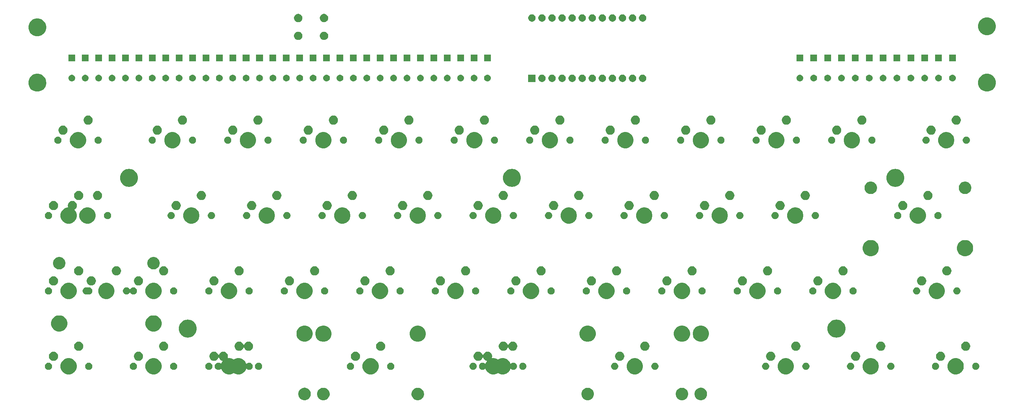
<source format=gbr>
G04 #@! TF.GenerationSoftware,KiCad,Pcbnew,(5.1.4)-1*
G04 #@! TF.CreationDate,2020-04-30T16:39:54-04:00*
G04 #@! TF.ProjectId,juliet-pcb,6a756c69-6574-42d7-9063-622e6b696361,rev?*
G04 #@! TF.SameCoordinates,Original*
G04 #@! TF.FileFunction,Soldermask,Bot*
G04 #@! TF.FilePolarity,Negative*
%FSLAX46Y46*%
G04 Gerber Fmt 4.6, Leading zero omitted, Abs format (unit mm)*
G04 Created by KiCad (PCBNEW (5.1.4)-1) date 2020-04-30 16:39:54*
%MOMM*%
%LPD*%
G04 APERTURE LIST*
%ADD10C,2.000000*%
G04 APERTURE END LIST*
D10*
G36*
X190566083Y-138312840D02*
G01*
X190794702Y-138358314D01*
X191081516Y-138477117D01*
X191339642Y-138649591D01*
X191559159Y-138869108D01*
X191731633Y-139127234D01*
X191850436Y-139414048D01*
X191895910Y-139642667D01*
X191909807Y-139712526D01*
X191911000Y-139718528D01*
X191911000Y-140028972D01*
X191850436Y-140333452D01*
X191731633Y-140620266D01*
X191559159Y-140878392D01*
X191339642Y-141097909D01*
X191081516Y-141270383D01*
X190794702Y-141389186D01*
X190566083Y-141434660D01*
X190490224Y-141449750D01*
X190179776Y-141449750D01*
X190103917Y-141434660D01*
X189875298Y-141389186D01*
X189588484Y-141270383D01*
X189330358Y-141097909D01*
X189110841Y-140878392D01*
X188938367Y-140620266D01*
X188819564Y-140333452D01*
X188759000Y-140028972D01*
X188759000Y-139718528D01*
X188760194Y-139712526D01*
X188774090Y-139642667D01*
X188819564Y-139414048D01*
X188938367Y-139127234D01*
X189110841Y-138869108D01*
X189330358Y-138649591D01*
X189588484Y-138477117D01*
X189875298Y-138358314D01*
X190103917Y-138312840D01*
X190179776Y-138297750D01*
X190490224Y-138297750D01*
X190566083Y-138312840D01*
X190566083Y-138312840D01*
G37*
G36*
X100091083Y-138312840D02*
G01*
X100319702Y-138358314D01*
X100606516Y-138477117D01*
X100864642Y-138649591D01*
X101084159Y-138869108D01*
X101256633Y-139127234D01*
X101375436Y-139414048D01*
X101420910Y-139642667D01*
X101434807Y-139712526D01*
X101436000Y-139718528D01*
X101436000Y-140028972D01*
X101375436Y-140333452D01*
X101256633Y-140620266D01*
X101084159Y-140878392D01*
X100864642Y-141097909D01*
X100606516Y-141270383D01*
X100319702Y-141389186D01*
X100091083Y-141434660D01*
X100015224Y-141449750D01*
X99704776Y-141449750D01*
X99628917Y-141434660D01*
X99400298Y-141389186D01*
X99113484Y-141270383D01*
X98855358Y-141097909D01*
X98635841Y-140878392D01*
X98463367Y-140620266D01*
X98344564Y-140333452D01*
X98284000Y-140028972D01*
X98284000Y-139718528D01*
X98285194Y-139712526D01*
X98299090Y-139642667D01*
X98344564Y-139414048D01*
X98463367Y-139127234D01*
X98635841Y-138869108D01*
X98855358Y-138649591D01*
X99113484Y-138477117D01*
X99400298Y-138358314D01*
X99628917Y-138312840D01*
X99704776Y-138297750D01*
X100015224Y-138297750D01*
X100091083Y-138312840D01*
X100091083Y-138312840D01*
G37*
G36*
X123891083Y-138312840D02*
G01*
X124119702Y-138358314D01*
X124406516Y-138477117D01*
X124664642Y-138649591D01*
X124884159Y-138869108D01*
X125056633Y-139127234D01*
X125175436Y-139414048D01*
X125220910Y-139642667D01*
X125234807Y-139712526D01*
X125236000Y-139718528D01*
X125236000Y-140028972D01*
X125175436Y-140333452D01*
X125056633Y-140620266D01*
X124884159Y-140878392D01*
X124664642Y-141097909D01*
X124406516Y-141270383D01*
X124119702Y-141389186D01*
X123891083Y-141434660D01*
X123815224Y-141449750D01*
X123504776Y-141449750D01*
X123428917Y-141434660D01*
X123200298Y-141389186D01*
X122913484Y-141270383D01*
X122655358Y-141097909D01*
X122435841Y-140878392D01*
X122263367Y-140620266D01*
X122144564Y-140333452D01*
X122084000Y-140028972D01*
X122084000Y-139718528D01*
X122085194Y-139712526D01*
X122099090Y-139642667D01*
X122144564Y-139414048D01*
X122263367Y-139127234D01*
X122435841Y-138869108D01*
X122655358Y-138649591D01*
X122913484Y-138477117D01*
X123200298Y-138358314D01*
X123428917Y-138312840D01*
X123504776Y-138297750D01*
X123815224Y-138297750D01*
X123891083Y-138312840D01*
X123891083Y-138312840D01*
G37*
G36*
X166766083Y-138312840D02*
G01*
X166994702Y-138358314D01*
X167281516Y-138477117D01*
X167539642Y-138649591D01*
X167759159Y-138869108D01*
X167931633Y-139127234D01*
X168050436Y-139414048D01*
X168095910Y-139642667D01*
X168109807Y-139712526D01*
X168111000Y-139718528D01*
X168111000Y-140028972D01*
X168050436Y-140333452D01*
X167931633Y-140620266D01*
X167759159Y-140878392D01*
X167539642Y-141097909D01*
X167281516Y-141270383D01*
X166994702Y-141389186D01*
X166766083Y-141434660D01*
X166690224Y-141449750D01*
X166379776Y-141449750D01*
X166303917Y-141434660D01*
X166075298Y-141389186D01*
X165788484Y-141270383D01*
X165530358Y-141097909D01*
X165310841Y-140878392D01*
X165138367Y-140620266D01*
X165019564Y-140333452D01*
X164959000Y-140028972D01*
X164959000Y-139718528D01*
X164960194Y-139712526D01*
X164974090Y-139642667D01*
X165019564Y-139414048D01*
X165138367Y-139127234D01*
X165310841Y-138869108D01*
X165530358Y-138649591D01*
X165788484Y-138477117D01*
X166075298Y-138358314D01*
X166303917Y-138312840D01*
X166379776Y-138297750D01*
X166690224Y-138297750D01*
X166766083Y-138312840D01*
X166766083Y-138312840D01*
G37*
G36*
X195278164Y-138297750D02*
G01*
X195556811Y-138353176D01*
X195675537Y-138402354D01*
X195843441Y-138471902D01*
X195929039Y-138529097D01*
X196101404Y-138644267D01*
X196320783Y-138863646D01*
X196435953Y-139036011D01*
X196493148Y-139121609D01*
X196562696Y-139289513D01*
X196611874Y-139408239D01*
X196672400Y-139712526D01*
X196672400Y-140022774D01*
X196611874Y-140327061D01*
X196562696Y-140445787D01*
X196493148Y-140613691D01*
X196435953Y-140699289D01*
X196320783Y-140871654D01*
X196101404Y-141091033D01*
X195929039Y-141206203D01*
X195843441Y-141263398D01*
X195675537Y-141332946D01*
X195556811Y-141382124D01*
X195252525Y-141442650D01*
X194942275Y-141442650D01*
X194637989Y-141382124D01*
X194519263Y-141332946D01*
X194351359Y-141263398D01*
X194265761Y-141206203D01*
X194093396Y-141091033D01*
X193874017Y-140871654D01*
X193758847Y-140699289D01*
X193701652Y-140613691D01*
X193632104Y-140445787D01*
X193582926Y-140327061D01*
X193522400Y-140022774D01*
X193522400Y-139712526D01*
X193582926Y-139408239D01*
X193632104Y-139289513D01*
X193701652Y-139121609D01*
X193758847Y-139036011D01*
X193874017Y-138863646D01*
X194093396Y-138644267D01*
X194265761Y-138529097D01*
X194351359Y-138471902D01*
X194519263Y-138402354D01*
X194637989Y-138353176D01*
X194916636Y-138297750D01*
X194942275Y-138292650D01*
X195252525Y-138292650D01*
X195278164Y-138297750D01*
X195278164Y-138297750D01*
G37*
G36*
X95278364Y-138297750D02*
G01*
X95557011Y-138353176D01*
X95675737Y-138402354D01*
X95843641Y-138471902D01*
X95929239Y-138529097D01*
X96101604Y-138644267D01*
X96320983Y-138863646D01*
X96436153Y-139036011D01*
X96493348Y-139121609D01*
X96562896Y-139289513D01*
X96612074Y-139408239D01*
X96672600Y-139712526D01*
X96672600Y-140022774D01*
X96612074Y-140327061D01*
X96562896Y-140445787D01*
X96493348Y-140613691D01*
X96436153Y-140699289D01*
X96320983Y-140871654D01*
X96101604Y-141091033D01*
X95929239Y-141206203D01*
X95843641Y-141263398D01*
X95675737Y-141332946D01*
X95557011Y-141382124D01*
X95252725Y-141442650D01*
X94942475Y-141442650D01*
X94638189Y-141382124D01*
X94519463Y-141332946D01*
X94351559Y-141263398D01*
X94265961Y-141206203D01*
X94093596Y-141091033D01*
X93874217Y-140871654D01*
X93759047Y-140699289D01*
X93701852Y-140613691D01*
X93632304Y-140445787D01*
X93583126Y-140327061D01*
X93522600Y-140022774D01*
X93522600Y-139712526D01*
X93583126Y-139408239D01*
X93632304Y-139289513D01*
X93701852Y-139121609D01*
X93759047Y-139036011D01*
X93874217Y-138863646D01*
X94093596Y-138644267D01*
X94265961Y-138529097D01*
X94351559Y-138471902D01*
X94519463Y-138402354D01*
X94638189Y-138353176D01*
X94916836Y-138297750D01*
X94942475Y-138292650D01*
X95252725Y-138292650D01*
X95278364Y-138297750D01*
X95278364Y-138297750D01*
G37*
G36*
X36158254Y-130903628D02*
G01*
X36526540Y-131056177D01*
X36531513Y-131058237D01*
X36867436Y-131282694D01*
X37153116Y-131568374D01*
X37376197Y-131902237D01*
X37377574Y-131904299D01*
X37532182Y-132277556D01*
X37611000Y-132673803D01*
X37611000Y-133077817D01*
X37532182Y-133474064D01*
X37378427Y-133845261D01*
X37377573Y-133847323D01*
X37153116Y-134183246D01*
X36867436Y-134468926D01*
X36531513Y-134693383D01*
X36531512Y-134693384D01*
X36531511Y-134693384D01*
X36158254Y-134847992D01*
X35762007Y-134926810D01*
X35357993Y-134926810D01*
X34961746Y-134847992D01*
X34588489Y-134693384D01*
X34588488Y-134693384D01*
X34588487Y-134693383D01*
X34252564Y-134468926D01*
X33966884Y-134183246D01*
X33742427Y-133847323D01*
X33741573Y-133845261D01*
X33587818Y-133474064D01*
X33509000Y-133077817D01*
X33509000Y-132673803D01*
X33587818Y-132277556D01*
X33742426Y-131904299D01*
X33743804Y-131902237D01*
X33966884Y-131568374D01*
X34252564Y-131282694D01*
X34588487Y-131058237D01*
X34593460Y-131056177D01*
X34961746Y-130903628D01*
X35357993Y-130824810D01*
X35762007Y-130824810D01*
X36158254Y-130903628D01*
X36158254Y-130903628D01*
G37*
G36*
X139130799Y-129204866D02*
G01*
X139241984Y-129226982D01*
X139451453Y-129313747D01*
X139639970Y-129439710D01*
X139800290Y-129600030D01*
X139926253Y-129788547D01*
X139926254Y-129788549D01*
X139981391Y-129921662D01*
X139992942Y-129943273D01*
X140008487Y-129962214D01*
X140027429Y-129977760D01*
X140049040Y-129989311D01*
X140072489Y-129996424D01*
X140096875Y-129998826D01*
X140121261Y-129996424D01*
X140144710Y-129989311D01*
X140166321Y-129977760D01*
X140185262Y-129962215D01*
X140200808Y-129943273D01*
X140212359Y-129921662D01*
X140267496Y-129788549D01*
X140267497Y-129788547D01*
X140393460Y-129600030D01*
X140553780Y-129439710D01*
X140742297Y-129313747D01*
X140951766Y-129226982D01*
X141062951Y-129204866D01*
X141174135Y-129182750D01*
X141400865Y-129182750D01*
X141512049Y-129204866D01*
X141623234Y-129226982D01*
X141832703Y-129313747D01*
X142021220Y-129439710D01*
X142181540Y-129600030D01*
X142307503Y-129788547D01*
X142393609Y-129996424D01*
X142394268Y-129998017D01*
X142438500Y-130220385D01*
X142438500Y-130447115D01*
X142393496Y-130673365D01*
X142391094Y-130697751D01*
X142393496Y-130722137D01*
X142400609Y-130745586D01*
X142412160Y-130767197D01*
X142427705Y-130786139D01*
X142446647Y-130801684D01*
X142468258Y-130813235D01*
X142491707Y-130820348D01*
X142516093Y-130822750D01*
X142918257Y-130822750D01*
X143314504Y-130901568D01*
X143687761Y-131056176D01*
X143687763Y-131056177D01*
X143707747Y-131069530D01*
X143837429Y-131156181D01*
X143859040Y-131167732D01*
X143882489Y-131174845D01*
X143906875Y-131177247D01*
X143931261Y-131174845D01*
X143954710Y-131167732D01*
X143976321Y-131156181D01*
X144106003Y-131069530D01*
X144125987Y-131056177D01*
X144125989Y-131056176D01*
X144499246Y-130901568D01*
X144895493Y-130822750D01*
X145299507Y-130822750D01*
X145695754Y-130901568D01*
X146069011Y-131056176D01*
X146069013Y-131056177D01*
X146404936Y-131280634D01*
X146690616Y-131566314D01*
X146915074Y-131902239D01*
X147012917Y-132138453D01*
X147024468Y-132160064D01*
X147040013Y-132179006D01*
X147058955Y-132194551D01*
X147080566Y-132206102D01*
X147104015Y-132213215D01*
X147128401Y-132215617D01*
X147152787Y-132213215D01*
X147176236Y-132206102D01*
X147197847Y-132194551D01*
X147216778Y-132179015D01*
X147221896Y-132173897D01*
X147369466Y-132075294D01*
X147533438Y-132007374D01*
X147697152Y-131974810D01*
X147707508Y-131972750D01*
X147884992Y-131972750D01*
X147895348Y-131974810D01*
X148059062Y-132007374D01*
X148223034Y-132075294D01*
X148370604Y-132173897D01*
X148496103Y-132299396D01*
X148594706Y-132446966D01*
X148662626Y-132610938D01*
X148697250Y-132785009D01*
X148697250Y-132962491D01*
X148662626Y-133136562D01*
X148594706Y-133300534D01*
X148496103Y-133448104D01*
X148370604Y-133573603D01*
X148223034Y-133672206D01*
X148059062Y-133740126D01*
X147909762Y-133769823D01*
X147884992Y-133774750D01*
X147707508Y-133774750D01*
X147682738Y-133769823D01*
X147533438Y-133740126D01*
X147369466Y-133672206D01*
X147221896Y-133573603D01*
X147216778Y-133568485D01*
X147197847Y-133552949D01*
X147176236Y-133541398D01*
X147152787Y-133534285D01*
X147128401Y-133531883D01*
X147104015Y-133534285D01*
X147080566Y-133541398D01*
X147058955Y-133552949D01*
X147040013Y-133568494D01*
X147024468Y-133587436D01*
X147012917Y-133609047D01*
X146943427Y-133776810D01*
X146915073Y-133845263D01*
X146690616Y-134181186D01*
X146404936Y-134466866D01*
X146069013Y-134691323D01*
X146069012Y-134691324D01*
X146069011Y-134691324D01*
X145695754Y-134845932D01*
X145299507Y-134924750D01*
X144895493Y-134924750D01*
X144499246Y-134845932D01*
X144125989Y-134691324D01*
X144125988Y-134691324D01*
X144125987Y-134691323D01*
X143976320Y-134591318D01*
X143954710Y-134579768D01*
X143931261Y-134572655D01*
X143906875Y-134570253D01*
X143882489Y-134572655D01*
X143859040Y-134579768D01*
X143837430Y-134591318D01*
X143687763Y-134691323D01*
X143687762Y-134691324D01*
X143687761Y-134691324D01*
X143314504Y-134845932D01*
X142918257Y-134924750D01*
X142514243Y-134924750D01*
X142117996Y-134845932D01*
X141744739Y-134691324D01*
X141744738Y-134691324D01*
X141744737Y-134691323D01*
X141408814Y-134466866D01*
X141123134Y-134181186D01*
X140898677Y-133845263D01*
X140870323Y-133776810D01*
X140800833Y-133609047D01*
X140789282Y-133587436D01*
X140773737Y-133568494D01*
X140754795Y-133552949D01*
X140733184Y-133541398D01*
X140709735Y-133534285D01*
X140685349Y-133531883D01*
X140660963Y-133534285D01*
X140637514Y-133541398D01*
X140615903Y-133552949D01*
X140596972Y-133568485D01*
X140591854Y-133573603D01*
X140444284Y-133672206D01*
X140280312Y-133740126D01*
X140131012Y-133769823D01*
X140106242Y-133774750D01*
X139928758Y-133774750D01*
X139903988Y-133769823D01*
X139754688Y-133740126D01*
X139590716Y-133672206D01*
X139443146Y-133573603D01*
X139317647Y-133448104D01*
X139219044Y-133300534D01*
X139151124Y-133136562D01*
X139116500Y-132962491D01*
X139116500Y-132785009D01*
X139151124Y-132610938D01*
X139219044Y-132446966D01*
X139317647Y-132299396D01*
X139443146Y-132173897D01*
X139590716Y-132075294D01*
X139754688Y-132007374D01*
X139918402Y-131974810D01*
X139928758Y-131972750D01*
X140106242Y-131972750D01*
X140116598Y-131974810D01*
X140280312Y-132007374D01*
X140444284Y-132075294D01*
X140591854Y-132173897D01*
X140596972Y-132179015D01*
X140615903Y-132194551D01*
X140637514Y-132206102D01*
X140660963Y-132213215D01*
X140685349Y-132215617D01*
X140709735Y-132213215D01*
X140733184Y-132206102D01*
X140754795Y-132194551D01*
X140773737Y-132179006D01*
X140789282Y-132160064D01*
X140800833Y-132138453D01*
X140898676Y-131902239D01*
X141073290Y-131640911D01*
X141084841Y-131619300D01*
X141091954Y-131595851D01*
X141094356Y-131571465D01*
X141091954Y-131547079D01*
X141084841Y-131523630D01*
X141073290Y-131502019D01*
X141057745Y-131483077D01*
X141038803Y-131467532D01*
X141017192Y-131455981D01*
X140993744Y-131448868D01*
X140951766Y-131440518D01*
X140742299Y-131353754D01*
X140742298Y-131353754D01*
X140742297Y-131353753D01*
X140553780Y-131227790D01*
X140393460Y-131067470D01*
X140267497Y-130878953D01*
X140212359Y-130745837D01*
X140200808Y-130724227D01*
X140185263Y-130705286D01*
X140166321Y-130689740D01*
X140144710Y-130678189D01*
X140121261Y-130671076D01*
X140096875Y-130668674D01*
X140072489Y-130671076D01*
X140049040Y-130678189D01*
X140027429Y-130689740D01*
X140008488Y-130705285D01*
X139992942Y-130724227D01*
X139981391Y-130745837D01*
X139926253Y-130878953D01*
X139800290Y-131067470D01*
X139639970Y-131227790D01*
X139451453Y-131353753D01*
X139451452Y-131353754D01*
X139451451Y-131353754D01*
X139390100Y-131379166D01*
X139241984Y-131440518D01*
X139164246Y-131455981D01*
X139019615Y-131484750D01*
X138792885Y-131484750D01*
X138648254Y-131455981D01*
X138570516Y-131440518D01*
X138422400Y-131379166D01*
X138361049Y-131353754D01*
X138361048Y-131353754D01*
X138361047Y-131353753D01*
X138172530Y-131227790D01*
X138012210Y-131067470D01*
X137886247Y-130878953D01*
X137799482Y-130669484D01*
X137755250Y-130447114D01*
X137755250Y-130220386D01*
X137799482Y-129998016D01*
X137886247Y-129788547D01*
X138012210Y-129600030D01*
X138172530Y-129439710D01*
X138361047Y-129313747D01*
X138570516Y-129226982D01*
X138681701Y-129204866D01*
X138792885Y-129182750D01*
X139019615Y-129182750D01*
X139130799Y-129204866D01*
X139130799Y-129204866D01*
G37*
G36*
X217133254Y-130901568D02*
G01*
X217506511Y-131056176D01*
X217506513Y-131056177D01*
X217842436Y-131280634D01*
X218128116Y-131566314D01*
X218352574Y-131902239D01*
X218507182Y-132275496D01*
X218586000Y-132671743D01*
X218586000Y-133075757D01*
X218507182Y-133472004D01*
X218380927Y-133776810D01*
X218352573Y-133845263D01*
X218128116Y-134181186D01*
X217842436Y-134466866D01*
X217506513Y-134691323D01*
X217506512Y-134691324D01*
X217506511Y-134691324D01*
X217133254Y-134845932D01*
X216737007Y-134924750D01*
X216332993Y-134924750D01*
X215936746Y-134845932D01*
X215563489Y-134691324D01*
X215563488Y-134691324D01*
X215563487Y-134691323D01*
X215227564Y-134466866D01*
X214941884Y-134181186D01*
X214717427Y-133845263D01*
X214689073Y-133776810D01*
X214562818Y-133472004D01*
X214484000Y-133075757D01*
X214484000Y-132671743D01*
X214562818Y-132275496D01*
X214717426Y-131902239D01*
X214941884Y-131566314D01*
X215227564Y-131280634D01*
X215563487Y-131056177D01*
X215563489Y-131056176D01*
X215936746Y-130901568D01*
X216332993Y-130822750D01*
X216737007Y-130822750D01*
X217133254Y-130901568D01*
X217133254Y-130901568D01*
G37*
G36*
X238564504Y-130901568D02*
G01*
X238937761Y-131056176D01*
X238937763Y-131056177D01*
X239273686Y-131280634D01*
X239559366Y-131566314D01*
X239783824Y-131902239D01*
X239938432Y-132275496D01*
X240017250Y-132671743D01*
X240017250Y-133075757D01*
X239938432Y-133472004D01*
X239812177Y-133776810D01*
X239783823Y-133845263D01*
X239559366Y-134181186D01*
X239273686Y-134466866D01*
X238937763Y-134691323D01*
X238937762Y-134691324D01*
X238937761Y-134691324D01*
X238564504Y-134845932D01*
X238168257Y-134924750D01*
X237764243Y-134924750D01*
X237367996Y-134845932D01*
X236994739Y-134691324D01*
X236994738Y-134691324D01*
X236994737Y-134691323D01*
X236658814Y-134466866D01*
X236373134Y-134181186D01*
X236148677Y-133845263D01*
X236120323Y-133776810D01*
X235994068Y-133472004D01*
X235915250Y-133075757D01*
X235915250Y-132671743D01*
X235994068Y-132275496D01*
X236148676Y-131902239D01*
X236373134Y-131566314D01*
X236658814Y-131280634D01*
X236994737Y-131056177D01*
X236994739Y-131056176D01*
X237367996Y-130901568D01*
X237764243Y-130822750D01*
X238168257Y-130822750D01*
X238564504Y-130901568D01*
X238564504Y-130901568D01*
G37*
G36*
X72455799Y-129204866D02*
G01*
X72566984Y-129226982D01*
X72776453Y-129313747D01*
X72964970Y-129439710D01*
X73125290Y-129600030D01*
X73251253Y-129788547D01*
X73251254Y-129788549D01*
X73306391Y-129921662D01*
X73317942Y-129943273D01*
X73333487Y-129962214D01*
X73352429Y-129977760D01*
X73374040Y-129989311D01*
X73397489Y-129996424D01*
X73421875Y-129998826D01*
X73446261Y-129996424D01*
X73469710Y-129989311D01*
X73491321Y-129977760D01*
X73510262Y-129962215D01*
X73525808Y-129943273D01*
X73537359Y-129921662D01*
X73592496Y-129788549D01*
X73592497Y-129788547D01*
X73718460Y-129600030D01*
X73878780Y-129439710D01*
X74067297Y-129313747D01*
X74276766Y-129226982D01*
X74387951Y-129204866D01*
X74499135Y-129182750D01*
X74725865Y-129182750D01*
X74837049Y-129204866D01*
X74948234Y-129226982D01*
X75157703Y-129313747D01*
X75346220Y-129439710D01*
X75506540Y-129600030D01*
X75632503Y-129788547D01*
X75718609Y-129996424D01*
X75719268Y-129998017D01*
X75763500Y-130220385D01*
X75763500Y-130447115D01*
X75718496Y-130673365D01*
X75716094Y-130697751D01*
X75718496Y-130722137D01*
X75725609Y-130745586D01*
X75737160Y-130767197D01*
X75752705Y-130786139D01*
X75771647Y-130801684D01*
X75793258Y-130813235D01*
X75816707Y-130820348D01*
X75841093Y-130822750D01*
X76243257Y-130822750D01*
X76639504Y-130901568D01*
X77012761Y-131056176D01*
X77012763Y-131056177D01*
X77032747Y-131069530D01*
X77162429Y-131156181D01*
X77184040Y-131167732D01*
X77207489Y-131174845D01*
X77231875Y-131177247D01*
X77256261Y-131174845D01*
X77279710Y-131167732D01*
X77301321Y-131156181D01*
X77431003Y-131069530D01*
X77450987Y-131056177D01*
X77450989Y-131056176D01*
X77824246Y-130901568D01*
X78220493Y-130822750D01*
X78624507Y-130822750D01*
X79020754Y-130901568D01*
X79394011Y-131056176D01*
X79394013Y-131056177D01*
X79729936Y-131280634D01*
X80015616Y-131566314D01*
X80240074Y-131902239D01*
X80337917Y-132138453D01*
X80349468Y-132160064D01*
X80365013Y-132179006D01*
X80383955Y-132194551D01*
X80405566Y-132206102D01*
X80429015Y-132213215D01*
X80453401Y-132215617D01*
X80477787Y-132213215D01*
X80501236Y-132206102D01*
X80522847Y-132194551D01*
X80541778Y-132179015D01*
X80546896Y-132173897D01*
X80694466Y-132075294D01*
X80858438Y-132007374D01*
X81022152Y-131974810D01*
X81032508Y-131972750D01*
X81209992Y-131972750D01*
X81220348Y-131974810D01*
X81384062Y-132007374D01*
X81548034Y-132075294D01*
X81695604Y-132173897D01*
X81821103Y-132299396D01*
X81919706Y-132446966D01*
X81987626Y-132610938D01*
X82022250Y-132785009D01*
X82022250Y-132962491D01*
X81987626Y-133136562D01*
X81919706Y-133300534D01*
X81821103Y-133448104D01*
X81695604Y-133573603D01*
X81548034Y-133672206D01*
X81384062Y-133740126D01*
X81234762Y-133769823D01*
X81209992Y-133774750D01*
X81032508Y-133774750D01*
X81007738Y-133769823D01*
X80858438Y-133740126D01*
X80694466Y-133672206D01*
X80546896Y-133573603D01*
X80541778Y-133568485D01*
X80522847Y-133552949D01*
X80501236Y-133541398D01*
X80477787Y-133534285D01*
X80453401Y-133531883D01*
X80429015Y-133534285D01*
X80405566Y-133541398D01*
X80383955Y-133552949D01*
X80365013Y-133568494D01*
X80349468Y-133587436D01*
X80337917Y-133609047D01*
X80268427Y-133776810D01*
X80240073Y-133845263D01*
X80015616Y-134181186D01*
X79729936Y-134466866D01*
X79394013Y-134691323D01*
X79394012Y-134691324D01*
X79394011Y-134691324D01*
X79020754Y-134845932D01*
X78624507Y-134924750D01*
X78220493Y-134924750D01*
X77824246Y-134845932D01*
X77450989Y-134691324D01*
X77450988Y-134691324D01*
X77450987Y-134691323D01*
X77301320Y-134591318D01*
X77279710Y-134579768D01*
X77256261Y-134572655D01*
X77231875Y-134570253D01*
X77207489Y-134572655D01*
X77184040Y-134579768D01*
X77162430Y-134591318D01*
X77012763Y-134691323D01*
X77012762Y-134691324D01*
X77012761Y-134691324D01*
X76639504Y-134845932D01*
X76243257Y-134924750D01*
X75839243Y-134924750D01*
X75442996Y-134845932D01*
X75069739Y-134691324D01*
X75069738Y-134691324D01*
X75069737Y-134691323D01*
X74733814Y-134466866D01*
X74448134Y-134181186D01*
X74223677Y-133845263D01*
X74195323Y-133776810D01*
X74125833Y-133609047D01*
X74114282Y-133587436D01*
X74098737Y-133568494D01*
X74079795Y-133552949D01*
X74058184Y-133541398D01*
X74034735Y-133534285D01*
X74010349Y-133531883D01*
X73985963Y-133534285D01*
X73962514Y-133541398D01*
X73940903Y-133552949D01*
X73921972Y-133568485D01*
X73916854Y-133573603D01*
X73769284Y-133672206D01*
X73605312Y-133740126D01*
X73456012Y-133769823D01*
X73431242Y-133774750D01*
X73253758Y-133774750D01*
X73228988Y-133769823D01*
X73079688Y-133740126D01*
X72915716Y-133672206D01*
X72768146Y-133573603D01*
X72642647Y-133448104D01*
X72544044Y-133300534D01*
X72476124Y-133136562D01*
X72441500Y-132962491D01*
X72441500Y-132785009D01*
X72476124Y-132610938D01*
X72544044Y-132446966D01*
X72642647Y-132299396D01*
X72768146Y-132173897D01*
X72915716Y-132075294D01*
X73079688Y-132007374D01*
X73243402Y-131974810D01*
X73253758Y-131972750D01*
X73431242Y-131972750D01*
X73441598Y-131974810D01*
X73605312Y-132007374D01*
X73769284Y-132075294D01*
X73916854Y-132173897D01*
X73921972Y-132179015D01*
X73940903Y-132194551D01*
X73962514Y-132206102D01*
X73985963Y-132213215D01*
X74010349Y-132215617D01*
X74034735Y-132213215D01*
X74058184Y-132206102D01*
X74079795Y-132194551D01*
X74098737Y-132179006D01*
X74114282Y-132160064D01*
X74125833Y-132138453D01*
X74223676Y-131902239D01*
X74398290Y-131640911D01*
X74409841Y-131619300D01*
X74416954Y-131595851D01*
X74419356Y-131571465D01*
X74416954Y-131547079D01*
X74409841Y-131523630D01*
X74398290Y-131502019D01*
X74382745Y-131483077D01*
X74363803Y-131467532D01*
X74342192Y-131455981D01*
X74318744Y-131448868D01*
X74276766Y-131440518D01*
X74067299Y-131353754D01*
X74067298Y-131353754D01*
X74067297Y-131353753D01*
X73878780Y-131227790D01*
X73718460Y-131067470D01*
X73592497Y-130878953D01*
X73537359Y-130745837D01*
X73525808Y-130724227D01*
X73510263Y-130705286D01*
X73491321Y-130689740D01*
X73469710Y-130678189D01*
X73446261Y-130671076D01*
X73421875Y-130668674D01*
X73397489Y-130671076D01*
X73374040Y-130678189D01*
X73352429Y-130689740D01*
X73333488Y-130705285D01*
X73317942Y-130724227D01*
X73306391Y-130745837D01*
X73251253Y-130878953D01*
X73125290Y-131067470D01*
X72964970Y-131227790D01*
X72776453Y-131353753D01*
X72776452Y-131353754D01*
X72776451Y-131353754D01*
X72715100Y-131379166D01*
X72566984Y-131440518D01*
X72489246Y-131455981D01*
X72344615Y-131484750D01*
X72117885Y-131484750D01*
X71973254Y-131455981D01*
X71895516Y-131440518D01*
X71747400Y-131379166D01*
X71686049Y-131353754D01*
X71686048Y-131353754D01*
X71686047Y-131353753D01*
X71497530Y-131227790D01*
X71337210Y-131067470D01*
X71211247Y-130878953D01*
X71124482Y-130669484D01*
X71080250Y-130447114D01*
X71080250Y-130220386D01*
X71124482Y-129998016D01*
X71211247Y-129788547D01*
X71337210Y-129600030D01*
X71497530Y-129439710D01*
X71686047Y-129313747D01*
X71895516Y-129226982D01*
X72006701Y-129204866D01*
X72117885Y-129182750D01*
X72344615Y-129182750D01*
X72455799Y-129204866D01*
X72455799Y-129204866D01*
G37*
G36*
X179033254Y-130901568D02*
G01*
X179406511Y-131056176D01*
X179406513Y-131056177D01*
X179742436Y-131280634D01*
X180028116Y-131566314D01*
X180252574Y-131902239D01*
X180407182Y-132275496D01*
X180486000Y-132671743D01*
X180486000Y-133075757D01*
X180407182Y-133472004D01*
X180280927Y-133776810D01*
X180252573Y-133845263D01*
X180028116Y-134181186D01*
X179742436Y-134466866D01*
X179406513Y-134691323D01*
X179406512Y-134691324D01*
X179406511Y-134691324D01*
X179033254Y-134845932D01*
X178637007Y-134924750D01*
X178232993Y-134924750D01*
X177836746Y-134845932D01*
X177463489Y-134691324D01*
X177463488Y-134691324D01*
X177463487Y-134691323D01*
X177127564Y-134466866D01*
X176841884Y-134181186D01*
X176617427Y-133845263D01*
X176589073Y-133776810D01*
X176462818Y-133472004D01*
X176384000Y-133075757D01*
X176384000Y-132671743D01*
X176462818Y-132275496D01*
X176617426Y-131902239D01*
X176841884Y-131566314D01*
X177127564Y-131280634D01*
X177463487Y-131056177D01*
X177463489Y-131056176D01*
X177836746Y-130901568D01*
X178232993Y-130822750D01*
X178637007Y-130822750D01*
X179033254Y-130901568D01*
X179033254Y-130901568D01*
G37*
G36*
X112358254Y-130901568D02*
G01*
X112731511Y-131056176D01*
X112731513Y-131056177D01*
X113067436Y-131280634D01*
X113353116Y-131566314D01*
X113577574Y-131902239D01*
X113732182Y-132275496D01*
X113811000Y-132671743D01*
X113811000Y-133075757D01*
X113732182Y-133472004D01*
X113605927Y-133776810D01*
X113577573Y-133845263D01*
X113353116Y-134181186D01*
X113067436Y-134466866D01*
X112731513Y-134691323D01*
X112731512Y-134691324D01*
X112731511Y-134691324D01*
X112358254Y-134845932D01*
X111962007Y-134924750D01*
X111557993Y-134924750D01*
X111161746Y-134845932D01*
X110788489Y-134691324D01*
X110788488Y-134691324D01*
X110788487Y-134691323D01*
X110452564Y-134466866D01*
X110166884Y-134181186D01*
X109942427Y-133845263D01*
X109914073Y-133776810D01*
X109787818Y-133472004D01*
X109709000Y-133075757D01*
X109709000Y-132671743D01*
X109787818Y-132275496D01*
X109942426Y-131902239D01*
X110166884Y-131566314D01*
X110452564Y-131280634D01*
X110788487Y-131056177D01*
X110788489Y-131056176D01*
X111161746Y-130901568D01*
X111557993Y-130822750D01*
X111962007Y-130822750D01*
X112358254Y-130901568D01*
X112358254Y-130901568D01*
G37*
G36*
X259995754Y-130901568D02*
G01*
X260369011Y-131056176D01*
X260369013Y-131056177D01*
X260704936Y-131280634D01*
X260990616Y-131566314D01*
X261215074Y-131902239D01*
X261369682Y-132275496D01*
X261448500Y-132671743D01*
X261448500Y-133075757D01*
X261369682Y-133472004D01*
X261243427Y-133776810D01*
X261215073Y-133845263D01*
X260990616Y-134181186D01*
X260704936Y-134466866D01*
X260369013Y-134691323D01*
X260369012Y-134691324D01*
X260369011Y-134691324D01*
X259995754Y-134845932D01*
X259599507Y-134924750D01*
X259195493Y-134924750D01*
X258799246Y-134845932D01*
X258425989Y-134691324D01*
X258425988Y-134691324D01*
X258425987Y-134691323D01*
X258090064Y-134466866D01*
X257804384Y-134181186D01*
X257579927Y-133845263D01*
X257551573Y-133776810D01*
X257425318Y-133472004D01*
X257346500Y-133075757D01*
X257346500Y-132671743D01*
X257425318Y-132275496D01*
X257579926Y-131902239D01*
X257804384Y-131566314D01*
X258090064Y-131280634D01*
X258425987Y-131056177D01*
X258425989Y-131056176D01*
X258799246Y-130901568D01*
X259195493Y-130822750D01*
X259599507Y-130822750D01*
X259995754Y-130901568D01*
X259995754Y-130901568D01*
G37*
G36*
X57589504Y-130901568D02*
G01*
X57962761Y-131056176D01*
X57962763Y-131056177D01*
X58298686Y-131280634D01*
X58584366Y-131566314D01*
X58808824Y-131902239D01*
X58963432Y-132275496D01*
X59042250Y-132671743D01*
X59042250Y-133075757D01*
X58963432Y-133472004D01*
X58837177Y-133776810D01*
X58808823Y-133845263D01*
X58584366Y-134181186D01*
X58298686Y-134466866D01*
X57962763Y-134691323D01*
X57962762Y-134691324D01*
X57962761Y-134691324D01*
X57589504Y-134845932D01*
X57193257Y-134924750D01*
X56789243Y-134924750D01*
X56392996Y-134845932D01*
X56019739Y-134691324D01*
X56019738Y-134691324D01*
X56019737Y-134691323D01*
X55683814Y-134466866D01*
X55398134Y-134181186D01*
X55173677Y-133845263D01*
X55145323Y-133776810D01*
X55019068Y-133472004D01*
X54940250Y-133075757D01*
X54940250Y-132671743D01*
X55019068Y-132275496D01*
X55173676Y-131902239D01*
X55398134Y-131566314D01*
X55683814Y-131280634D01*
X56019737Y-131056177D01*
X56019739Y-131056176D01*
X56392996Y-130901568D01*
X56789243Y-130822750D01*
X57193257Y-130822750D01*
X57589504Y-130901568D01*
X57589504Y-130901568D01*
G37*
G36*
X30593512Y-131979737D02*
G01*
X30742812Y-132009434D01*
X30906784Y-132077354D01*
X31054354Y-132175957D01*
X31179853Y-132301456D01*
X31278456Y-132449026D01*
X31346376Y-132612998D01*
X31381000Y-132787069D01*
X31381000Y-132964551D01*
X31346376Y-133138622D01*
X31278456Y-133302594D01*
X31179853Y-133450164D01*
X31054354Y-133575663D01*
X30906784Y-133674266D01*
X30742812Y-133742186D01*
X30593512Y-133771883D01*
X30568742Y-133776810D01*
X30391258Y-133776810D01*
X30366488Y-133771883D01*
X30217188Y-133742186D01*
X30053216Y-133674266D01*
X29905646Y-133575663D01*
X29780147Y-133450164D01*
X29681544Y-133302594D01*
X29613624Y-133138622D01*
X29579000Y-132964551D01*
X29579000Y-132787069D01*
X29613624Y-132612998D01*
X29681544Y-132449026D01*
X29780147Y-132301456D01*
X29905646Y-132175957D01*
X30053216Y-132077354D01*
X30217188Y-132009434D01*
X30366488Y-131979737D01*
X30391258Y-131974810D01*
X30568742Y-131974810D01*
X30593512Y-131979737D01*
X30593512Y-131979737D01*
G37*
G36*
X40753512Y-131979737D02*
G01*
X40902812Y-132009434D01*
X41066784Y-132077354D01*
X41214354Y-132175957D01*
X41339853Y-132301456D01*
X41438456Y-132449026D01*
X41506376Y-132612998D01*
X41541000Y-132787069D01*
X41541000Y-132964551D01*
X41506376Y-133138622D01*
X41438456Y-133302594D01*
X41339853Y-133450164D01*
X41214354Y-133575663D01*
X41066784Y-133674266D01*
X40902812Y-133742186D01*
X40753512Y-133771883D01*
X40728742Y-133776810D01*
X40551258Y-133776810D01*
X40526488Y-133771883D01*
X40377188Y-133742186D01*
X40213216Y-133674266D01*
X40065646Y-133575663D01*
X39940147Y-133450164D01*
X39841544Y-133302594D01*
X39773624Y-133138622D01*
X39739000Y-132964551D01*
X39739000Y-132787069D01*
X39773624Y-132612998D01*
X39841544Y-132449026D01*
X39940147Y-132301456D01*
X40065646Y-132175957D01*
X40213216Y-132077354D01*
X40377188Y-132009434D01*
X40526488Y-131979737D01*
X40551258Y-131974810D01*
X40728742Y-131974810D01*
X40753512Y-131979737D01*
X40753512Y-131979737D01*
G37*
G36*
X83601598Y-131974810D02*
G01*
X83765312Y-132007374D01*
X83929284Y-132075294D01*
X84076854Y-132173897D01*
X84202353Y-132299396D01*
X84300956Y-132446966D01*
X84368876Y-132610938D01*
X84403500Y-132785009D01*
X84403500Y-132962491D01*
X84368876Y-133136562D01*
X84300956Y-133300534D01*
X84202353Y-133448104D01*
X84076854Y-133573603D01*
X83929284Y-133672206D01*
X83765312Y-133740126D01*
X83616012Y-133769823D01*
X83591242Y-133774750D01*
X83413758Y-133774750D01*
X83388988Y-133769823D01*
X83239688Y-133740126D01*
X83075716Y-133672206D01*
X82928146Y-133573603D01*
X82802647Y-133448104D01*
X82704044Y-133300534D01*
X82636124Y-133136562D01*
X82601500Y-132962491D01*
X82601500Y-132785009D01*
X82636124Y-132610938D01*
X82704044Y-132446966D01*
X82802647Y-132299396D01*
X82928146Y-132173897D01*
X83075716Y-132075294D01*
X83239688Y-132007374D01*
X83403402Y-131974810D01*
X83413758Y-131972750D01*
X83591242Y-131972750D01*
X83601598Y-131974810D01*
X83601598Y-131974810D01*
G37*
G36*
X150276598Y-131974810D02*
G01*
X150440312Y-132007374D01*
X150604284Y-132075294D01*
X150751854Y-132173897D01*
X150877353Y-132299396D01*
X150975956Y-132446966D01*
X151043876Y-132610938D01*
X151078500Y-132785009D01*
X151078500Y-132962491D01*
X151043876Y-133136562D01*
X150975956Y-133300534D01*
X150877353Y-133448104D01*
X150751854Y-133573603D01*
X150604284Y-133672206D01*
X150440312Y-133740126D01*
X150291012Y-133769823D01*
X150266242Y-133774750D01*
X150088758Y-133774750D01*
X150063988Y-133769823D01*
X149914688Y-133740126D01*
X149750716Y-133672206D01*
X149603146Y-133573603D01*
X149477647Y-133448104D01*
X149379044Y-133300534D01*
X149311124Y-133136562D01*
X149276500Y-132962491D01*
X149276500Y-132785009D01*
X149311124Y-132610938D01*
X149379044Y-132446966D01*
X149477647Y-132299396D01*
X149603146Y-132173897D01*
X149750716Y-132075294D01*
X149914688Y-132007374D01*
X150078402Y-131974810D01*
X150088758Y-131972750D01*
X150266242Y-131972750D01*
X150276598Y-131974810D01*
X150276598Y-131974810D01*
G37*
G36*
X62170348Y-131974810D02*
G01*
X62334062Y-132007374D01*
X62498034Y-132075294D01*
X62645604Y-132173897D01*
X62771103Y-132299396D01*
X62869706Y-132446966D01*
X62937626Y-132610938D01*
X62972250Y-132785009D01*
X62972250Y-132962491D01*
X62937626Y-133136562D01*
X62869706Y-133300534D01*
X62771103Y-133448104D01*
X62645604Y-133573603D01*
X62498034Y-133672206D01*
X62334062Y-133740126D01*
X62184762Y-133769823D01*
X62159992Y-133774750D01*
X61982508Y-133774750D01*
X61957738Y-133769823D01*
X61808438Y-133740126D01*
X61644466Y-133672206D01*
X61496896Y-133573603D01*
X61371397Y-133448104D01*
X61272794Y-133300534D01*
X61204874Y-133136562D01*
X61170250Y-132962491D01*
X61170250Y-132785009D01*
X61204874Y-132610938D01*
X61272794Y-132446966D01*
X61371397Y-132299396D01*
X61496896Y-132173897D01*
X61644466Y-132075294D01*
X61808438Y-132007374D01*
X61972152Y-131974810D01*
X61982508Y-131972750D01*
X62159992Y-131972750D01*
X62170348Y-131974810D01*
X62170348Y-131974810D01*
G37*
G36*
X137735348Y-131974810D02*
G01*
X137899062Y-132007374D01*
X138063034Y-132075294D01*
X138210604Y-132173897D01*
X138336103Y-132299396D01*
X138434706Y-132446966D01*
X138502626Y-132610938D01*
X138537250Y-132785009D01*
X138537250Y-132962491D01*
X138502626Y-133136562D01*
X138434706Y-133300534D01*
X138336103Y-133448104D01*
X138210604Y-133573603D01*
X138063034Y-133672206D01*
X137899062Y-133740126D01*
X137749762Y-133769823D01*
X137724992Y-133774750D01*
X137547508Y-133774750D01*
X137522738Y-133769823D01*
X137373438Y-133740126D01*
X137209466Y-133672206D01*
X137061896Y-133573603D01*
X136936397Y-133448104D01*
X136837794Y-133300534D01*
X136769874Y-133136562D01*
X136735250Y-132962491D01*
X136735250Y-132785009D01*
X136769874Y-132610938D01*
X136837794Y-132446966D01*
X136936397Y-132299396D01*
X137061896Y-132173897D01*
X137209466Y-132075294D01*
X137373438Y-132007374D01*
X137537152Y-131974810D01*
X137547508Y-131972750D01*
X137724992Y-131972750D01*
X137735348Y-131974810D01*
X137735348Y-131974810D01*
G37*
G36*
X71060348Y-131974810D02*
G01*
X71224062Y-132007374D01*
X71388034Y-132075294D01*
X71535604Y-132173897D01*
X71661103Y-132299396D01*
X71759706Y-132446966D01*
X71827626Y-132610938D01*
X71862250Y-132785009D01*
X71862250Y-132962491D01*
X71827626Y-133136562D01*
X71759706Y-133300534D01*
X71661103Y-133448104D01*
X71535604Y-133573603D01*
X71388034Y-133672206D01*
X71224062Y-133740126D01*
X71074762Y-133769823D01*
X71049992Y-133774750D01*
X70872508Y-133774750D01*
X70847738Y-133769823D01*
X70698438Y-133740126D01*
X70534466Y-133672206D01*
X70386896Y-133573603D01*
X70261397Y-133448104D01*
X70162794Y-133300534D01*
X70094874Y-133136562D01*
X70060250Y-132962491D01*
X70060250Y-132785009D01*
X70094874Y-132610938D01*
X70162794Y-132446966D01*
X70261397Y-132299396D01*
X70386896Y-132173897D01*
X70534466Y-132075294D01*
X70698438Y-132007374D01*
X70862152Y-131974810D01*
X70872508Y-131972750D01*
X71049992Y-131972750D01*
X71060348Y-131974810D01*
X71060348Y-131974810D01*
G37*
G36*
X254416598Y-131974810D02*
G01*
X254580312Y-132007374D01*
X254744284Y-132075294D01*
X254891854Y-132173897D01*
X255017353Y-132299396D01*
X255115956Y-132446966D01*
X255183876Y-132610938D01*
X255218500Y-132785009D01*
X255218500Y-132962491D01*
X255183876Y-133136562D01*
X255115956Y-133300534D01*
X255017353Y-133448104D01*
X254891854Y-133573603D01*
X254744284Y-133672206D01*
X254580312Y-133740126D01*
X254431012Y-133769823D01*
X254406242Y-133774750D01*
X254228758Y-133774750D01*
X254203988Y-133769823D01*
X254054688Y-133740126D01*
X253890716Y-133672206D01*
X253743146Y-133573603D01*
X253617647Y-133448104D01*
X253519044Y-133300534D01*
X253451124Y-133136562D01*
X253416500Y-132962491D01*
X253416500Y-132785009D01*
X253451124Y-132610938D01*
X253519044Y-132446966D01*
X253617647Y-132299396D01*
X253743146Y-132173897D01*
X253890716Y-132075294D01*
X254054688Y-132007374D01*
X254218402Y-131974810D01*
X254228758Y-131972750D01*
X254406242Y-131972750D01*
X254416598Y-131974810D01*
X254416598Y-131974810D01*
G37*
G36*
X183614098Y-131974810D02*
G01*
X183777812Y-132007374D01*
X183941784Y-132075294D01*
X184089354Y-132173897D01*
X184214853Y-132299396D01*
X184313456Y-132446966D01*
X184381376Y-132610938D01*
X184416000Y-132785009D01*
X184416000Y-132962491D01*
X184381376Y-133136562D01*
X184313456Y-133300534D01*
X184214853Y-133448104D01*
X184089354Y-133573603D01*
X183941784Y-133672206D01*
X183777812Y-133740126D01*
X183628512Y-133769823D01*
X183603742Y-133774750D01*
X183426258Y-133774750D01*
X183401488Y-133769823D01*
X183252188Y-133740126D01*
X183088216Y-133672206D01*
X182940646Y-133573603D01*
X182815147Y-133448104D01*
X182716544Y-133300534D01*
X182648624Y-133136562D01*
X182614000Y-132962491D01*
X182614000Y-132785009D01*
X182648624Y-132610938D01*
X182716544Y-132446966D01*
X182815147Y-132299396D01*
X182940646Y-132173897D01*
X183088216Y-132075294D01*
X183252188Y-132007374D01*
X183415902Y-131974810D01*
X183426258Y-131972750D01*
X183603742Y-131972750D01*
X183614098Y-131974810D01*
X183614098Y-131974810D01*
G37*
G36*
X173454098Y-131974810D02*
G01*
X173617812Y-132007374D01*
X173781784Y-132075294D01*
X173929354Y-132173897D01*
X174054853Y-132299396D01*
X174153456Y-132446966D01*
X174221376Y-132610938D01*
X174256000Y-132785009D01*
X174256000Y-132962491D01*
X174221376Y-133136562D01*
X174153456Y-133300534D01*
X174054853Y-133448104D01*
X173929354Y-133573603D01*
X173781784Y-133672206D01*
X173617812Y-133740126D01*
X173468512Y-133769823D01*
X173443742Y-133774750D01*
X173266258Y-133774750D01*
X173241488Y-133769823D01*
X173092188Y-133740126D01*
X172928216Y-133672206D01*
X172780646Y-133573603D01*
X172655147Y-133448104D01*
X172556544Y-133300534D01*
X172488624Y-133136562D01*
X172454000Y-132962491D01*
X172454000Y-132785009D01*
X172488624Y-132610938D01*
X172556544Y-132446966D01*
X172655147Y-132299396D01*
X172780646Y-132173897D01*
X172928216Y-132075294D01*
X173092188Y-132007374D01*
X173255902Y-131974810D01*
X173266258Y-131972750D01*
X173443742Y-131972750D01*
X173454098Y-131974810D01*
X173454098Y-131974810D01*
G37*
G36*
X106779098Y-131974810D02*
G01*
X106942812Y-132007374D01*
X107106784Y-132075294D01*
X107254354Y-132173897D01*
X107379853Y-132299396D01*
X107478456Y-132446966D01*
X107546376Y-132610938D01*
X107581000Y-132785009D01*
X107581000Y-132962491D01*
X107546376Y-133136562D01*
X107478456Y-133300534D01*
X107379853Y-133448104D01*
X107254354Y-133573603D01*
X107106784Y-133672206D01*
X106942812Y-133740126D01*
X106793512Y-133769823D01*
X106768742Y-133774750D01*
X106591258Y-133774750D01*
X106566488Y-133769823D01*
X106417188Y-133740126D01*
X106253216Y-133672206D01*
X106105646Y-133573603D01*
X105980147Y-133448104D01*
X105881544Y-133300534D01*
X105813624Y-133136562D01*
X105779000Y-132962491D01*
X105779000Y-132785009D01*
X105813624Y-132610938D01*
X105881544Y-132446966D01*
X105980147Y-132299396D01*
X106105646Y-132173897D01*
X106253216Y-132075294D01*
X106417188Y-132007374D01*
X106580902Y-131974810D01*
X106591258Y-131972750D01*
X106768742Y-131972750D01*
X106779098Y-131974810D01*
X106779098Y-131974810D01*
G37*
G36*
X116939098Y-131974810D02*
G01*
X117102812Y-132007374D01*
X117266784Y-132075294D01*
X117414354Y-132173897D01*
X117539853Y-132299396D01*
X117638456Y-132446966D01*
X117706376Y-132610938D01*
X117741000Y-132785009D01*
X117741000Y-132962491D01*
X117706376Y-133136562D01*
X117638456Y-133300534D01*
X117539853Y-133448104D01*
X117414354Y-133573603D01*
X117266784Y-133672206D01*
X117102812Y-133740126D01*
X116953512Y-133769823D01*
X116928742Y-133774750D01*
X116751258Y-133774750D01*
X116726488Y-133769823D01*
X116577188Y-133740126D01*
X116413216Y-133672206D01*
X116265646Y-133573603D01*
X116140147Y-133448104D01*
X116041544Y-133300534D01*
X115973624Y-133136562D01*
X115939000Y-132962491D01*
X115939000Y-132785009D01*
X115973624Y-132610938D01*
X116041544Y-132446966D01*
X116140147Y-132299396D01*
X116265646Y-132173897D01*
X116413216Y-132075294D01*
X116577188Y-132007374D01*
X116740902Y-131974810D01*
X116751258Y-131972750D01*
X116928742Y-131972750D01*
X116939098Y-131974810D01*
X116939098Y-131974810D01*
G37*
G36*
X232985348Y-131974810D02*
G01*
X233149062Y-132007374D01*
X233313034Y-132075294D01*
X233460604Y-132173897D01*
X233586103Y-132299396D01*
X233684706Y-132446966D01*
X233752626Y-132610938D01*
X233787250Y-132785009D01*
X233787250Y-132962491D01*
X233752626Y-133136562D01*
X233684706Y-133300534D01*
X233586103Y-133448104D01*
X233460604Y-133573603D01*
X233313034Y-133672206D01*
X233149062Y-133740126D01*
X232999762Y-133769823D01*
X232974992Y-133774750D01*
X232797508Y-133774750D01*
X232772738Y-133769823D01*
X232623438Y-133740126D01*
X232459466Y-133672206D01*
X232311896Y-133573603D01*
X232186397Y-133448104D01*
X232087794Y-133300534D01*
X232019874Y-133136562D01*
X231985250Y-132962491D01*
X231985250Y-132785009D01*
X232019874Y-132610938D01*
X232087794Y-132446966D01*
X232186397Y-132299396D01*
X232311896Y-132173897D01*
X232459466Y-132075294D01*
X232623438Y-132007374D01*
X232787152Y-131974810D01*
X232797508Y-131972750D01*
X232974992Y-131972750D01*
X232985348Y-131974810D01*
X232985348Y-131974810D01*
G37*
G36*
X243145348Y-131974810D02*
G01*
X243309062Y-132007374D01*
X243473034Y-132075294D01*
X243620604Y-132173897D01*
X243746103Y-132299396D01*
X243844706Y-132446966D01*
X243912626Y-132610938D01*
X243947250Y-132785009D01*
X243947250Y-132962491D01*
X243912626Y-133136562D01*
X243844706Y-133300534D01*
X243746103Y-133448104D01*
X243620604Y-133573603D01*
X243473034Y-133672206D01*
X243309062Y-133740126D01*
X243159762Y-133769823D01*
X243134992Y-133774750D01*
X242957508Y-133774750D01*
X242932738Y-133769823D01*
X242783438Y-133740126D01*
X242619466Y-133672206D01*
X242471896Y-133573603D01*
X242346397Y-133448104D01*
X242247794Y-133300534D01*
X242179874Y-133136562D01*
X242145250Y-132962491D01*
X242145250Y-132785009D01*
X242179874Y-132610938D01*
X242247794Y-132446966D01*
X242346397Y-132299396D01*
X242471896Y-132173897D01*
X242619466Y-132075294D01*
X242783438Y-132007374D01*
X242947152Y-131974810D01*
X242957508Y-131972750D01*
X243134992Y-131972750D01*
X243145348Y-131974810D01*
X243145348Y-131974810D01*
G37*
G36*
X221714098Y-131974810D02*
G01*
X221877812Y-132007374D01*
X222041784Y-132075294D01*
X222189354Y-132173897D01*
X222314853Y-132299396D01*
X222413456Y-132446966D01*
X222481376Y-132610938D01*
X222516000Y-132785009D01*
X222516000Y-132962491D01*
X222481376Y-133136562D01*
X222413456Y-133300534D01*
X222314853Y-133448104D01*
X222189354Y-133573603D01*
X222041784Y-133672206D01*
X221877812Y-133740126D01*
X221728512Y-133769823D01*
X221703742Y-133774750D01*
X221526258Y-133774750D01*
X221501488Y-133769823D01*
X221352188Y-133740126D01*
X221188216Y-133672206D01*
X221040646Y-133573603D01*
X220915147Y-133448104D01*
X220816544Y-133300534D01*
X220748624Y-133136562D01*
X220714000Y-132962491D01*
X220714000Y-132785009D01*
X220748624Y-132610938D01*
X220816544Y-132446966D01*
X220915147Y-132299396D01*
X221040646Y-132173897D01*
X221188216Y-132075294D01*
X221352188Y-132007374D01*
X221515902Y-131974810D01*
X221526258Y-131972750D01*
X221703742Y-131972750D01*
X221714098Y-131974810D01*
X221714098Y-131974810D01*
G37*
G36*
X211554098Y-131974810D02*
G01*
X211717812Y-132007374D01*
X211881784Y-132075294D01*
X212029354Y-132173897D01*
X212154853Y-132299396D01*
X212253456Y-132446966D01*
X212321376Y-132610938D01*
X212356000Y-132785009D01*
X212356000Y-132962491D01*
X212321376Y-133136562D01*
X212253456Y-133300534D01*
X212154853Y-133448104D01*
X212029354Y-133573603D01*
X211881784Y-133672206D01*
X211717812Y-133740126D01*
X211568512Y-133769823D01*
X211543742Y-133774750D01*
X211366258Y-133774750D01*
X211341488Y-133769823D01*
X211192188Y-133740126D01*
X211028216Y-133672206D01*
X210880646Y-133573603D01*
X210755147Y-133448104D01*
X210656544Y-133300534D01*
X210588624Y-133136562D01*
X210554000Y-132962491D01*
X210554000Y-132785009D01*
X210588624Y-132610938D01*
X210656544Y-132446966D01*
X210755147Y-132299396D01*
X210880646Y-132173897D01*
X211028216Y-132075294D01*
X211192188Y-132007374D01*
X211355902Y-131974810D01*
X211366258Y-131972750D01*
X211543742Y-131972750D01*
X211554098Y-131974810D01*
X211554098Y-131974810D01*
G37*
G36*
X264576598Y-131974810D02*
G01*
X264740312Y-132007374D01*
X264904284Y-132075294D01*
X265051854Y-132173897D01*
X265177353Y-132299396D01*
X265275956Y-132446966D01*
X265343876Y-132610938D01*
X265378500Y-132785009D01*
X265378500Y-132962491D01*
X265343876Y-133136562D01*
X265275956Y-133300534D01*
X265177353Y-133448104D01*
X265051854Y-133573603D01*
X264904284Y-133672206D01*
X264740312Y-133740126D01*
X264591012Y-133769823D01*
X264566242Y-133774750D01*
X264388758Y-133774750D01*
X264363988Y-133769823D01*
X264214688Y-133740126D01*
X264050716Y-133672206D01*
X263903146Y-133573603D01*
X263777647Y-133448104D01*
X263679044Y-133300534D01*
X263611124Y-133136562D01*
X263576500Y-132962491D01*
X263576500Y-132785009D01*
X263611124Y-132610938D01*
X263679044Y-132446966D01*
X263777647Y-132299396D01*
X263903146Y-132173897D01*
X264050716Y-132075294D01*
X264214688Y-132007374D01*
X264378402Y-131974810D01*
X264388758Y-131972750D01*
X264566242Y-131972750D01*
X264576598Y-131974810D01*
X264576598Y-131974810D01*
G37*
G36*
X52010348Y-131974810D02*
G01*
X52174062Y-132007374D01*
X52338034Y-132075294D01*
X52485604Y-132173897D01*
X52611103Y-132299396D01*
X52709706Y-132446966D01*
X52777626Y-132610938D01*
X52812250Y-132785009D01*
X52812250Y-132962491D01*
X52777626Y-133136562D01*
X52709706Y-133300534D01*
X52611103Y-133448104D01*
X52485604Y-133573603D01*
X52338034Y-133672206D01*
X52174062Y-133740126D01*
X52024762Y-133769823D01*
X51999992Y-133774750D01*
X51822508Y-133774750D01*
X51797738Y-133769823D01*
X51648438Y-133740126D01*
X51484466Y-133672206D01*
X51336896Y-133573603D01*
X51211397Y-133448104D01*
X51112794Y-133300534D01*
X51044874Y-133136562D01*
X51010250Y-132962491D01*
X51010250Y-132785009D01*
X51044874Y-132610938D01*
X51112794Y-132446966D01*
X51211397Y-132299396D01*
X51336896Y-132173897D01*
X51484466Y-132075294D01*
X51648438Y-132007374D01*
X51812152Y-131974810D01*
X51822508Y-131972750D01*
X51999992Y-131972750D01*
X52010348Y-131974810D01*
X52010348Y-131974810D01*
G37*
G36*
X31974549Y-129206926D02*
G01*
X32085734Y-129229042D01*
X32233850Y-129290394D01*
X32290228Y-129313746D01*
X32295203Y-129315807D01*
X32483720Y-129441770D01*
X32644040Y-129602090D01*
X32770003Y-129790607D01*
X32856768Y-130000076D01*
X32901000Y-130222446D01*
X32901000Y-130449174D01*
X32856768Y-130671544D01*
X32770003Y-130881013D01*
X32644040Y-131069530D01*
X32483720Y-131229850D01*
X32295203Y-131355813D01*
X32085734Y-131442578D01*
X32018352Y-131455981D01*
X31863365Y-131486810D01*
X31636635Y-131486810D01*
X31481648Y-131455981D01*
X31414266Y-131442578D01*
X31204797Y-131355813D01*
X31016280Y-131229850D01*
X30855960Y-131069530D01*
X30729997Y-130881013D01*
X30643232Y-130671544D01*
X30599000Y-130449174D01*
X30599000Y-130222446D01*
X30643232Y-130000076D01*
X30729997Y-129790607D01*
X30855960Y-129602090D01*
X31016280Y-129441770D01*
X31204797Y-129315807D01*
X31209773Y-129313746D01*
X31266150Y-129290394D01*
X31414266Y-129229042D01*
X31525451Y-129206926D01*
X31636635Y-129184810D01*
X31863365Y-129184810D01*
X31974549Y-129206926D01*
X31974549Y-129206926D01*
G37*
G36*
X108174549Y-129204866D02*
G01*
X108285734Y-129226982D01*
X108495203Y-129313747D01*
X108683720Y-129439710D01*
X108844040Y-129600030D01*
X108970003Y-129788547D01*
X109056768Y-129998016D01*
X109101000Y-130220386D01*
X109101000Y-130447114D01*
X109056768Y-130669484D01*
X108970003Y-130878953D01*
X108844040Y-131067470D01*
X108683720Y-131227790D01*
X108495203Y-131353753D01*
X108495202Y-131353754D01*
X108495201Y-131353754D01*
X108433850Y-131379166D01*
X108285734Y-131440518D01*
X108207996Y-131455981D01*
X108063365Y-131484750D01*
X107836635Y-131484750D01*
X107692004Y-131455981D01*
X107614266Y-131440518D01*
X107466150Y-131379166D01*
X107404799Y-131353754D01*
X107404798Y-131353754D01*
X107404797Y-131353753D01*
X107216280Y-131227790D01*
X107055960Y-131067470D01*
X106929997Y-130878953D01*
X106843232Y-130669484D01*
X106799000Y-130447114D01*
X106799000Y-130220386D01*
X106843232Y-129998016D01*
X106929997Y-129788547D01*
X107055960Y-129600030D01*
X107216280Y-129439710D01*
X107404797Y-129313747D01*
X107614266Y-129226982D01*
X107725451Y-129204866D01*
X107836635Y-129182750D01*
X108063365Y-129182750D01*
X108174549Y-129204866D01*
X108174549Y-129204866D01*
G37*
G36*
X174849549Y-129204866D02*
G01*
X174960734Y-129226982D01*
X175170203Y-129313747D01*
X175358720Y-129439710D01*
X175519040Y-129600030D01*
X175645003Y-129788547D01*
X175731768Y-129998016D01*
X175776000Y-130220386D01*
X175776000Y-130447114D01*
X175731768Y-130669484D01*
X175645003Y-130878953D01*
X175519040Y-131067470D01*
X175358720Y-131227790D01*
X175170203Y-131353753D01*
X175170202Y-131353754D01*
X175170201Y-131353754D01*
X175108850Y-131379166D01*
X174960734Y-131440518D01*
X174882996Y-131455981D01*
X174738365Y-131484750D01*
X174511635Y-131484750D01*
X174367004Y-131455981D01*
X174289266Y-131440518D01*
X174141150Y-131379166D01*
X174079799Y-131353754D01*
X174079798Y-131353754D01*
X174079797Y-131353753D01*
X173891280Y-131227790D01*
X173730960Y-131067470D01*
X173604997Y-130878953D01*
X173518232Y-130669484D01*
X173474000Y-130447114D01*
X173474000Y-130220386D01*
X173518232Y-129998016D01*
X173604997Y-129788547D01*
X173730960Y-129600030D01*
X173891280Y-129439710D01*
X174079797Y-129313747D01*
X174289266Y-129226982D01*
X174400451Y-129204866D01*
X174511635Y-129182750D01*
X174738365Y-129182750D01*
X174849549Y-129204866D01*
X174849549Y-129204866D01*
G37*
G36*
X53405799Y-129204866D02*
G01*
X53516984Y-129226982D01*
X53726453Y-129313747D01*
X53914970Y-129439710D01*
X54075290Y-129600030D01*
X54201253Y-129788547D01*
X54288018Y-129998016D01*
X54332250Y-130220386D01*
X54332250Y-130447114D01*
X54288018Y-130669484D01*
X54201253Y-130878953D01*
X54075290Y-131067470D01*
X53914970Y-131227790D01*
X53726453Y-131353753D01*
X53726452Y-131353754D01*
X53726451Y-131353754D01*
X53665100Y-131379166D01*
X53516984Y-131440518D01*
X53439246Y-131455981D01*
X53294615Y-131484750D01*
X53067885Y-131484750D01*
X52923254Y-131455981D01*
X52845516Y-131440518D01*
X52697400Y-131379166D01*
X52636049Y-131353754D01*
X52636048Y-131353754D01*
X52636047Y-131353753D01*
X52447530Y-131227790D01*
X52287210Y-131067470D01*
X52161247Y-130878953D01*
X52074482Y-130669484D01*
X52030250Y-130447114D01*
X52030250Y-130220386D01*
X52074482Y-129998016D01*
X52161247Y-129788547D01*
X52287210Y-129600030D01*
X52447530Y-129439710D01*
X52636047Y-129313747D01*
X52845516Y-129226982D01*
X52956701Y-129204866D01*
X53067885Y-129182750D01*
X53294615Y-129182750D01*
X53405799Y-129204866D01*
X53405799Y-129204866D01*
G37*
G36*
X255812049Y-129204866D02*
G01*
X255923234Y-129226982D01*
X256132703Y-129313747D01*
X256321220Y-129439710D01*
X256481540Y-129600030D01*
X256607503Y-129788547D01*
X256694268Y-129998016D01*
X256738500Y-130220386D01*
X256738500Y-130447114D01*
X256694268Y-130669484D01*
X256607503Y-130878953D01*
X256481540Y-131067470D01*
X256321220Y-131227790D01*
X256132703Y-131353753D01*
X256132702Y-131353754D01*
X256132701Y-131353754D01*
X256071350Y-131379166D01*
X255923234Y-131440518D01*
X255845496Y-131455981D01*
X255700865Y-131484750D01*
X255474135Y-131484750D01*
X255329504Y-131455981D01*
X255251766Y-131440518D01*
X255103650Y-131379166D01*
X255042299Y-131353754D01*
X255042298Y-131353754D01*
X255042297Y-131353753D01*
X254853780Y-131227790D01*
X254693460Y-131067470D01*
X254567497Y-130878953D01*
X254480732Y-130669484D01*
X254436500Y-130447114D01*
X254436500Y-130220386D01*
X254480732Y-129998016D01*
X254567497Y-129788547D01*
X254693460Y-129600030D01*
X254853780Y-129439710D01*
X255042297Y-129313747D01*
X255251766Y-129226982D01*
X255362951Y-129204866D01*
X255474135Y-129182750D01*
X255700865Y-129182750D01*
X255812049Y-129204866D01*
X255812049Y-129204866D01*
G37*
G36*
X234380799Y-129204866D02*
G01*
X234491984Y-129226982D01*
X234701453Y-129313747D01*
X234889970Y-129439710D01*
X235050290Y-129600030D01*
X235176253Y-129788547D01*
X235263018Y-129998016D01*
X235307250Y-130220386D01*
X235307250Y-130447114D01*
X235263018Y-130669484D01*
X235176253Y-130878953D01*
X235050290Y-131067470D01*
X234889970Y-131227790D01*
X234701453Y-131353753D01*
X234701452Y-131353754D01*
X234701451Y-131353754D01*
X234640100Y-131379166D01*
X234491984Y-131440518D01*
X234414246Y-131455981D01*
X234269615Y-131484750D01*
X234042885Y-131484750D01*
X233898254Y-131455981D01*
X233820516Y-131440518D01*
X233672400Y-131379166D01*
X233611049Y-131353754D01*
X233611048Y-131353754D01*
X233611047Y-131353753D01*
X233422530Y-131227790D01*
X233262210Y-131067470D01*
X233136247Y-130878953D01*
X233049482Y-130669484D01*
X233005250Y-130447114D01*
X233005250Y-130220386D01*
X233049482Y-129998016D01*
X233136247Y-129788547D01*
X233262210Y-129600030D01*
X233422530Y-129439710D01*
X233611047Y-129313747D01*
X233820516Y-129226982D01*
X233931701Y-129204866D01*
X234042885Y-129182750D01*
X234269615Y-129182750D01*
X234380799Y-129204866D01*
X234380799Y-129204866D01*
G37*
G36*
X212949549Y-129204866D02*
G01*
X213060734Y-129226982D01*
X213270203Y-129313747D01*
X213458720Y-129439710D01*
X213619040Y-129600030D01*
X213745003Y-129788547D01*
X213831768Y-129998016D01*
X213876000Y-130220386D01*
X213876000Y-130447114D01*
X213831768Y-130669484D01*
X213745003Y-130878953D01*
X213619040Y-131067470D01*
X213458720Y-131227790D01*
X213270203Y-131353753D01*
X213270202Y-131353754D01*
X213270201Y-131353754D01*
X213208850Y-131379166D01*
X213060734Y-131440518D01*
X212982996Y-131455981D01*
X212838365Y-131484750D01*
X212611635Y-131484750D01*
X212467004Y-131455981D01*
X212389266Y-131440518D01*
X212241150Y-131379166D01*
X212179799Y-131353754D01*
X212179798Y-131353754D01*
X212179797Y-131353753D01*
X211991280Y-131227790D01*
X211830960Y-131067470D01*
X211704997Y-130878953D01*
X211618232Y-130669484D01*
X211574000Y-130447114D01*
X211574000Y-130220386D01*
X211618232Y-129998016D01*
X211704997Y-129788547D01*
X211830960Y-129600030D01*
X211991280Y-129439710D01*
X212179797Y-129313747D01*
X212389266Y-129226982D01*
X212500451Y-129204866D01*
X212611635Y-129182750D01*
X212838365Y-129182750D01*
X212949549Y-129204866D01*
X212949549Y-129204866D01*
G37*
G36*
X38324549Y-126666926D02*
G01*
X38435734Y-126689042D01*
X38583850Y-126750394D01*
X38640228Y-126773746D01*
X38645203Y-126775807D01*
X38833720Y-126901770D01*
X38994040Y-127062090D01*
X39120003Y-127250607D01*
X39206768Y-127460076D01*
X39251000Y-127682446D01*
X39251000Y-127909174D01*
X39206768Y-128131544D01*
X39120003Y-128341013D01*
X38994040Y-128529530D01*
X38833720Y-128689850D01*
X38645203Y-128815813D01*
X38435734Y-128902578D01*
X38324549Y-128924694D01*
X38213365Y-128946810D01*
X37986635Y-128946810D01*
X37875451Y-128924694D01*
X37764266Y-128902578D01*
X37554797Y-128815813D01*
X37366280Y-128689850D01*
X37205960Y-128529530D01*
X37079997Y-128341013D01*
X36993232Y-128131544D01*
X36949000Y-127909174D01*
X36949000Y-127682446D01*
X36993232Y-127460076D01*
X37079997Y-127250607D01*
X37205960Y-127062090D01*
X37366280Y-126901770D01*
X37554797Y-126775807D01*
X37559773Y-126773746D01*
X37616150Y-126750394D01*
X37764266Y-126689042D01*
X37875451Y-126666926D01*
X37986635Y-126644810D01*
X38213365Y-126644810D01*
X38324549Y-126666926D01*
X38324549Y-126666926D01*
G37*
G36*
X181199549Y-126664866D02*
G01*
X181310734Y-126686982D01*
X181520203Y-126773747D01*
X181708720Y-126899710D01*
X181869040Y-127060030D01*
X181995003Y-127248547D01*
X182081768Y-127458016D01*
X182126000Y-127680386D01*
X182126000Y-127907114D01*
X182081768Y-128129484D01*
X181995003Y-128338953D01*
X181869040Y-128527470D01*
X181708720Y-128687790D01*
X181520203Y-128813753D01*
X181520202Y-128813754D01*
X181520201Y-128813754D01*
X181458850Y-128839166D01*
X181310734Y-128900518D01*
X181199549Y-128922634D01*
X181088365Y-128944750D01*
X180861635Y-128944750D01*
X180750451Y-128922634D01*
X180639266Y-128900518D01*
X180491150Y-128839166D01*
X180429799Y-128813754D01*
X180429798Y-128813754D01*
X180429797Y-128813753D01*
X180241280Y-128687790D01*
X180080960Y-128527470D01*
X179954997Y-128338953D01*
X179868232Y-128129484D01*
X179824000Y-127907114D01*
X179824000Y-127680386D01*
X179868232Y-127458016D01*
X179954997Y-127248547D01*
X180080960Y-127060030D01*
X180241280Y-126899710D01*
X180429797Y-126773747D01*
X180639266Y-126686982D01*
X180750451Y-126664866D01*
X180861635Y-126642750D01*
X181088365Y-126642750D01*
X181199549Y-126664866D01*
X181199549Y-126664866D01*
G37*
G36*
X114524549Y-126664866D02*
G01*
X114635734Y-126686982D01*
X114845203Y-126773747D01*
X115033720Y-126899710D01*
X115194040Y-127060030D01*
X115320003Y-127248547D01*
X115406768Y-127458016D01*
X115451000Y-127680386D01*
X115451000Y-127907114D01*
X115406768Y-128129484D01*
X115320003Y-128338953D01*
X115194040Y-128527470D01*
X115033720Y-128687790D01*
X114845203Y-128813753D01*
X114845202Y-128813754D01*
X114845201Y-128813754D01*
X114783850Y-128839166D01*
X114635734Y-128900518D01*
X114524549Y-128922634D01*
X114413365Y-128944750D01*
X114186635Y-128944750D01*
X114075451Y-128922634D01*
X113964266Y-128900518D01*
X113816150Y-128839166D01*
X113754799Y-128813754D01*
X113754798Y-128813754D01*
X113754797Y-128813753D01*
X113566280Y-128687790D01*
X113405960Y-128527470D01*
X113279997Y-128338953D01*
X113193232Y-128129484D01*
X113149000Y-127907114D01*
X113149000Y-127680386D01*
X113193232Y-127458016D01*
X113279997Y-127248547D01*
X113405960Y-127060030D01*
X113566280Y-126899710D01*
X113754797Y-126773747D01*
X113964266Y-126686982D01*
X114075451Y-126664866D01*
X114186635Y-126642750D01*
X114413365Y-126642750D01*
X114524549Y-126664866D01*
X114524549Y-126664866D01*
G37*
G36*
X59755799Y-126664866D02*
G01*
X59866984Y-126686982D01*
X60076453Y-126773747D01*
X60264970Y-126899710D01*
X60425290Y-127060030D01*
X60551253Y-127248547D01*
X60638018Y-127458016D01*
X60682250Y-127680386D01*
X60682250Y-127907114D01*
X60638018Y-128129484D01*
X60551253Y-128338953D01*
X60425290Y-128527470D01*
X60264970Y-128687790D01*
X60076453Y-128813753D01*
X60076452Y-128813754D01*
X60076451Y-128813754D01*
X60015100Y-128839166D01*
X59866984Y-128900518D01*
X59755799Y-128922634D01*
X59644615Y-128944750D01*
X59417885Y-128944750D01*
X59306701Y-128922634D01*
X59195516Y-128900518D01*
X59047400Y-128839166D01*
X58986049Y-128813754D01*
X58986048Y-128813754D01*
X58986047Y-128813753D01*
X58797530Y-128687790D01*
X58637210Y-128527470D01*
X58511247Y-128338953D01*
X58424482Y-128129484D01*
X58380250Y-127907114D01*
X58380250Y-127680386D01*
X58424482Y-127458016D01*
X58511247Y-127248547D01*
X58637210Y-127060030D01*
X58797530Y-126899710D01*
X58986047Y-126773747D01*
X59195516Y-126686982D01*
X59306701Y-126664866D01*
X59417885Y-126642750D01*
X59644615Y-126642750D01*
X59755799Y-126664866D01*
X59755799Y-126664866D01*
G37*
G36*
X240730799Y-126664866D02*
G01*
X240841984Y-126686982D01*
X241051453Y-126773747D01*
X241239970Y-126899710D01*
X241400290Y-127060030D01*
X241526253Y-127248547D01*
X241613018Y-127458016D01*
X241657250Y-127680386D01*
X241657250Y-127907114D01*
X241613018Y-128129484D01*
X241526253Y-128338953D01*
X241400290Y-128527470D01*
X241239970Y-128687790D01*
X241051453Y-128813753D01*
X241051452Y-128813754D01*
X241051451Y-128813754D01*
X240990100Y-128839166D01*
X240841984Y-128900518D01*
X240730799Y-128922634D01*
X240619615Y-128944750D01*
X240392885Y-128944750D01*
X240281701Y-128922634D01*
X240170516Y-128900518D01*
X240022400Y-128839166D01*
X239961049Y-128813754D01*
X239961048Y-128813754D01*
X239961047Y-128813753D01*
X239772530Y-128687790D01*
X239612210Y-128527470D01*
X239486247Y-128338953D01*
X239399482Y-128129484D01*
X239355250Y-127907114D01*
X239355250Y-127680386D01*
X239399482Y-127458016D01*
X239486247Y-127248547D01*
X239612210Y-127060030D01*
X239772530Y-126899710D01*
X239961047Y-126773747D01*
X240170516Y-126686982D01*
X240281701Y-126664866D01*
X240392885Y-126642750D01*
X240619615Y-126642750D01*
X240730799Y-126664866D01*
X240730799Y-126664866D01*
G37*
G36*
X219299549Y-126664866D02*
G01*
X219410734Y-126686982D01*
X219620203Y-126773747D01*
X219808720Y-126899710D01*
X219969040Y-127060030D01*
X220095003Y-127248547D01*
X220181768Y-127458016D01*
X220226000Y-127680386D01*
X220226000Y-127907114D01*
X220181768Y-128129484D01*
X220095003Y-128338953D01*
X219969040Y-128527470D01*
X219808720Y-128687790D01*
X219620203Y-128813753D01*
X219620202Y-128813754D01*
X219620201Y-128813754D01*
X219558850Y-128839166D01*
X219410734Y-128900518D01*
X219299549Y-128922634D01*
X219188365Y-128944750D01*
X218961635Y-128944750D01*
X218850451Y-128922634D01*
X218739266Y-128900518D01*
X218591150Y-128839166D01*
X218529799Y-128813754D01*
X218529798Y-128813754D01*
X218529797Y-128813753D01*
X218341280Y-128687790D01*
X218180960Y-128527470D01*
X218054997Y-128338953D01*
X217968232Y-128129484D01*
X217924000Y-127907114D01*
X217924000Y-127680386D01*
X217968232Y-127458016D01*
X218054997Y-127248547D01*
X218180960Y-127060030D01*
X218341280Y-126899710D01*
X218529797Y-126773747D01*
X218739266Y-126686982D01*
X218850451Y-126664866D01*
X218961635Y-126642750D01*
X219188365Y-126642750D01*
X219299549Y-126664866D01*
X219299549Y-126664866D01*
G37*
G36*
X78805799Y-126664866D02*
G01*
X78916984Y-126686982D01*
X79126453Y-126773747D01*
X79314970Y-126899710D01*
X79475290Y-127060030D01*
X79601253Y-127248547D01*
X79601254Y-127248549D01*
X79656391Y-127381662D01*
X79667942Y-127403273D01*
X79683487Y-127422214D01*
X79702429Y-127437760D01*
X79724040Y-127449311D01*
X79747489Y-127456424D01*
X79771875Y-127458826D01*
X79796261Y-127456424D01*
X79819710Y-127449311D01*
X79841321Y-127437760D01*
X79860262Y-127422215D01*
X79875808Y-127403273D01*
X79887359Y-127381662D01*
X79942496Y-127248549D01*
X79942497Y-127248547D01*
X80068460Y-127060030D01*
X80228780Y-126899710D01*
X80417297Y-126773747D01*
X80626766Y-126686982D01*
X80737951Y-126664866D01*
X80849135Y-126642750D01*
X81075865Y-126642750D01*
X81187049Y-126664866D01*
X81298234Y-126686982D01*
X81507703Y-126773747D01*
X81696220Y-126899710D01*
X81856540Y-127060030D01*
X81982503Y-127248547D01*
X82069268Y-127458016D01*
X82113500Y-127680386D01*
X82113500Y-127907114D01*
X82069268Y-128129484D01*
X81982503Y-128338953D01*
X81856540Y-128527470D01*
X81696220Y-128687790D01*
X81507703Y-128813753D01*
X81507702Y-128813754D01*
X81507701Y-128813754D01*
X81446350Y-128839166D01*
X81298234Y-128900518D01*
X81187049Y-128922634D01*
X81075865Y-128944750D01*
X80849135Y-128944750D01*
X80737951Y-128922634D01*
X80626766Y-128900518D01*
X80478650Y-128839166D01*
X80417299Y-128813754D01*
X80417298Y-128813754D01*
X80417297Y-128813753D01*
X80228780Y-128687790D01*
X80068460Y-128527470D01*
X79942497Y-128338953D01*
X79887359Y-128205837D01*
X79875808Y-128184227D01*
X79860263Y-128165286D01*
X79841321Y-128149740D01*
X79819710Y-128138189D01*
X79796261Y-128131076D01*
X79771875Y-128128674D01*
X79747489Y-128131076D01*
X79724040Y-128138189D01*
X79702429Y-128149740D01*
X79683488Y-128165285D01*
X79667942Y-128184227D01*
X79656391Y-128205837D01*
X79601253Y-128338953D01*
X79475290Y-128527470D01*
X79314970Y-128687790D01*
X79126453Y-128813753D01*
X79126452Y-128813754D01*
X79126451Y-128813754D01*
X79065100Y-128839166D01*
X78916984Y-128900518D01*
X78805799Y-128922634D01*
X78694615Y-128944750D01*
X78467885Y-128944750D01*
X78356701Y-128922634D01*
X78245516Y-128900518D01*
X78097400Y-128839166D01*
X78036049Y-128813754D01*
X78036048Y-128813754D01*
X78036047Y-128813753D01*
X77847530Y-128687790D01*
X77687210Y-128527470D01*
X77561247Y-128338953D01*
X77474482Y-128129484D01*
X77430250Y-127907114D01*
X77430250Y-127680386D01*
X77474482Y-127458016D01*
X77561247Y-127248547D01*
X77687210Y-127060030D01*
X77847530Y-126899710D01*
X78036047Y-126773747D01*
X78245516Y-126686982D01*
X78356701Y-126664866D01*
X78467885Y-126642750D01*
X78694615Y-126642750D01*
X78805799Y-126664866D01*
X78805799Y-126664866D01*
G37*
G36*
X262162049Y-126664866D02*
G01*
X262273234Y-126686982D01*
X262482703Y-126773747D01*
X262671220Y-126899710D01*
X262831540Y-127060030D01*
X262957503Y-127248547D01*
X263044268Y-127458016D01*
X263088500Y-127680386D01*
X263088500Y-127907114D01*
X263044268Y-128129484D01*
X262957503Y-128338953D01*
X262831540Y-128527470D01*
X262671220Y-128687790D01*
X262482703Y-128813753D01*
X262482702Y-128813754D01*
X262482701Y-128813754D01*
X262421350Y-128839166D01*
X262273234Y-128900518D01*
X262162049Y-128922634D01*
X262050865Y-128944750D01*
X261824135Y-128944750D01*
X261712951Y-128922634D01*
X261601766Y-128900518D01*
X261453650Y-128839166D01*
X261392299Y-128813754D01*
X261392298Y-128813754D01*
X261392297Y-128813753D01*
X261203780Y-128687790D01*
X261043460Y-128527470D01*
X260917497Y-128338953D01*
X260830732Y-128129484D01*
X260786500Y-127907114D01*
X260786500Y-127680386D01*
X260830732Y-127458016D01*
X260917497Y-127248547D01*
X261043460Y-127060030D01*
X261203780Y-126899710D01*
X261392297Y-126773747D01*
X261601766Y-126686982D01*
X261712951Y-126664866D01*
X261824135Y-126642750D01*
X262050865Y-126642750D01*
X262162049Y-126664866D01*
X262162049Y-126664866D01*
G37*
G36*
X145480799Y-126664866D02*
G01*
X145591984Y-126686982D01*
X145801453Y-126773747D01*
X145989970Y-126899710D01*
X146150290Y-127060030D01*
X146276253Y-127248547D01*
X146276254Y-127248549D01*
X146331391Y-127381662D01*
X146342942Y-127403273D01*
X146358487Y-127422214D01*
X146377429Y-127437760D01*
X146399040Y-127449311D01*
X146422489Y-127456424D01*
X146446875Y-127458826D01*
X146471261Y-127456424D01*
X146494710Y-127449311D01*
X146516321Y-127437760D01*
X146535262Y-127422215D01*
X146550808Y-127403273D01*
X146562359Y-127381662D01*
X146617496Y-127248549D01*
X146617497Y-127248547D01*
X146743460Y-127060030D01*
X146903780Y-126899710D01*
X147092297Y-126773747D01*
X147301766Y-126686982D01*
X147412951Y-126664866D01*
X147524135Y-126642750D01*
X147750865Y-126642750D01*
X147862049Y-126664866D01*
X147973234Y-126686982D01*
X148182703Y-126773747D01*
X148371220Y-126899710D01*
X148531540Y-127060030D01*
X148657503Y-127248547D01*
X148744268Y-127458016D01*
X148788500Y-127680386D01*
X148788500Y-127907114D01*
X148744268Y-128129484D01*
X148657503Y-128338953D01*
X148531540Y-128527470D01*
X148371220Y-128687790D01*
X148182703Y-128813753D01*
X148182702Y-128813754D01*
X148182701Y-128813754D01*
X148121350Y-128839166D01*
X147973234Y-128900518D01*
X147862049Y-128922634D01*
X147750865Y-128944750D01*
X147524135Y-128944750D01*
X147412951Y-128922634D01*
X147301766Y-128900518D01*
X147153650Y-128839166D01*
X147092299Y-128813754D01*
X147092298Y-128813754D01*
X147092297Y-128813753D01*
X146903780Y-128687790D01*
X146743460Y-128527470D01*
X146617497Y-128338953D01*
X146562359Y-128205837D01*
X146550808Y-128184227D01*
X146535263Y-128165286D01*
X146516321Y-128149740D01*
X146494710Y-128138189D01*
X146471261Y-128131076D01*
X146446875Y-128128674D01*
X146422489Y-128131076D01*
X146399040Y-128138189D01*
X146377429Y-128149740D01*
X146358488Y-128165285D01*
X146342942Y-128184227D01*
X146331391Y-128205837D01*
X146276253Y-128338953D01*
X146150290Y-128527470D01*
X145989970Y-128687790D01*
X145801453Y-128813753D01*
X145801452Y-128813754D01*
X145801451Y-128813754D01*
X145740100Y-128839166D01*
X145591984Y-128900518D01*
X145480799Y-128922634D01*
X145369615Y-128944750D01*
X145142885Y-128944750D01*
X145031701Y-128922634D01*
X144920516Y-128900518D01*
X144772400Y-128839166D01*
X144711049Y-128813754D01*
X144711048Y-128813754D01*
X144711047Y-128813753D01*
X144522530Y-128687790D01*
X144362210Y-128527470D01*
X144236247Y-128338953D01*
X144149482Y-128129484D01*
X144105250Y-127907114D01*
X144105250Y-127680386D01*
X144149482Y-127458016D01*
X144236247Y-127248547D01*
X144362210Y-127060030D01*
X144522530Y-126899710D01*
X144711047Y-126773747D01*
X144920516Y-126686982D01*
X145031701Y-126664866D01*
X145142885Y-126642750D01*
X145369615Y-126642750D01*
X145480799Y-126664866D01*
X145480799Y-126664866D01*
G37*
G36*
X190933254Y-122661568D02*
G01*
X191304838Y-122815483D01*
X191306513Y-122816177D01*
X191642436Y-123040634D01*
X191928116Y-123326314D01*
X192150429Y-123659028D01*
X192152574Y-123662239D01*
X192307182Y-124035496D01*
X192386000Y-124431743D01*
X192386000Y-124835757D01*
X192307182Y-125232004D01*
X192190688Y-125513245D01*
X192152573Y-125605263D01*
X191928116Y-125941186D01*
X191642436Y-126226866D01*
X191306513Y-126451323D01*
X191306512Y-126451324D01*
X191306511Y-126451324D01*
X190933254Y-126605932D01*
X190537007Y-126684750D01*
X190132993Y-126684750D01*
X189736746Y-126605932D01*
X189363489Y-126451324D01*
X189363488Y-126451324D01*
X189363487Y-126451323D01*
X189027564Y-126226866D01*
X188741884Y-125941186D01*
X188517427Y-125605263D01*
X188479312Y-125513245D01*
X188362818Y-125232004D01*
X188284000Y-124835757D01*
X188284000Y-124431743D01*
X188362818Y-124035496D01*
X188517426Y-123662239D01*
X188519572Y-123659028D01*
X188741884Y-123326314D01*
X189027564Y-123040634D01*
X189363487Y-122816177D01*
X189365162Y-122815483D01*
X189736746Y-122661568D01*
X190132993Y-122582750D01*
X190537007Y-122582750D01*
X190933254Y-122661568D01*
X190933254Y-122661568D01*
G37*
G36*
X167133254Y-122661568D02*
G01*
X167504838Y-122815483D01*
X167506513Y-122816177D01*
X167842436Y-123040634D01*
X168128116Y-123326314D01*
X168350429Y-123659028D01*
X168352574Y-123662239D01*
X168507182Y-124035496D01*
X168586000Y-124431743D01*
X168586000Y-124835757D01*
X168507182Y-125232004D01*
X168390688Y-125513245D01*
X168352573Y-125605263D01*
X168128116Y-125941186D01*
X167842436Y-126226866D01*
X167506513Y-126451323D01*
X167506512Y-126451324D01*
X167506511Y-126451324D01*
X167133254Y-126605932D01*
X166737007Y-126684750D01*
X166332993Y-126684750D01*
X165936746Y-126605932D01*
X165563489Y-126451324D01*
X165563488Y-126451324D01*
X165563487Y-126451323D01*
X165227564Y-126226866D01*
X164941884Y-125941186D01*
X164717427Y-125605263D01*
X164679312Y-125513245D01*
X164562818Y-125232004D01*
X164484000Y-124835757D01*
X164484000Y-124431743D01*
X164562818Y-124035496D01*
X164717426Y-123662239D01*
X164719572Y-123659028D01*
X164941884Y-123326314D01*
X165227564Y-123040634D01*
X165563487Y-122816177D01*
X165565162Y-122815483D01*
X165936746Y-122661568D01*
X166332993Y-122582750D01*
X166737007Y-122582750D01*
X167133254Y-122661568D01*
X167133254Y-122661568D01*
G37*
G36*
X100458254Y-122661568D02*
G01*
X100829838Y-122815483D01*
X100831513Y-122816177D01*
X101167436Y-123040634D01*
X101453116Y-123326314D01*
X101675429Y-123659028D01*
X101677574Y-123662239D01*
X101832182Y-124035496D01*
X101911000Y-124431743D01*
X101911000Y-124835757D01*
X101832182Y-125232004D01*
X101715688Y-125513245D01*
X101677573Y-125605263D01*
X101453116Y-125941186D01*
X101167436Y-126226866D01*
X100831513Y-126451323D01*
X100831512Y-126451324D01*
X100831511Y-126451324D01*
X100458254Y-126605932D01*
X100062007Y-126684750D01*
X99657993Y-126684750D01*
X99261746Y-126605932D01*
X98888489Y-126451324D01*
X98888488Y-126451324D01*
X98888487Y-126451323D01*
X98552564Y-126226866D01*
X98266884Y-125941186D01*
X98042427Y-125605263D01*
X98004312Y-125513245D01*
X97887818Y-125232004D01*
X97809000Y-124835757D01*
X97809000Y-124431743D01*
X97887818Y-124035496D01*
X98042426Y-123662239D01*
X98044572Y-123659028D01*
X98266884Y-123326314D01*
X98552564Y-123040634D01*
X98888487Y-122816177D01*
X98890162Y-122815483D01*
X99261746Y-122661568D01*
X99657993Y-122582750D01*
X100062007Y-122582750D01*
X100458254Y-122661568D01*
X100458254Y-122661568D01*
G37*
G36*
X124258254Y-122661568D02*
G01*
X124629838Y-122815483D01*
X124631513Y-122816177D01*
X124967436Y-123040634D01*
X125253116Y-123326314D01*
X125475429Y-123659028D01*
X125477574Y-123662239D01*
X125632182Y-124035496D01*
X125711000Y-124431743D01*
X125711000Y-124835757D01*
X125632182Y-125232004D01*
X125515688Y-125513245D01*
X125477573Y-125605263D01*
X125253116Y-125941186D01*
X124967436Y-126226866D01*
X124631513Y-126451323D01*
X124631512Y-126451324D01*
X124631511Y-126451324D01*
X124258254Y-126605932D01*
X123862007Y-126684750D01*
X123457993Y-126684750D01*
X123061746Y-126605932D01*
X122688489Y-126451324D01*
X122688488Y-126451324D01*
X122688487Y-126451323D01*
X122352564Y-126226866D01*
X122066884Y-125941186D01*
X121842427Y-125605263D01*
X121804312Y-125513245D01*
X121687818Y-125232004D01*
X121609000Y-124835757D01*
X121609000Y-124431743D01*
X121687818Y-124035496D01*
X121842426Y-123662239D01*
X121844572Y-123659028D01*
X122066884Y-123326314D01*
X122352564Y-123040634D01*
X122688487Y-122816177D01*
X122690162Y-122815483D01*
X123061746Y-122661568D01*
X123457993Y-122582750D01*
X123862007Y-122582750D01*
X124258254Y-122661568D01*
X124258254Y-122661568D01*
G37*
G36*
X95694074Y-122661334D02*
G01*
X95912074Y-122751633D01*
X96066223Y-122815483D01*
X96401148Y-123039273D01*
X96685977Y-123324102D01*
X96909767Y-123659027D01*
X96911097Y-123662239D01*
X97063916Y-124031176D01*
X97142500Y-124426244D01*
X97142500Y-124829056D01*
X97063916Y-125224124D01*
X97014443Y-125343561D01*
X96909767Y-125596273D01*
X96685977Y-125931198D01*
X96401148Y-126216027D01*
X96066223Y-126439817D01*
X95912074Y-126503667D01*
X95694074Y-126593966D01*
X95299006Y-126672550D01*
X94896194Y-126672550D01*
X94501126Y-126593966D01*
X94283126Y-126503667D01*
X94128977Y-126439817D01*
X93794052Y-126216027D01*
X93509223Y-125931198D01*
X93285433Y-125596273D01*
X93180757Y-125343561D01*
X93131284Y-125224124D01*
X93052700Y-124829056D01*
X93052700Y-124426244D01*
X93131284Y-124031176D01*
X93284103Y-123662239D01*
X93285433Y-123659027D01*
X93509223Y-123324102D01*
X93794052Y-123039273D01*
X94128977Y-122815483D01*
X94283126Y-122751633D01*
X94501126Y-122661334D01*
X94896194Y-122582750D01*
X95299006Y-122582750D01*
X95694074Y-122661334D01*
X95694074Y-122661334D01*
G37*
G36*
X195693874Y-122661334D02*
G01*
X195911874Y-122751633D01*
X196066023Y-122815483D01*
X196400948Y-123039273D01*
X196685777Y-123324102D01*
X196909567Y-123659027D01*
X196910897Y-123662239D01*
X197063716Y-124031176D01*
X197142300Y-124426244D01*
X197142300Y-124829056D01*
X197063716Y-125224124D01*
X197014243Y-125343561D01*
X196909567Y-125596273D01*
X196685777Y-125931198D01*
X196400948Y-126216027D01*
X196066023Y-126439817D01*
X195911874Y-126503667D01*
X195693874Y-126593966D01*
X195298806Y-126672550D01*
X194895994Y-126672550D01*
X194500926Y-126593966D01*
X194282926Y-126503667D01*
X194128777Y-126439817D01*
X193793852Y-126216027D01*
X193509023Y-125931198D01*
X193285233Y-125596273D01*
X193180557Y-125343561D01*
X193131084Y-125224124D01*
X193052500Y-124829056D01*
X193052500Y-124426244D01*
X193131084Y-124031176D01*
X193283903Y-123662239D01*
X193285233Y-123659027D01*
X193509023Y-123324102D01*
X193793852Y-123039273D01*
X194128777Y-122815483D01*
X194282926Y-122751633D01*
X194500926Y-122661334D01*
X194895994Y-122582750D01*
X195298806Y-122582750D01*
X195693874Y-122661334D01*
X195693874Y-122661334D01*
G37*
G36*
X65915830Y-121108526D02*
G01*
X66296543Y-121184254D01*
X66706199Y-121353939D01*
X67074879Y-121600284D01*
X67388416Y-121913821D01*
X67634761Y-122282501D01*
X67804446Y-122692157D01*
X67890950Y-123127046D01*
X67890950Y-123570454D01*
X67804446Y-124005343D01*
X67634761Y-124414999D01*
X67388416Y-124783679D01*
X67074879Y-125097216D01*
X66706199Y-125343561D01*
X66296543Y-125513246D01*
X65915830Y-125588974D01*
X65861655Y-125599750D01*
X65418245Y-125599750D01*
X65364070Y-125588974D01*
X64983357Y-125513246D01*
X64573701Y-125343561D01*
X64205021Y-125097216D01*
X63891484Y-124783679D01*
X63645139Y-124414999D01*
X63475454Y-124005343D01*
X63388950Y-123570454D01*
X63388950Y-123127046D01*
X63475454Y-122692157D01*
X63645139Y-122282501D01*
X63891484Y-121913821D01*
X64205021Y-121600284D01*
X64573701Y-121353939D01*
X64983357Y-121184254D01*
X65364070Y-121108526D01*
X65418245Y-121097750D01*
X65861655Y-121097750D01*
X65915830Y-121108526D01*
X65915830Y-121108526D01*
G37*
G36*
X229593430Y-121108526D02*
G01*
X229974143Y-121184254D01*
X230383799Y-121353939D01*
X230752479Y-121600284D01*
X231066016Y-121913821D01*
X231312361Y-122282501D01*
X231482046Y-122692157D01*
X231568550Y-123127046D01*
X231568550Y-123570454D01*
X231482046Y-124005343D01*
X231312361Y-124414999D01*
X231066016Y-124783679D01*
X230752479Y-125097216D01*
X230383799Y-125343561D01*
X229974143Y-125513246D01*
X229593430Y-125588974D01*
X229539255Y-125599750D01*
X229095845Y-125599750D01*
X229041670Y-125588974D01*
X228660957Y-125513246D01*
X228251301Y-125343561D01*
X227882621Y-125097216D01*
X227569084Y-124783679D01*
X227322739Y-124414999D01*
X227153054Y-124005343D01*
X227066550Y-123570454D01*
X227066550Y-123127046D01*
X227153054Y-122692157D01*
X227322739Y-122282501D01*
X227569084Y-121913821D01*
X227882621Y-121600284D01*
X228251301Y-121353939D01*
X228660957Y-121184254D01*
X229041670Y-121108526D01*
X229095845Y-121097750D01*
X229539255Y-121097750D01*
X229593430Y-121108526D01*
X229593430Y-121108526D01*
G37*
G36*
X57583254Y-120091568D02*
G01*
X57956511Y-120246176D01*
X57956513Y-120246177D01*
X58292436Y-120470634D01*
X58578116Y-120756314D01*
X58802574Y-121092239D01*
X58957182Y-121465496D01*
X59036000Y-121861743D01*
X59036000Y-122265757D01*
X58957182Y-122662004D01*
X58893321Y-122816177D01*
X58802573Y-123035263D01*
X58578116Y-123371186D01*
X58292436Y-123656866D01*
X57956513Y-123881323D01*
X57956512Y-123881324D01*
X57956511Y-123881324D01*
X57583254Y-124035932D01*
X57187007Y-124114750D01*
X56782993Y-124114750D01*
X56386746Y-124035932D01*
X56013489Y-123881324D01*
X56013488Y-123881324D01*
X56013487Y-123881323D01*
X55677564Y-123656866D01*
X55391884Y-123371186D01*
X55167427Y-123035263D01*
X55076679Y-122816177D01*
X55012818Y-122662004D01*
X54934000Y-122265757D01*
X54934000Y-121861743D01*
X55012818Y-121465496D01*
X55167426Y-121092239D01*
X55391884Y-120756314D01*
X55677564Y-120470634D01*
X56013487Y-120246177D01*
X56013489Y-120246176D01*
X56386746Y-120091568D01*
X56782993Y-120012750D01*
X57187007Y-120012750D01*
X57583254Y-120091568D01*
X57583254Y-120091568D01*
G37*
G36*
X33783254Y-120091568D02*
G01*
X34156511Y-120246176D01*
X34156513Y-120246177D01*
X34492436Y-120470634D01*
X34778116Y-120756314D01*
X35002574Y-121092239D01*
X35157182Y-121465496D01*
X35236000Y-121861743D01*
X35236000Y-122265757D01*
X35157182Y-122662004D01*
X35093321Y-122816177D01*
X35002573Y-123035263D01*
X34778116Y-123371186D01*
X34492436Y-123656866D01*
X34156513Y-123881323D01*
X34156512Y-123881324D01*
X34156511Y-123881324D01*
X33783254Y-124035932D01*
X33387007Y-124114750D01*
X32982993Y-124114750D01*
X32586746Y-124035932D01*
X32213489Y-123881324D01*
X32213488Y-123881324D01*
X32213487Y-123881323D01*
X31877564Y-123656866D01*
X31591884Y-123371186D01*
X31367427Y-123035263D01*
X31276679Y-122816177D01*
X31212818Y-122662004D01*
X31134000Y-122265757D01*
X31134000Y-121861743D01*
X31212818Y-121465496D01*
X31367426Y-121092239D01*
X31591884Y-120756314D01*
X31877564Y-120470634D01*
X32213487Y-120246177D01*
X32213489Y-120246176D01*
X32586746Y-120091568D01*
X32982993Y-120012750D01*
X33387007Y-120012750D01*
X33783254Y-120091568D01*
X33783254Y-120091568D01*
G37*
G36*
X171889504Y-111851568D02*
G01*
X172262761Y-112006176D01*
X172262763Y-112006177D01*
X172598686Y-112230634D01*
X172884366Y-112516314D01*
X173108824Y-112852239D01*
X173263432Y-113225496D01*
X173342250Y-113621743D01*
X173342250Y-114025757D01*
X173263432Y-114422004D01*
X173108824Y-114795261D01*
X173108823Y-114795263D01*
X172884366Y-115131186D01*
X172598686Y-115416866D01*
X172262763Y-115641323D01*
X172262762Y-115641324D01*
X172262761Y-115641324D01*
X171889504Y-115795932D01*
X171493257Y-115874750D01*
X171089243Y-115874750D01*
X170692996Y-115795932D01*
X170319739Y-115641324D01*
X170319738Y-115641324D01*
X170319737Y-115641323D01*
X169983814Y-115416866D01*
X169698134Y-115131186D01*
X169473677Y-114795263D01*
X169473676Y-114795261D01*
X169319068Y-114422004D01*
X169240250Y-114025757D01*
X169240250Y-113621743D01*
X169319068Y-113225496D01*
X169473676Y-112852239D01*
X169698134Y-112516314D01*
X169983814Y-112230634D01*
X170319737Y-112006177D01*
X170319739Y-112006176D01*
X170692996Y-111851568D01*
X171089243Y-111772750D01*
X171493257Y-111772750D01*
X171889504Y-111851568D01*
X171889504Y-111851568D01*
G37*
G36*
X190939504Y-111851568D02*
G01*
X191312761Y-112006176D01*
X191312763Y-112006177D01*
X191648686Y-112230634D01*
X191934366Y-112516314D01*
X192158824Y-112852239D01*
X192313432Y-113225496D01*
X192392250Y-113621743D01*
X192392250Y-114025757D01*
X192313432Y-114422004D01*
X192158824Y-114795261D01*
X192158823Y-114795263D01*
X191934366Y-115131186D01*
X191648686Y-115416866D01*
X191312763Y-115641323D01*
X191312762Y-115641324D01*
X191312761Y-115641324D01*
X190939504Y-115795932D01*
X190543257Y-115874750D01*
X190139243Y-115874750D01*
X189742996Y-115795932D01*
X189369739Y-115641324D01*
X189369738Y-115641324D01*
X189369737Y-115641323D01*
X189033814Y-115416866D01*
X188748134Y-115131186D01*
X188523677Y-114795263D01*
X188523676Y-114795261D01*
X188369068Y-114422004D01*
X188290250Y-114025757D01*
X188290250Y-113621743D01*
X188369068Y-113225496D01*
X188523676Y-112852239D01*
X188748134Y-112516314D01*
X189033814Y-112230634D01*
X189369737Y-112006177D01*
X189369739Y-112006176D01*
X189742996Y-111851568D01*
X190139243Y-111772750D01*
X190543257Y-111772750D01*
X190939504Y-111851568D01*
X190939504Y-111851568D01*
G37*
G36*
X209989504Y-111851568D02*
G01*
X210362761Y-112006176D01*
X210362763Y-112006177D01*
X210698686Y-112230634D01*
X210984366Y-112516314D01*
X211208824Y-112852239D01*
X211363432Y-113225496D01*
X211442250Y-113621743D01*
X211442250Y-114025757D01*
X211363432Y-114422004D01*
X211208824Y-114795261D01*
X211208823Y-114795263D01*
X210984366Y-115131186D01*
X210698686Y-115416866D01*
X210362763Y-115641323D01*
X210362762Y-115641324D01*
X210362761Y-115641324D01*
X209989504Y-115795932D01*
X209593257Y-115874750D01*
X209189243Y-115874750D01*
X208792996Y-115795932D01*
X208419739Y-115641324D01*
X208419738Y-115641324D01*
X208419737Y-115641323D01*
X208083814Y-115416866D01*
X207798134Y-115131186D01*
X207573677Y-114795263D01*
X207573676Y-114795261D01*
X207419068Y-114422004D01*
X207340250Y-114025757D01*
X207340250Y-113621743D01*
X207419068Y-113225496D01*
X207573676Y-112852239D01*
X207798134Y-112516314D01*
X208083814Y-112230634D01*
X208419737Y-112006177D01*
X208419739Y-112006176D01*
X208792996Y-111851568D01*
X209189243Y-111772750D01*
X209593257Y-111772750D01*
X209989504Y-111851568D01*
X209989504Y-111851568D01*
G37*
G36*
X229039504Y-111851568D02*
G01*
X229412761Y-112006176D01*
X229412763Y-112006177D01*
X229748686Y-112230634D01*
X230034366Y-112516314D01*
X230258824Y-112852239D01*
X230413432Y-113225496D01*
X230492250Y-113621743D01*
X230492250Y-114025757D01*
X230413432Y-114422004D01*
X230258824Y-114795261D01*
X230258823Y-114795263D01*
X230034366Y-115131186D01*
X229748686Y-115416866D01*
X229412763Y-115641323D01*
X229412762Y-115641324D01*
X229412761Y-115641324D01*
X229039504Y-115795932D01*
X228643257Y-115874750D01*
X228239243Y-115874750D01*
X227842996Y-115795932D01*
X227469739Y-115641324D01*
X227469738Y-115641324D01*
X227469737Y-115641323D01*
X227133814Y-115416866D01*
X226848134Y-115131186D01*
X226623677Y-114795263D01*
X226623676Y-114795261D01*
X226469068Y-114422004D01*
X226390250Y-114025757D01*
X226390250Y-113621743D01*
X226469068Y-113225496D01*
X226623676Y-112852239D01*
X226848134Y-112516314D01*
X227133814Y-112230634D01*
X227469737Y-112006177D01*
X227469739Y-112006176D01*
X227842996Y-111851568D01*
X228239243Y-111772750D01*
X228643257Y-111772750D01*
X229039504Y-111851568D01*
X229039504Y-111851568D01*
G37*
G36*
X152839504Y-111851568D02*
G01*
X153212761Y-112006176D01*
X153212763Y-112006177D01*
X153548686Y-112230634D01*
X153834366Y-112516314D01*
X154058824Y-112852239D01*
X154213432Y-113225496D01*
X154292250Y-113621743D01*
X154292250Y-114025757D01*
X154213432Y-114422004D01*
X154058824Y-114795261D01*
X154058823Y-114795263D01*
X153834366Y-115131186D01*
X153548686Y-115416866D01*
X153212763Y-115641323D01*
X153212762Y-115641324D01*
X153212761Y-115641324D01*
X152839504Y-115795932D01*
X152443257Y-115874750D01*
X152039243Y-115874750D01*
X151642996Y-115795932D01*
X151269739Y-115641324D01*
X151269738Y-115641324D01*
X151269737Y-115641323D01*
X150933814Y-115416866D01*
X150648134Y-115131186D01*
X150423677Y-114795263D01*
X150423676Y-114795261D01*
X150269068Y-114422004D01*
X150190250Y-114025757D01*
X150190250Y-113621743D01*
X150269068Y-113225496D01*
X150423676Y-112852239D01*
X150648134Y-112516314D01*
X150933814Y-112230634D01*
X151269737Y-112006177D01*
X151269739Y-112006176D01*
X151642996Y-111851568D01*
X152039243Y-111772750D01*
X152443257Y-111772750D01*
X152839504Y-111851568D01*
X152839504Y-111851568D01*
G37*
G36*
X133789504Y-111851568D02*
G01*
X134162761Y-112006176D01*
X134162763Y-112006177D01*
X134498686Y-112230634D01*
X134784366Y-112516314D01*
X135008824Y-112852239D01*
X135163432Y-113225496D01*
X135242250Y-113621743D01*
X135242250Y-114025757D01*
X135163432Y-114422004D01*
X135008824Y-114795261D01*
X135008823Y-114795263D01*
X134784366Y-115131186D01*
X134498686Y-115416866D01*
X134162763Y-115641323D01*
X134162762Y-115641324D01*
X134162761Y-115641324D01*
X133789504Y-115795932D01*
X133393257Y-115874750D01*
X132989243Y-115874750D01*
X132592996Y-115795932D01*
X132219739Y-115641324D01*
X132219738Y-115641324D01*
X132219737Y-115641323D01*
X131883814Y-115416866D01*
X131598134Y-115131186D01*
X131373677Y-114795263D01*
X131373676Y-114795261D01*
X131219068Y-114422004D01*
X131140250Y-114025757D01*
X131140250Y-113621743D01*
X131219068Y-113225496D01*
X131373676Y-112852239D01*
X131598134Y-112516314D01*
X131883814Y-112230634D01*
X132219737Y-112006177D01*
X132219739Y-112006176D01*
X132592996Y-111851568D01*
X132989243Y-111772750D01*
X133393257Y-111772750D01*
X133789504Y-111851568D01*
X133789504Y-111851568D01*
G37*
G36*
X95689504Y-111851568D02*
G01*
X96062761Y-112006176D01*
X96062763Y-112006177D01*
X96398686Y-112230634D01*
X96684366Y-112516314D01*
X96908824Y-112852239D01*
X97063432Y-113225496D01*
X97142250Y-113621743D01*
X97142250Y-114025757D01*
X97063432Y-114422004D01*
X96908824Y-114795261D01*
X96908823Y-114795263D01*
X96684366Y-115131186D01*
X96398686Y-115416866D01*
X96062763Y-115641323D01*
X96062762Y-115641324D01*
X96062761Y-115641324D01*
X95689504Y-115795932D01*
X95293257Y-115874750D01*
X94889243Y-115874750D01*
X94492996Y-115795932D01*
X94119739Y-115641324D01*
X94119738Y-115641324D01*
X94119737Y-115641323D01*
X93783814Y-115416866D01*
X93498134Y-115131186D01*
X93273677Y-114795263D01*
X93273676Y-114795261D01*
X93119068Y-114422004D01*
X93040250Y-114025757D01*
X93040250Y-113621743D01*
X93119068Y-113225496D01*
X93273676Y-112852239D01*
X93498134Y-112516314D01*
X93783814Y-112230634D01*
X94119737Y-112006177D01*
X94119739Y-112006176D01*
X94492996Y-111851568D01*
X94889243Y-111772750D01*
X95293257Y-111772750D01*
X95689504Y-111851568D01*
X95689504Y-111851568D01*
G37*
G36*
X114739504Y-111851568D02*
G01*
X115112761Y-112006176D01*
X115112763Y-112006177D01*
X115448686Y-112230634D01*
X115734366Y-112516314D01*
X115958824Y-112852239D01*
X116113432Y-113225496D01*
X116192250Y-113621743D01*
X116192250Y-114025757D01*
X116113432Y-114422004D01*
X115958824Y-114795261D01*
X115958823Y-114795263D01*
X115734366Y-115131186D01*
X115448686Y-115416866D01*
X115112763Y-115641323D01*
X115112762Y-115641324D01*
X115112761Y-115641324D01*
X114739504Y-115795932D01*
X114343257Y-115874750D01*
X113939243Y-115874750D01*
X113542996Y-115795932D01*
X113169739Y-115641324D01*
X113169738Y-115641324D01*
X113169737Y-115641323D01*
X112833814Y-115416866D01*
X112548134Y-115131186D01*
X112323677Y-114795263D01*
X112323676Y-114795261D01*
X112169068Y-114422004D01*
X112090250Y-114025757D01*
X112090250Y-113621743D01*
X112169068Y-113225496D01*
X112323676Y-112852239D01*
X112548134Y-112516314D01*
X112833814Y-112230634D01*
X113169737Y-112006177D01*
X113169739Y-112006176D01*
X113542996Y-111851568D01*
X113939243Y-111772750D01*
X114343257Y-111772750D01*
X114739504Y-111851568D01*
X114739504Y-111851568D01*
G37*
G36*
X255233254Y-111851568D02*
G01*
X255606511Y-112006176D01*
X255606513Y-112006177D01*
X255942436Y-112230634D01*
X256228116Y-112516314D01*
X256452574Y-112852239D01*
X256607182Y-113225496D01*
X256686000Y-113621743D01*
X256686000Y-114025757D01*
X256607182Y-114422004D01*
X256452574Y-114795261D01*
X256452573Y-114795263D01*
X256228116Y-115131186D01*
X255942436Y-115416866D01*
X255606513Y-115641323D01*
X255606512Y-115641324D01*
X255606511Y-115641324D01*
X255233254Y-115795932D01*
X254837007Y-115874750D01*
X254432993Y-115874750D01*
X254036746Y-115795932D01*
X253663489Y-115641324D01*
X253663488Y-115641324D01*
X253663487Y-115641323D01*
X253327564Y-115416866D01*
X253041884Y-115131186D01*
X252817427Y-114795263D01*
X252817426Y-114795261D01*
X252662818Y-114422004D01*
X252584000Y-114025757D01*
X252584000Y-113621743D01*
X252662818Y-113225496D01*
X252817426Y-112852239D01*
X253041884Y-112516314D01*
X253327564Y-112230634D01*
X253663487Y-112006177D01*
X253663489Y-112006176D01*
X254036746Y-111851568D01*
X254432993Y-111772750D01*
X254837007Y-111772750D01*
X255233254Y-111851568D01*
X255233254Y-111851568D01*
G37*
G36*
X57589504Y-111851568D02*
G01*
X57962761Y-112006176D01*
X57962763Y-112006177D01*
X58298686Y-112230634D01*
X58584366Y-112516314D01*
X58808824Y-112852239D01*
X58963432Y-113225496D01*
X59042250Y-113621743D01*
X59042250Y-114025757D01*
X58963432Y-114422004D01*
X58808824Y-114795261D01*
X58808823Y-114795263D01*
X58584366Y-115131186D01*
X58298686Y-115416866D01*
X57962763Y-115641323D01*
X57962762Y-115641324D01*
X57962761Y-115641324D01*
X57589504Y-115795932D01*
X57193257Y-115874750D01*
X56789243Y-115874750D01*
X56392996Y-115795932D01*
X56019739Y-115641324D01*
X56019738Y-115641324D01*
X56019737Y-115641323D01*
X55683814Y-115416866D01*
X55398134Y-115131186D01*
X55173677Y-114795263D01*
X55173676Y-114795261D01*
X55019068Y-114422004D01*
X54940250Y-114025757D01*
X54940250Y-113621743D01*
X55019068Y-113225496D01*
X55173676Y-112852239D01*
X55398134Y-112516314D01*
X55683814Y-112230634D01*
X56019737Y-112006177D01*
X56019739Y-112006176D01*
X56392996Y-111851568D01*
X56789243Y-111772750D01*
X57193257Y-111772750D01*
X57589504Y-111851568D01*
X57589504Y-111851568D01*
G37*
G36*
X36158254Y-111851568D02*
G01*
X36531511Y-112006176D01*
X36531513Y-112006177D01*
X36867436Y-112230634D01*
X37153116Y-112516314D01*
X37377574Y-112852239D01*
X37532182Y-113225496D01*
X37611000Y-113621743D01*
X37611000Y-114025757D01*
X37532182Y-114422004D01*
X37377574Y-114795261D01*
X37377573Y-114795263D01*
X37153116Y-115131186D01*
X36867436Y-115416866D01*
X36531513Y-115641323D01*
X36531512Y-115641324D01*
X36531511Y-115641324D01*
X36158254Y-115795932D01*
X35762007Y-115874750D01*
X35357993Y-115874750D01*
X34961746Y-115795932D01*
X34588489Y-115641324D01*
X34588488Y-115641324D01*
X34588487Y-115641323D01*
X34252564Y-115416866D01*
X33966884Y-115131186D01*
X33742427Y-114795263D01*
X33742426Y-114795261D01*
X33587818Y-114422004D01*
X33509000Y-114025757D01*
X33509000Y-113621743D01*
X33587818Y-113225496D01*
X33742426Y-112852239D01*
X33966884Y-112516314D01*
X34252564Y-112230634D01*
X34588487Y-112006177D01*
X34588489Y-112006176D01*
X34961746Y-111851568D01*
X35357993Y-111772750D01*
X35762007Y-111772750D01*
X36158254Y-111851568D01*
X36158254Y-111851568D01*
G37*
G36*
X76639504Y-111851568D02*
G01*
X77012761Y-112006176D01*
X77012763Y-112006177D01*
X77348686Y-112230634D01*
X77634366Y-112516314D01*
X77858824Y-112852239D01*
X78013432Y-113225496D01*
X78092250Y-113621743D01*
X78092250Y-114025757D01*
X78013432Y-114422004D01*
X77858824Y-114795261D01*
X77858823Y-114795263D01*
X77634366Y-115131186D01*
X77348686Y-115416866D01*
X77012763Y-115641323D01*
X77012762Y-115641324D01*
X77012761Y-115641324D01*
X76639504Y-115795932D01*
X76243257Y-115874750D01*
X75839243Y-115874750D01*
X75442996Y-115795932D01*
X75069739Y-115641324D01*
X75069738Y-115641324D01*
X75069737Y-115641323D01*
X74733814Y-115416866D01*
X74448134Y-115131186D01*
X74223677Y-114795263D01*
X74223676Y-114795261D01*
X74069068Y-114422004D01*
X73990250Y-114025757D01*
X73990250Y-113621743D01*
X74069068Y-113225496D01*
X74223676Y-112852239D01*
X74448134Y-112516314D01*
X74733814Y-112230634D01*
X75069737Y-112006177D01*
X75069739Y-112006176D01*
X75442996Y-111851568D01*
X75839243Y-111772750D01*
X76243257Y-111772750D01*
X76639504Y-111851568D01*
X76639504Y-111851568D01*
G37*
G36*
X45683254Y-111851568D02*
G01*
X46056511Y-112006176D01*
X46056513Y-112006177D01*
X46392436Y-112230634D01*
X46678116Y-112516314D01*
X46902574Y-112852239D01*
X47057182Y-113225496D01*
X47136000Y-113621743D01*
X47136000Y-114025757D01*
X47057182Y-114422004D01*
X46902574Y-114795261D01*
X46902573Y-114795263D01*
X46678116Y-115131186D01*
X46392436Y-115416866D01*
X46056513Y-115641323D01*
X46056512Y-115641324D01*
X46056511Y-115641324D01*
X45683254Y-115795932D01*
X45287007Y-115874750D01*
X44882993Y-115874750D01*
X44486746Y-115795932D01*
X44113489Y-115641324D01*
X44113488Y-115641324D01*
X44113487Y-115641323D01*
X43777564Y-115416866D01*
X43491884Y-115131186D01*
X43267427Y-114795263D01*
X43267426Y-114795261D01*
X43112818Y-114422004D01*
X43034000Y-114025757D01*
X43034000Y-113621743D01*
X43112818Y-113225496D01*
X43267426Y-112852239D01*
X43491884Y-112516314D01*
X43777564Y-112230634D01*
X44113487Y-112006177D01*
X44113489Y-112006176D01*
X44486746Y-111851568D01*
X44882993Y-111772750D01*
X45287007Y-111772750D01*
X45683254Y-111851568D01*
X45683254Y-111851568D01*
G37*
G36*
X233634762Y-112927677D02*
G01*
X233784062Y-112957374D01*
X233948034Y-113025294D01*
X234095604Y-113123897D01*
X234221103Y-113249396D01*
X234319706Y-113396966D01*
X234387626Y-113560938D01*
X234422250Y-113735009D01*
X234422250Y-113912491D01*
X234387626Y-114086562D01*
X234319706Y-114250534D01*
X234221103Y-114398104D01*
X234095604Y-114523603D01*
X233948034Y-114622206D01*
X233784062Y-114690126D01*
X233634762Y-114719823D01*
X233609992Y-114724750D01*
X233432508Y-114724750D01*
X233407738Y-114719823D01*
X233258438Y-114690126D01*
X233094466Y-114622206D01*
X232946896Y-114523603D01*
X232821397Y-114398104D01*
X232722794Y-114250534D01*
X232654874Y-114086562D01*
X232620250Y-113912491D01*
X232620250Y-113735009D01*
X232654874Y-113560938D01*
X232722794Y-113396966D01*
X232821397Y-113249396D01*
X232946896Y-113123897D01*
X233094466Y-113025294D01*
X233258438Y-112957374D01*
X233407738Y-112927677D01*
X233432508Y-112922750D01*
X233609992Y-112922750D01*
X233634762Y-112927677D01*
X233634762Y-112927677D01*
G37*
G36*
X204424762Y-112927677D02*
G01*
X204574062Y-112957374D01*
X204738034Y-113025294D01*
X204885604Y-113123897D01*
X205011103Y-113249396D01*
X205109706Y-113396966D01*
X205177626Y-113560938D01*
X205212250Y-113735009D01*
X205212250Y-113912491D01*
X205177626Y-114086562D01*
X205109706Y-114250534D01*
X205011103Y-114398104D01*
X204885604Y-114523603D01*
X204738034Y-114622206D01*
X204574062Y-114690126D01*
X204424762Y-114719823D01*
X204399992Y-114724750D01*
X204222508Y-114724750D01*
X204197738Y-114719823D01*
X204048438Y-114690126D01*
X203884466Y-114622206D01*
X203736896Y-114523603D01*
X203611397Y-114398104D01*
X203512794Y-114250534D01*
X203444874Y-114086562D01*
X203410250Y-113912491D01*
X203410250Y-113735009D01*
X203444874Y-113560938D01*
X203512794Y-113396966D01*
X203611397Y-113249396D01*
X203736896Y-113123897D01*
X203884466Y-113025294D01*
X204048438Y-112957374D01*
X204197738Y-112927677D01*
X204222508Y-112922750D01*
X204399992Y-112922750D01*
X204424762Y-112927677D01*
X204424762Y-112927677D01*
G37*
G36*
X214584762Y-112927677D02*
G01*
X214734062Y-112957374D01*
X214898034Y-113025294D01*
X215045604Y-113123897D01*
X215171103Y-113249396D01*
X215269706Y-113396966D01*
X215337626Y-113560938D01*
X215372250Y-113735009D01*
X215372250Y-113912491D01*
X215337626Y-114086562D01*
X215269706Y-114250534D01*
X215171103Y-114398104D01*
X215045604Y-114523603D01*
X214898034Y-114622206D01*
X214734062Y-114690126D01*
X214584762Y-114719823D01*
X214559992Y-114724750D01*
X214382508Y-114724750D01*
X214357738Y-114719823D01*
X214208438Y-114690126D01*
X214044466Y-114622206D01*
X213896896Y-114523603D01*
X213771397Y-114398104D01*
X213672794Y-114250534D01*
X213604874Y-114086562D01*
X213570250Y-113912491D01*
X213570250Y-113735009D01*
X213604874Y-113560938D01*
X213672794Y-113396966D01*
X213771397Y-113249396D01*
X213896896Y-113123897D01*
X214044466Y-113025294D01*
X214208438Y-112957374D01*
X214357738Y-112927677D01*
X214382508Y-112922750D01*
X214559992Y-112922750D01*
X214584762Y-112927677D01*
X214584762Y-112927677D01*
G37*
G36*
X185374762Y-112927677D02*
G01*
X185524062Y-112957374D01*
X185688034Y-113025294D01*
X185835604Y-113123897D01*
X185961103Y-113249396D01*
X186059706Y-113396966D01*
X186127626Y-113560938D01*
X186162250Y-113735009D01*
X186162250Y-113912491D01*
X186127626Y-114086562D01*
X186059706Y-114250534D01*
X185961103Y-114398104D01*
X185835604Y-114523603D01*
X185688034Y-114622206D01*
X185524062Y-114690126D01*
X185374762Y-114719823D01*
X185349992Y-114724750D01*
X185172508Y-114724750D01*
X185147738Y-114719823D01*
X184998438Y-114690126D01*
X184834466Y-114622206D01*
X184686896Y-114523603D01*
X184561397Y-114398104D01*
X184462794Y-114250534D01*
X184394874Y-114086562D01*
X184360250Y-113912491D01*
X184360250Y-113735009D01*
X184394874Y-113560938D01*
X184462794Y-113396966D01*
X184561397Y-113249396D01*
X184686896Y-113123897D01*
X184834466Y-113025294D01*
X184998438Y-112957374D01*
X185147738Y-112927677D01*
X185172508Y-112922750D01*
X185349992Y-112922750D01*
X185374762Y-112927677D01*
X185374762Y-112927677D01*
G37*
G36*
X195534762Y-112927677D02*
G01*
X195684062Y-112957374D01*
X195848034Y-113025294D01*
X195995604Y-113123897D01*
X196121103Y-113249396D01*
X196219706Y-113396966D01*
X196287626Y-113560938D01*
X196322250Y-113735009D01*
X196322250Y-113912491D01*
X196287626Y-114086562D01*
X196219706Y-114250534D01*
X196121103Y-114398104D01*
X195995604Y-114523603D01*
X195848034Y-114622206D01*
X195684062Y-114690126D01*
X195534762Y-114719823D01*
X195509992Y-114724750D01*
X195332508Y-114724750D01*
X195307738Y-114719823D01*
X195158438Y-114690126D01*
X194994466Y-114622206D01*
X194846896Y-114523603D01*
X194721397Y-114398104D01*
X194622794Y-114250534D01*
X194554874Y-114086562D01*
X194520250Y-113912491D01*
X194520250Y-113735009D01*
X194554874Y-113560938D01*
X194622794Y-113396966D01*
X194721397Y-113249396D01*
X194846896Y-113123897D01*
X194994466Y-113025294D01*
X195158438Y-112957374D01*
X195307738Y-112927677D01*
X195332508Y-112922750D01*
X195509992Y-112922750D01*
X195534762Y-112927677D01*
X195534762Y-112927677D01*
G37*
G36*
X100284762Y-112927677D02*
G01*
X100434062Y-112957374D01*
X100598034Y-113025294D01*
X100745604Y-113123897D01*
X100871103Y-113249396D01*
X100969706Y-113396966D01*
X101037626Y-113560938D01*
X101072250Y-113735009D01*
X101072250Y-113912491D01*
X101037626Y-114086562D01*
X100969706Y-114250534D01*
X100871103Y-114398104D01*
X100745604Y-114523603D01*
X100598034Y-114622206D01*
X100434062Y-114690126D01*
X100284762Y-114719823D01*
X100259992Y-114724750D01*
X100082508Y-114724750D01*
X100057738Y-114719823D01*
X99908438Y-114690126D01*
X99744466Y-114622206D01*
X99596896Y-114523603D01*
X99471397Y-114398104D01*
X99372794Y-114250534D01*
X99304874Y-114086562D01*
X99270250Y-113912491D01*
X99270250Y-113735009D01*
X99304874Y-113560938D01*
X99372794Y-113396966D01*
X99471397Y-113249396D01*
X99596896Y-113123897D01*
X99744466Y-113025294D01*
X99908438Y-112957374D01*
X100057738Y-112927677D01*
X100082508Y-112922750D01*
X100259992Y-112922750D01*
X100284762Y-112927677D01*
X100284762Y-112927677D01*
G37*
G36*
X176484762Y-112927677D02*
G01*
X176634062Y-112957374D01*
X176798034Y-113025294D01*
X176945604Y-113123897D01*
X177071103Y-113249396D01*
X177169706Y-113396966D01*
X177237626Y-113560938D01*
X177272250Y-113735009D01*
X177272250Y-113912491D01*
X177237626Y-114086562D01*
X177169706Y-114250534D01*
X177071103Y-114398104D01*
X176945604Y-114523603D01*
X176798034Y-114622206D01*
X176634062Y-114690126D01*
X176484762Y-114719823D01*
X176459992Y-114724750D01*
X176282508Y-114724750D01*
X176257738Y-114719823D01*
X176108438Y-114690126D01*
X175944466Y-114622206D01*
X175796896Y-114523603D01*
X175671397Y-114398104D01*
X175572794Y-114250534D01*
X175504874Y-114086562D01*
X175470250Y-113912491D01*
X175470250Y-113735009D01*
X175504874Y-113560938D01*
X175572794Y-113396966D01*
X175671397Y-113249396D01*
X175796896Y-113123897D01*
X175944466Y-113025294D01*
X176108438Y-112957374D01*
X176257738Y-112927677D01*
X176282508Y-112922750D01*
X176459992Y-112922750D01*
X176484762Y-112927677D01*
X176484762Y-112927677D01*
G37*
G36*
X147274762Y-112927677D02*
G01*
X147424062Y-112957374D01*
X147588034Y-113025294D01*
X147735604Y-113123897D01*
X147861103Y-113249396D01*
X147959706Y-113396966D01*
X148027626Y-113560938D01*
X148062250Y-113735009D01*
X148062250Y-113912491D01*
X148027626Y-114086562D01*
X147959706Y-114250534D01*
X147861103Y-114398104D01*
X147735604Y-114523603D01*
X147588034Y-114622206D01*
X147424062Y-114690126D01*
X147274762Y-114719823D01*
X147249992Y-114724750D01*
X147072508Y-114724750D01*
X147047738Y-114719823D01*
X146898438Y-114690126D01*
X146734466Y-114622206D01*
X146586896Y-114523603D01*
X146461397Y-114398104D01*
X146362794Y-114250534D01*
X146294874Y-114086562D01*
X146260250Y-113912491D01*
X146260250Y-113735009D01*
X146294874Y-113560938D01*
X146362794Y-113396966D01*
X146461397Y-113249396D01*
X146586896Y-113123897D01*
X146734466Y-113025294D01*
X146898438Y-112957374D01*
X147047738Y-112927677D01*
X147072508Y-112922750D01*
X147249992Y-112922750D01*
X147274762Y-112927677D01*
X147274762Y-112927677D01*
G37*
G36*
X157434762Y-112927677D02*
G01*
X157584062Y-112957374D01*
X157748034Y-113025294D01*
X157895604Y-113123897D01*
X158021103Y-113249396D01*
X158119706Y-113396966D01*
X158187626Y-113560938D01*
X158222250Y-113735009D01*
X158222250Y-113912491D01*
X158187626Y-114086562D01*
X158119706Y-114250534D01*
X158021103Y-114398104D01*
X157895604Y-114523603D01*
X157748034Y-114622206D01*
X157584062Y-114690126D01*
X157434762Y-114719823D01*
X157409992Y-114724750D01*
X157232508Y-114724750D01*
X157207738Y-114719823D01*
X157058438Y-114690126D01*
X156894466Y-114622206D01*
X156746896Y-114523603D01*
X156621397Y-114398104D01*
X156522794Y-114250534D01*
X156454874Y-114086562D01*
X156420250Y-113912491D01*
X156420250Y-113735009D01*
X156454874Y-113560938D01*
X156522794Y-113396966D01*
X156621397Y-113249396D01*
X156746896Y-113123897D01*
X156894466Y-113025294D01*
X157058438Y-112957374D01*
X157207738Y-112927677D01*
X157232508Y-112922750D01*
X157409992Y-112922750D01*
X157434762Y-112927677D01*
X157434762Y-112927677D01*
G37*
G36*
X128224762Y-112927677D02*
G01*
X128374062Y-112957374D01*
X128538034Y-113025294D01*
X128685604Y-113123897D01*
X128811103Y-113249396D01*
X128909706Y-113396966D01*
X128977626Y-113560938D01*
X129012250Y-113735009D01*
X129012250Y-113912491D01*
X128977626Y-114086562D01*
X128909706Y-114250534D01*
X128811103Y-114398104D01*
X128685604Y-114523603D01*
X128538034Y-114622206D01*
X128374062Y-114690126D01*
X128224762Y-114719823D01*
X128199992Y-114724750D01*
X128022508Y-114724750D01*
X127997738Y-114719823D01*
X127848438Y-114690126D01*
X127684466Y-114622206D01*
X127536896Y-114523603D01*
X127411397Y-114398104D01*
X127312794Y-114250534D01*
X127244874Y-114086562D01*
X127210250Y-113912491D01*
X127210250Y-113735009D01*
X127244874Y-113560938D01*
X127312794Y-113396966D01*
X127411397Y-113249396D01*
X127536896Y-113123897D01*
X127684466Y-113025294D01*
X127848438Y-112957374D01*
X127997738Y-112927677D01*
X128022508Y-112922750D01*
X128199992Y-112922750D01*
X128224762Y-112927677D01*
X128224762Y-112927677D01*
G37*
G36*
X138384762Y-112927677D02*
G01*
X138534062Y-112957374D01*
X138698034Y-113025294D01*
X138845604Y-113123897D01*
X138971103Y-113249396D01*
X139069706Y-113396966D01*
X139137626Y-113560938D01*
X139172250Y-113735009D01*
X139172250Y-113912491D01*
X139137626Y-114086562D01*
X139069706Y-114250534D01*
X138971103Y-114398104D01*
X138845604Y-114523603D01*
X138698034Y-114622206D01*
X138534062Y-114690126D01*
X138384762Y-114719823D01*
X138359992Y-114724750D01*
X138182508Y-114724750D01*
X138157738Y-114719823D01*
X138008438Y-114690126D01*
X137844466Y-114622206D01*
X137696896Y-114523603D01*
X137571397Y-114398104D01*
X137472794Y-114250534D01*
X137404874Y-114086562D01*
X137370250Y-113912491D01*
X137370250Y-113735009D01*
X137404874Y-113560938D01*
X137472794Y-113396966D01*
X137571397Y-113249396D01*
X137696896Y-113123897D01*
X137844466Y-113025294D01*
X138008438Y-112957374D01*
X138157738Y-112927677D01*
X138182508Y-112922750D01*
X138359992Y-112922750D01*
X138384762Y-112927677D01*
X138384762Y-112927677D01*
G37*
G36*
X109174762Y-112927677D02*
G01*
X109324062Y-112957374D01*
X109488034Y-113025294D01*
X109635604Y-113123897D01*
X109761103Y-113249396D01*
X109859706Y-113396966D01*
X109927626Y-113560938D01*
X109962250Y-113735009D01*
X109962250Y-113912491D01*
X109927626Y-114086562D01*
X109859706Y-114250534D01*
X109761103Y-114398104D01*
X109635604Y-114523603D01*
X109488034Y-114622206D01*
X109324062Y-114690126D01*
X109174762Y-114719823D01*
X109149992Y-114724750D01*
X108972508Y-114724750D01*
X108947738Y-114719823D01*
X108798438Y-114690126D01*
X108634466Y-114622206D01*
X108486896Y-114523603D01*
X108361397Y-114398104D01*
X108262794Y-114250534D01*
X108194874Y-114086562D01*
X108160250Y-113912491D01*
X108160250Y-113735009D01*
X108194874Y-113560938D01*
X108262794Y-113396966D01*
X108361397Y-113249396D01*
X108486896Y-113123897D01*
X108634466Y-113025294D01*
X108798438Y-112957374D01*
X108947738Y-112927677D01*
X108972508Y-112922750D01*
X109149992Y-112922750D01*
X109174762Y-112927677D01*
X109174762Y-112927677D01*
G37*
G36*
X119334762Y-112927677D02*
G01*
X119484062Y-112957374D01*
X119648034Y-113025294D01*
X119795604Y-113123897D01*
X119921103Y-113249396D01*
X120019706Y-113396966D01*
X120087626Y-113560938D01*
X120122250Y-113735009D01*
X120122250Y-113912491D01*
X120087626Y-114086562D01*
X120019706Y-114250534D01*
X119921103Y-114398104D01*
X119795604Y-114523603D01*
X119648034Y-114622206D01*
X119484062Y-114690126D01*
X119334762Y-114719823D01*
X119309992Y-114724750D01*
X119132508Y-114724750D01*
X119107738Y-114719823D01*
X118958438Y-114690126D01*
X118794466Y-114622206D01*
X118646896Y-114523603D01*
X118521397Y-114398104D01*
X118422794Y-114250534D01*
X118354874Y-114086562D01*
X118320250Y-113912491D01*
X118320250Y-113735009D01*
X118354874Y-113560938D01*
X118422794Y-113396966D01*
X118521397Y-113249396D01*
X118646896Y-113123897D01*
X118794466Y-113025294D01*
X118958438Y-112957374D01*
X119107738Y-112927677D01*
X119132508Y-112922750D01*
X119309992Y-112922750D01*
X119334762Y-112927677D01*
X119334762Y-112927677D01*
G37*
G36*
X81234762Y-112927677D02*
G01*
X81384062Y-112957374D01*
X81548034Y-113025294D01*
X81695604Y-113123897D01*
X81821103Y-113249396D01*
X81919706Y-113396966D01*
X81987626Y-113560938D01*
X82022250Y-113735009D01*
X82022250Y-113912491D01*
X81987626Y-114086562D01*
X81919706Y-114250534D01*
X81821103Y-114398104D01*
X81695604Y-114523603D01*
X81548034Y-114622206D01*
X81384062Y-114690126D01*
X81234762Y-114719823D01*
X81209992Y-114724750D01*
X81032508Y-114724750D01*
X81007738Y-114719823D01*
X80858438Y-114690126D01*
X80694466Y-114622206D01*
X80546896Y-114523603D01*
X80421397Y-114398104D01*
X80322794Y-114250534D01*
X80254874Y-114086562D01*
X80220250Y-113912491D01*
X80220250Y-113735009D01*
X80254874Y-113560938D01*
X80322794Y-113396966D01*
X80421397Y-113249396D01*
X80546896Y-113123897D01*
X80694466Y-113025294D01*
X80858438Y-112957374D01*
X81007738Y-112927677D01*
X81032508Y-112922750D01*
X81209992Y-112922750D01*
X81234762Y-112927677D01*
X81234762Y-112927677D01*
G37*
G36*
X259828512Y-112927677D02*
G01*
X259977812Y-112957374D01*
X260141784Y-113025294D01*
X260289354Y-113123897D01*
X260414853Y-113249396D01*
X260513456Y-113396966D01*
X260581376Y-113560938D01*
X260616000Y-113735009D01*
X260616000Y-113912491D01*
X260581376Y-114086562D01*
X260513456Y-114250534D01*
X260414853Y-114398104D01*
X260289354Y-114523603D01*
X260141784Y-114622206D01*
X259977812Y-114690126D01*
X259828512Y-114719823D01*
X259803742Y-114724750D01*
X259626258Y-114724750D01*
X259601488Y-114719823D01*
X259452188Y-114690126D01*
X259288216Y-114622206D01*
X259140646Y-114523603D01*
X259015147Y-114398104D01*
X258916544Y-114250534D01*
X258848624Y-114086562D01*
X258814000Y-113912491D01*
X258814000Y-113735009D01*
X258848624Y-113560938D01*
X258916544Y-113396966D01*
X259015147Y-113249396D01*
X259140646Y-113123897D01*
X259288216Y-113025294D01*
X259452188Y-112957374D01*
X259601488Y-112927677D01*
X259626258Y-112922750D01*
X259803742Y-112922750D01*
X259828512Y-112927677D01*
X259828512Y-112927677D01*
G37*
G36*
X223474762Y-112927677D02*
G01*
X223624062Y-112957374D01*
X223788034Y-113025294D01*
X223935604Y-113123897D01*
X224061103Y-113249396D01*
X224159706Y-113396966D01*
X224227626Y-113560938D01*
X224262250Y-113735009D01*
X224262250Y-113912491D01*
X224227626Y-114086562D01*
X224159706Y-114250534D01*
X224061103Y-114398104D01*
X223935604Y-114523603D01*
X223788034Y-114622206D01*
X223624062Y-114690126D01*
X223474762Y-114719823D01*
X223449992Y-114724750D01*
X223272508Y-114724750D01*
X223247738Y-114719823D01*
X223098438Y-114690126D01*
X222934466Y-114622206D01*
X222786896Y-114523603D01*
X222661397Y-114398104D01*
X222562794Y-114250534D01*
X222494874Y-114086562D01*
X222460250Y-113912491D01*
X222460250Y-113735009D01*
X222494874Y-113560938D01*
X222562794Y-113396966D01*
X222661397Y-113249396D01*
X222786896Y-113123897D01*
X222934466Y-113025294D01*
X223098438Y-112957374D01*
X223247738Y-112927677D01*
X223272508Y-112922750D01*
X223449992Y-112922750D01*
X223474762Y-112927677D01*
X223474762Y-112927677D01*
G37*
G36*
X40113024Y-112926586D02*
G01*
X40267812Y-112957374D01*
X40274680Y-112960219D01*
X40298113Y-112967327D01*
X40322499Y-112969729D01*
X40346885Y-112967327D01*
X40370320Y-112960219D01*
X40377188Y-112957374D01*
X40531976Y-112926586D01*
X40551258Y-112922750D01*
X40728742Y-112922750D01*
X40753512Y-112927677D01*
X40902812Y-112957374D01*
X41066784Y-113025294D01*
X41214354Y-113123897D01*
X41339853Y-113249396D01*
X41438456Y-113396966D01*
X41506376Y-113560938D01*
X41541000Y-113735009D01*
X41541000Y-113912491D01*
X41506376Y-114086562D01*
X41438456Y-114250534D01*
X41339853Y-114398104D01*
X41214354Y-114523603D01*
X41066784Y-114622206D01*
X40902812Y-114690126D01*
X40753512Y-114719823D01*
X40728742Y-114724750D01*
X40551258Y-114724750D01*
X40531976Y-114720914D01*
X40377188Y-114690126D01*
X40370320Y-114687281D01*
X40346887Y-114680173D01*
X40322501Y-114677771D01*
X40298115Y-114680173D01*
X40274680Y-114687281D01*
X40267812Y-114690126D01*
X40113024Y-114720914D01*
X40093742Y-114724750D01*
X39916258Y-114724750D01*
X39891488Y-114719823D01*
X39742188Y-114690126D01*
X39578216Y-114622206D01*
X39430646Y-114523603D01*
X39305147Y-114398104D01*
X39206544Y-114250534D01*
X39138624Y-114086562D01*
X39104000Y-113912491D01*
X39104000Y-113735009D01*
X39138624Y-113560938D01*
X39206544Y-113396966D01*
X39305147Y-113249396D01*
X39430646Y-113123897D01*
X39578216Y-113025294D01*
X39742188Y-112957374D01*
X39891488Y-112927677D01*
X39916258Y-112922750D01*
X40093742Y-112922750D01*
X40113024Y-112926586D01*
X40113024Y-112926586D01*
G37*
G36*
X50278512Y-112927677D02*
G01*
X50427812Y-112957374D01*
X50591784Y-113025294D01*
X50739354Y-113123897D01*
X50864853Y-113249396D01*
X50934198Y-113353179D01*
X50949738Y-113372113D01*
X50968679Y-113387658D01*
X50990290Y-113399209D01*
X51013739Y-113406322D01*
X51038125Y-113408724D01*
X51062511Y-113406322D01*
X51085960Y-113399209D01*
X51107571Y-113387658D01*
X51126513Y-113372112D01*
X51142052Y-113353179D01*
X51211397Y-113249396D01*
X51336896Y-113123897D01*
X51484466Y-113025294D01*
X51648438Y-112957374D01*
X51797738Y-112927677D01*
X51822508Y-112922750D01*
X51999992Y-112922750D01*
X52024762Y-112927677D01*
X52174062Y-112957374D01*
X52338034Y-113025294D01*
X52485604Y-113123897D01*
X52611103Y-113249396D01*
X52709706Y-113396966D01*
X52777626Y-113560938D01*
X52812250Y-113735009D01*
X52812250Y-113912491D01*
X52777626Y-114086562D01*
X52709706Y-114250534D01*
X52611103Y-114398104D01*
X52485604Y-114523603D01*
X52338034Y-114622206D01*
X52174062Y-114690126D01*
X52024762Y-114719823D01*
X51999992Y-114724750D01*
X51822508Y-114724750D01*
X51797738Y-114719823D01*
X51648438Y-114690126D01*
X51484466Y-114622206D01*
X51336896Y-114523603D01*
X51211397Y-114398104D01*
X51142052Y-114294321D01*
X51126512Y-114275387D01*
X51107571Y-114259842D01*
X51085960Y-114248291D01*
X51062511Y-114241178D01*
X51038125Y-114238776D01*
X51013739Y-114241178D01*
X50990290Y-114248291D01*
X50968679Y-114259842D01*
X50949737Y-114275388D01*
X50934198Y-114294321D01*
X50864853Y-114398104D01*
X50739354Y-114523603D01*
X50591784Y-114622206D01*
X50427812Y-114690126D01*
X50278512Y-114719823D01*
X50253742Y-114724750D01*
X50076258Y-114724750D01*
X50051488Y-114719823D01*
X49902188Y-114690126D01*
X49738216Y-114622206D01*
X49590646Y-114523603D01*
X49465147Y-114398104D01*
X49366544Y-114250534D01*
X49298624Y-114086562D01*
X49264000Y-113912491D01*
X49264000Y-113735009D01*
X49298624Y-113560938D01*
X49366544Y-113396966D01*
X49465147Y-113249396D01*
X49590646Y-113123897D01*
X49738216Y-113025294D01*
X49902188Y-112957374D01*
X50051488Y-112927677D01*
X50076258Y-112922750D01*
X50253742Y-112922750D01*
X50278512Y-112927677D01*
X50278512Y-112927677D01*
G37*
G36*
X71074762Y-112927677D02*
G01*
X71224062Y-112957374D01*
X71388034Y-113025294D01*
X71535604Y-113123897D01*
X71661103Y-113249396D01*
X71759706Y-113396966D01*
X71827626Y-113560938D01*
X71862250Y-113735009D01*
X71862250Y-113912491D01*
X71827626Y-114086562D01*
X71759706Y-114250534D01*
X71661103Y-114398104D01*
X71535604Y-114523603D01*
X71388034Y-114622206D01*
X71224062Y-114690126D01*
X71074762Y-114719823D01*
X71049992Y-114724750D01*
X70872508Y-114724750D01*
X70847738Y-114719823D01*
X70698438Y-114690126D01*
X70534466Y-114622206D01*
X70386896Y-114523603D01*
X70261397Y-114398104D01*
X70162794Y-114250534D01*
X70094874Y-114086562D01*
X70060250Y-113912491D01*
X70060250Y-113735009D01*
X70094874Y-113560938D01*
X70162794Y-113396966D01*
X70261397Y-113249396D01*
X70386896Y-113123897D01*
X70534466Y-113025294D01*
X70698438Y-112957374D01*
X70847738Y-112927677D01*
X70872508Y-112922750D01*
X71049992Y-112922750D01*
X71074762Y-112927677D01*
X71074762Y-112927677D01*
G37*
G36*
X90124762Y-112927677D02*
G01*
X90274062Y-112957374D01*
X90438034Y-113025294D01*
X90585604Y-113123897D01*
X90711103Y-113249396D01*
X90809706Y-113396966D01*
X90877626Y-113560938D01*
X90912250Y-113735009D01*
X90912250Y-113912491D01*
X90877626Y-114086562D01*
X90809706Y-114250534D01*
X90711103Y-114398104D01*
X90585604Y-114523603D01*
X90438034Y-114622206D01*
X90274062Y-114690126D01*
X90124762Y-114719823D01*
X90099992Y-114724750D01*
X89922508Y-114724750D01*
X89897738Y-114719823D01*
X89748438Y-114690126D01*
X89584466Y-114622206D01*
X89436896Y-114523603D01*
X89311397Y-114398104D01*
X89212794Y-114250534D01*
X89144874Y-114086562D01*
X89110250Y-113912491D01*
X89110250Y-113735009D01*
X89144874Y-113560938D01*
X89212794Y-113396966D01*
X89311397Y-113249396D01*
X89436896Y-113123897D01*
X89584466Y-113025294D01*
X89748438Y-112957374D01*
X89897738Y-112927677D01*
X89922508Y-112922750D01*
X90099992Y-112922750D01*
X90124762Y-112927677D01*
X90124762Y-112927677D01*
G37*
G36*
X30593512Y-112927677D02*
G01*
X30742812Y-112957374D01*
X30906784Y-113025294D01*
X31054354Y-113123897D01*
X31179853Y-113249396D01*
X31278456Y-113396966D01*
X31346376Y-113560938D01*
X31381000Y-113735009D01*
X31381000Y-113912491D01*
X31346376Y-114086562D01*
X31278456Y-114250534D01*
X31179853Y-114398104D01*
X31054354Y-114523603D01*
X30906784Y-114622206D01*
X30742812Y-114690126D01*
X30593512Y-114719823D01*
X30568742Y-114724750D01*
X30391258Y-114724750D01*
X30366488Y-114719823D01*
X30217188Y-114690126D01*
X30053216Y-114622206D01*
X29905646Y-114523603D01*
X29780147Y-114398104D01*
X29681544Y-114250534D01*
X29613624Y-114086562D01*
X29579000Y-113912491D01*
X29579000Y-113735009D01*
X29613624Y-113560938D01*
X29681544Y-113396966D01*
X29780147Y-113249396D01*
X29905646Y-113123897D01*
X30053216Y-113025294D01*
X30217188Y-112957374D01*
X30366488Y-112927677D01*
X30391258Y-112922750D01*
X30568742Y-112922750D01*
X30593512Y-112927677D01*
X30593512Y-112927677D01*
G37*
G36*
X62184762Y-112927677D02*
G01*
X62334062Y-112957374D01*
X62498034Y-113025294D01*
X62645604Y-113123897D01*
X62771103Y-113249396D01*
X62869706Y-113396966D01*
X62937626Y-113560938D01*
X62972250Y-113735009D01*
X62972250Y-113912491D01*
X62937626Y-114086562D01*
X62869706Y-114250534D01*
X62771103Y-114398104D01*
X62645604Y-114523603D01*
X62498034Y-114622206D01*
X62334062Y-114690126D01*
X62184762Y-114719823D01*
X62159992Y-114724750D01*
X61982508Y-114724750D01*
X61957738Y-114719823D01*
X61808438Y-114690126D01*
X61644466Y-114622206D01*
X61496896Y-114523603D01*
X61371397Y-114398104D01*
X61272794Y-114250534D01*
X61204874Y-114086562D01*
X61170250Y-113912491D01*
X61170250Y-113735009D01*
X61204874Y-113560938D01*
X61272794Y-113396966D01*
X61371397Y-113249396D01*
X61496896Y-113123897D01*
X61644466Y-113025294D01*
X61808438Y-112957374D01*
X61957738Y-112927677D01*
X61982508Y-112922750D01*
X62159992Y-112922750D01*
X62184762Y-112927677D01*
X62184762Y-112927677D01*
G37*
G36*
X166324762Y-112927677D02*
G01*
X166474062Y-112957374D01*
X166638034Y-113025294D01*
X166785604Y-113123897D01*
X166911103Y-113249396D01*
X167009706Y-113396966D01*
X167077626Y-113560938D01*
X167112250Y-113735009D01*
X167112250Y-113912491D01*
X167077626Y-114086562D01*
X167009706Y-114250534D01*
X166911103Y-114398104D01*
X166785604Y-114523603D01*
X166638034Y-114622206D01*
X166474062Y-114690126D01*
X166324762Y-114719823D01*
X166299992Y-114724750D01*
X166122508Y-114724750D01*
X166097738Y-114719823D01*
X165948438Y-114690126D01*
X165784466Y-114622206D01*
X165636896Y-114523603D01*
X165511397Y-114398104D01*
X165412794Y-114250534D01*
X165344874Y-114086562D01*
X165310250Y-113912491D01*
X165310250Y-113735009D01*
X165344874Y-113560938D01*
X165412794Y-113396966D01*
X165511397Y-113249396D01*
X165636896Y-113123897D01*
X165784466Y-113025294D01*
X165948438Y-112957374D01*
X166097738Y-112927677D01*
X166122508Y-112922750D01*
X166299992Y-112922750D01*
X166324762Y-112927677D01*
X166324762Y-112927677D01*
G37*
G36*
X249668512Y-112927677D02*
G01*
X249817812Y-112957374D01*
X249981784Y-113025294D01*
X250129354Y-113123897D01*
X250254853Y-113249396D01*
X250353456Y-113396966D01*
X250421376Y-113560938D01*
X250456000Y-113735009D01*
X250456000Y-113912491D01*
X250421376Y-114086562D01*
X250353456Y-114250534D01*
X250254853Y-114398104D01*
X250129354Y-114523603D01*
X249981784Y-114622206D01*
X249817812Y-114690126D01*
X249668512Y-114719823D01*
X249643742Y-114724750D01*
X249466258Y-114724750D01*
X249441488Y-114719823D01*
X249292188Y-114690126D01*
X249128216Y-114622206D01*
X248980646Y-114523603D01*
X248855147Y-114398104D01*
X248756544Y-114250534D01*
X248688624Y-114086562D01*
X248654000Y-113912491D01*
X248654000Y-113735009D01*
X248688624Y-113560938D01*
X248756544Y-113396966D01*
X248855147Y-113249396D01*
X248980646Y-113123897D01*
X249128216Y-113025294D01*
X249292188Y-112957374D01*
X249441488Y-112927677D01*
X249466258Y-112922750D01*
X249643742Y-112922750D01*
X249668512Y-112927677D01*
X249668512Y-112927677D01*
G37*
G36*
X31974549Y-110154866D02*
G01*
X32085734Y-110176982D01*
X32295203Y-110263747D01*
X32483720Y-110389710D01*
X32644040Y-110550030D01*
X32770003Y-110738547D01*
X32856768Y-110948016D01*
X32901000Y-111170386D01*
X32901000Y-111397114D01*
X32856768Y-111619484D01*
X32770003Y-111828953D01*
X32644040Y-112017470D01*
X32483720Y-112177790D01*
X32295203Y-112303753D01*
X32085734Y-112390518D01*
X31974549Y-112412634D01*
X31863365Y-112434750D01*
X31636635Y-112434750D01*
X31525451Y-112412634D01*
X31414266Y-112390518D01*
X31204797Y-112303753D01*
X31016280Y-112177790D01*
X30855960Y-112017470D01*
X30729997Y-111828953D01*
X30643232Y-111619484D01*
X30599000Y-111397114D01*
X30599000Y-111170386D01*
X30643232Y-110948016D01*
X30729997Y-110738547D01*
X30855960Y-110550030D01*
X31016280Y-110389710D01*
X31204797Y-110263747D01*
X31414266Y-110176982D01*
X31525451Y-110154866D01*
X31636635Y-110132750D01*
X31863365Y-110132750D01*
X31974549Y-110154866D01*
X31974549Y-110154866D01*
G37*
G36*
X129605799Y-110154866D02*
G01*
X129716984Y-110176982D01*
X129926453Y-110263747D01*
X130114970Y-110389710D01*
X130275290Y-110550030D01*
X130401253Y-110738547D01*
X130488018Y-110948016D01*
X130532250Y-111170386D01*
X130532250Y-111397114D01*
X130488018Y-111619484D01*
X130401253Y-111828953D01*
X130275290Y-112017470D01*
X130114970Y-112177790D01*
X129926453Y-112303753D01*
X129716984Y-112390518D01*
X129605799Y-112412634D01*
X129494615Y-112434750D01*
X129267885Y-112434750D01*
X129156701Y-112412634D01*
X129045516Y-112390518D01*
X128836047Y-112303753D01*
X128647530Y-112177790D01*
X128487210Y-112017470D01*
X128361247Y-111828953D01*
X128274482Y-111619484D01*
X128230250Y-111397114D01*
X128230250Y-111170386D01*
X128274482Y-110948016D01*
X128361247Y-110738547D01*
X128487210Y-110550030D01*
X128647530Y-110389710D01*
X128836047Y-110263747D01*
X129045516Y-110176982D01*
X129156701Y-110154866D01*
X129267885Y-110132750D01*
X129494615Y-110132750D01*
X129605799Y-110154866D01*
X129605799Y-110154866D01*
G37*
G36*
X41499549Y-110154866D02*
G01*
X41610734Y-110176982D01*
X41820203Y-110263747D01*
X42008720Y-110389710D01*
X42169040Y-110550030D01*
X42295003Y-110738547D01*
X42381768Y-110948016D01*
X42426000Y-111170386D01*
X42426000Y-111397114D01*
X42381768Y-111619484D01*
X42295003Y-111828953D01*
X42169040Y-112017470D01*
X42008720Y-112177790D01*
X41820203Y-112303753D01*
X41610734Y-112390518D01*
X41499549Y-112412634D01*
X41388365Y-112434750D01*
X41161635Y-112434750D01*
X41050451Y-112412634D01*
X40939266Y-112390518D01*
X40729797Y-112303753D01*
X40541280Y-112177790D01*
X40380960Y-112017470D01*
X40254997Y-111828953D01*
X40168232Y-111619484D01*
X40124000Y-111397114D01*
X40124000Y-111170386D01*
X40168232Y-110948016D01*
X40254997Y-110738547D01*
X40380960Y-110550030D01*
X40541280Y-110389710D01*
X40729797Y-110263747D01*
X40939266Y-110176982D01*
X41050451Y-110154866D01*
X41161635Y-110132750D01*
X41388365Y-110132750D01*
X41499549Y-110154866D01*
X41499549Y-110154866D01*
G37*
G36*
X148655799Y-110154866D02*
G01*
X148766984Y-110176982D01*
X148976453Y-110263747D01*
X149164970Y-110389710D01*
X149325290Y-110550030D01*
X149451253Y-110738547D01*
X149538018Y-110948016D01*
X149582250Y-111170386D01*
X149582250Y-111397114D01*
X149538018Y-111619484D01*
X149451253Y-111828953D01*
X149325290Y-112017470D01*
X149164970Y-112177790D01*
X148976453Y-112303753D01*
X148766984Y-112390518D01*
X148655799Y-112412634D01*
X148544615Y-112434750D01*
X148317885Y-112434750D01*
X148206701Y-112412634D01*
X148095516Y-112390518D01*
X147886047Y-112303753D01*
X147697530Y-112177790D01*
X147537210Y-112017470D01*
X147411247Y-111828953D01*
X147324482Y-111619484D01*
X147280250Y-111397114D01*
X147280250Y-111170386D01*
X147324482Y-110948016D01*
X147411247Y-110738547D01*
X147537210Y-110550030D01*
X147697530Y-110389710D01*
X147886047Y-110263747D01*
X148095516Y-110176982D01*
X148206701Y-110154866D01*
X148317885Y-110132750D01*
X148544615Y-110132750D01*
X148655799Y-110154866D01*
X148655799Y-110154866D01*
G37*
G36*
X167705799Y-110154866D02*
G01*
X167816984Y-110176982D01*
X168026453Y-110263747D01*
X168214970Y-110389710D01*
X168375290Y-110550030D01*
X168501253Y-110738547D01*
X168588018Y-110948016D01*
X168632250Y-111170386D01*
X168632250Y-111397114D01*
X168588018Y-111619484D01*
X168501253Y-111828953D01*
X168375290Y-112017470D01*
X168214970Y-112177790D01*
X168026453Y-112303753D01*
X167816984Y-112390518D01*
X167705799Y-112412634D01*
X167594615Y-112434750D01*
X167367885Y-112434750D01*
X167256701Y-112412634D01*
X167145516Y-112390518D01*
X166936047Y-112303753D01*
X166747530Y-112177790D01*
X166587210Y-112017470D01*
X166461247Y-111828953D01*
X166374482Y-111619484D01*
X166330250Y-111397114D01*
X166330250Y-111170386D01*
X166374482Y-110948016D01*
X166461247Y-110738547D01*
X166587210Y-110550030D01*
X166747530Y-110389710D01*
X166936047Y-110263747D01*
X167145516Y-110176982D01*
X167256701Y-110154866D01*
X167367885Y-110132750D01*
X167594615Y-110132750D01*
X167705799Y-110154866D01*
X167705799Y-110154866D01*
G37*
G36*
X186755799Y-110154866D02*
G01*
X186866984Y-110176982D01*
X187076453Y-110263747D01*
X187264970Y-110389710D01*
X187425290Y-110550030D01*
X187551253Y-110738547D01*
X187638018Y-110948016D01*
X187682250Y-111170386D01*
X187682250Y-111397114D01*
X187638018Y-111619484D01*
X187551253Y-111828953D01*
X187425290Y-112017470D01*
X187264970Y-112177790D01*
X187076453Y-112303753D01*
X186866984Y-112390518D01*
X186755799Y-112412634D01*
X186644615Y-112434750D01*
X186417885Y-112434750D01*
X186306701Y-112412634D01*
X186195516Y-112390518D01*
X185986047Y-112303753D01*
X185797530Y-112177790D01*
X185637210Y-112017470D01*
X185511247Y-111828953D01*
X185424482Y-111619484D01*
X185380250Y-111397114D01*
X185380250Y-111170386D01*
X185424482Y-110948016D01*
X185511247Y-110738547D01*
X185637210Y-110550030D01*
X185797530Y-110389710D01*
X185986047Y-110263747D01*
X186195516Y-110176982D01*
X186306701Y-110154866D01*
X186417885Y-110132750D01*
X186644615Y-110132750D01*
X186755799Y-110154866D01*
X186755799Y-110154866D01*
G37*
G36*
X53405799Y-110154866D02*
G01*
X53516984Y-110176982D01*
X53726453Y-110263747D01*
X53914970Y-110389710D01*
X54075290Y-110550030D01*
X54201253Y-110738547D01*
X54288018Y-110948016D01*
X54332250Y-111170386D01*
X54332250Y-111397114D01*
X54288018Y-111619484D01*
X54201253Y-111828953D01*
X54075290Y-112017470D01*
X53914970Y-112177790D01*
X53726453Y-112303753D01*
X53516984Y-112390518D01*
X53405799Y-112412634D01*
X53294615Y-112434750D01*
X53067885Y-112434750D01*
X52956701Y-112412634D01*
X52845516Y-112390518D01*
X52636047Y-112303753D01*
X52447530Y-112177790D01*
X52287210Y-112017470D01*
X52161247Y-111828953D01*
X52074482Y-111619484D01*
X52030250Y-111397114D01*
X52030250Y-111170386D01*
X52074482Y-110948016D01*
X52161247Y-110738547D01*
X52287210Y-110550030D01*
X52447530Y-110389710D01*
X52636047Y-110263747D01*
X52845516Y-110176982D01*
X52956701Y-110154866D01*
X53067885Y-110132750D01*
X53294615Y-110132750D01*
X53405799Y-110154866D01*
X53405799Y-110154866D01*
G37*
G36*
X251049549Y-110154866D02*
G01*
X251160734Y-110176982D01*
X251370203Y-110263747D01*
X251558720Y-110389710D01*
X251719040Y-110550030D01*
X251845003Y-110738547D01*
X251931768Y-110948016D01*
X251976000Y-111170386D01*
X251976000Y-111397114D01*
X251931768Y-111619484D01*
X251845003Y-111828953D01*
X251719040Y-112017470D01*
X251558720Y-112177790D01*
X251370203Y-112303753D01*
X251160734Y-112390518D01*
X251049549Y-112412634D01*
X250938365Y-112434750D01*
X250711635Y-112434750D01*
X250600451Y-112412634D01*
X250489266Y-112390518D01*
X250279797Y-112303753D01*
X250091280Y-112177790D01*
X249930960Y-112017470D01*
X249804997Y-111828953D01*
X249718232Y-111619484D01*
X249674000Y-111397114D01*
X249674000Y-111170386D01*
X249718232Y-110948016D01*
X249804997Y-110738547D01*
X249930960Y-110550030D01*
X250091280Y-110389710D01*
X250279797Y-110263747D01*
X250489266Y-110176982D01*
X250600451Y-110154866D01*
X250711635Y-110132750D01*
X250938365Y-110132750D01*
X251049549Y-110154866D01*
X251049549Y-110154866D01*
G37*
G36*
X72455799Y-110154866D02*
G01*
X72566984Y-110176982D01*
X72776453Y-110263747D01*
X72964970Y-110389710D01*
X73125290Y-110550030D01*
X73251253Y-110738547D01*
X73338018Y-110948016D01*
X73382250Y-111170386D01*
X73382250Y-111397114D01*
X73338018Y-111619484D01*
X73251253Y-111828953D01*
X73125290Y-112017470D01*
X72964970Y-112177790D01*
X72776453Y-112303753D01*
X72566984Y-112390518D01*
X72455799Y-112412634D01*
X72344615Y-112434750D01*
X72117885Y-112434750D01*
X72006701Y-112412634D01*
X71895516Y-112390518D01*
X71686047Y-112303753D01*
X71497530Y-112177790D01*
X71337210Y-112017470D01*
X71211247Y-111828953D01*
X71124482Y-111619484D01*
X71080250Y-111397114D01*
X71080250Y-111170386D01*
X71124482Y-110948016D01*
X71211247Y-110738547D01*
X71337210Y-110550030D01*
X71497530Y-110389710D01*
X71686047Y-110263747D01*
X71895516Y-110176982D01*
X72006701Y-110154866D01*
X72117885Y-110132750D01*
X72344615Y-110132750D01*
X72455799Y-110154866D01*
X72455799Y-110154866D01*
G37*
G36*
X91505799Y-110154866D02*
G01*
X91616984Y-110176982D01*
X91826453Y-110263747D01*
X92014970Y-110389710D01*
X92175290Y-110550030D01*
X92301253Y-110738547D01*
X92388018Y-110948016D01*
X92432250Y-111170386D01*
X92432250Y-111397114D01*
X92388018Y-111619484D01*
X92301253Y-111828953D01*
X92175290Y-112017470D01*
X92014970Y-112177790D01*
X91826453Y-112303753D01*
X91616984Y-112390518D01*
X91505799Y-112412634D01*
X91394615Y-112434750D01*
X91167885Y-112434750D01*
X91056701Y-112412634D01*
X90945516Y-112390518D01*
X90736047Y-112303753D01*
X90547530Y-112177790D01*
X90387210Y-112017470D01*
X90261247Y-111828953D01*
X90174482Y-111619484D01*
X90130250Y-111397114D01*
X90130250Y-111170386D01*
X90174482Y-110948016D01*
X90261247Y-110738547D01*
X90387210Y-110550030D01*
X90547530Y-110389710D01*
X90736047Y-110263747D01*
X90945516Y-110176982D01*
X91056701Y-110154866D01*
X91167885Y-110132750D01*
X91394615Y-110132750D01*
X91505799Y-110154866D01*
X91505799Y-110154866D01*
G37*
G36*
X224855799Y-110154866D02*
G01*
X224966984Y-110176982D01*
X225176453Y-110263747D01*
X225364970Y-110389710D01*
X225525290Y-110550030D01*
X225651253Y-110738547D01*
X225738018Y-110948016D01*
X225782250Y-111170386D01*
X225782250Y-111397114D01*
X225738018Y-111619484D01*
X225651253Y-111828953D01*
X225525290Y-112017470D01*
X225364970Y-112177790D01*
X225176453Y-112303753D01*
X224966984Y-112390518D01*
X224855799Y-112412634D01*
X224744615Y-112434750D01*
X224517885Y-112434750D01*
X224406701Y-112412634D01*
X224295516Y-112390518D01*
X224086047Y-112303753D01*
X223897530Y-112177790D01*
X223737210Y-112017470D01*
X223611247Y-111828953D01*
X223524482Y-111619484D01*
X223480250Y-111397114D01*
X223480250Y-111170386D01*
X223524482Y-110948016D01*
X223611247Y-110738547D01*
X223737210Y-110550030D01*
X223897530Y-110389710D01*
X224086047Y-110263747D01*
X224295516Y-110176982D01*
X224406701Y-110154866D01*
X224517885Y-110132750D01*
X224744615Y-110132750D01*
X224855799Y-110154866D01*
X224855799Y-110154866D01*
G37*
G36*
X205805799Y-110154866D02*
G01*
X205916984Y-110176982D01*
X206126453Y-110263747D01*
X206314970Y-110389710D01*
X206475290Y-110550030D01*
X206601253Y-110738547D01*
X206688018Y-110948016D01*
X206732250Y-111170386D01*
X206732250Y-111397114D01*
X206688018Y-111619484D01*
X206601253Y-111828953D01*
X206475290Y-112017470D01*
X206314970Y-112177790D01*
X206126453Y-112303753D01*
X205916984Y-112390518D01*
X205805799Y-112412634D01*
X205694615Y-112434750D01*
X205467885Y-112434750D01*
X205356701Y-112412634D01*
X205245516Y-112390518D01*
X205036047Y-112303753D01*
X204847530Y-112177790D01*
X204687210Y-112017470D01*
X204561247Y-111828953D01*
X204474482Y-111619484D01*
X204430250Y-111397114D01*
X204430250Y-111170386D01*
X204474482Y-110948016D01*
X204561247Y-110738547D01*
X204687210Y-110550030D01*
X204847530Y-110389710D01*
X205036047Y-110263747D01*
X205245516Y-110176982D01*
X205356701Y-110154866D01*
X205467885Y-110132750D01*
X205694615Y-110132750D01*
X205805799Y-110154866D01*
X205805799Y-110154866D01*
G37*
G36*
X110555799Y-110154866D02*
G01*
X110666984Y-110176982D01*
X110876453Y-110263747D01*
X111064970Y-110389710D01*
X111225290Y-110550030D01*
X111351253Y-110738547D01*
X111438018Y-110948016D01*
X111482250Y-111170386D01*
X111482250Y-111397114D01*
X111438018Y-111619484D01*
X111351253Y-111828953D01*
X111225290Y-112017470D01*
X111064970Y-112177790D01*
X110876453Y-112303753D01*
X110666984Y-112390518D01*
X110555799Y-112412634D01*
X110444615Y-112434750D01*
X110217885Y-112434750D01*
X110106701Y-112412634D01*
X109995516Y-112390518D01*
X109786047Y-112303753D01*
X109597530Y-112177790D01*
X109437210Y-112017470D01*
X109311247Y-111828953D01*
X109224482Y-111619484D01*
X109180250Y-111397114D01*
X109180250Y-111170386D01*
X109224482Y-110948016D01*
X109311247Y-110738547D01*
X109437210Y-110550030D01*
X109597530Y-110389710D01*
X109786047Y-110263747D01*
X109995516Y-110176982D01*
X110106701Y-110154866D01*
X110217885Y-110132750D01*
X110444615Y-110132750D01*
X110555799Y-110154866D01*
X110555799Y-110154866D01*
G37*
G36*
X155005799Y-107614866D02*
G01*
X155116984Y-107636982D01*
X155326453Y-107723747D01*
X155514970Y-107849710D01*
X155675290Y-108010030D01*
X155801253Y-108198547D01*
X155888018Y-108408016D01*
X155932250Y-108630386D01*
X155932250Y-108857114D01*
X155888018Y-109079484D01*
X155801253Y-109288953D01*
X155675290Y-109477470D01*
X155514970Y-109637790D01*
X155326453Y-109763753D01*
X155116984Y-109850518D01*
X155005799Y-109872634D01*
X154894615Y-109894750D01*
X154667885Y-109894750D01*
X154556701Y-109872634D01*
X154445516Y-109850518D01*
X154236047Y-109763753D01*
X154047530Y-109637790D01*
X153887210Y-109477470D01*
X153761247Y-109288953D01*
X153674482Y-109079484D01*
X153630250Y-108857114D01*
X153630250Y-108630386D01*
X153674482Y-108408016D01*
X153761247Y-108198547D01*
X153887210Y-108010030D01*
X154047530Y-107849710D01*
X154236047Y-107723747D01*
X154445516Y-107636982D01*
X154556701Y-107614866D01*
X154667885Y-107592750D01*
X154894615Y-107592750D01*
X155005799Y-107614866D01*
X155005799Y-107614866D01*
G37*
G36*
X257399549Y-107614866D02*
G01*
X257510734Y-107636982D01*
X257720203Y-107723747D01*
X257908720Y-107849710D01*
X258069040Y-108010030D01*
X258195003Y-108198547D01*
X258281768Y-108408016D01*
X258326000Y-108630386D01*
X258326000Y-108857114D01*
X258281768Y-109079484D01*
X258195003Y-109288953D01*
X258069040Y-109477470D01*
X257908720Y-109637790D01*
X257720203Y-109763753D01*
X257510734Y-109850518D01*
X257399549Y-109872634D01*
X257288365Y-109894750D01*
X257061635Y-109894750D01*
X256950451Y-109872634D01*
X256839266Y-109850518D01*
X256629797Y-109763753D01*
X256441280Y-109637790D01*
X256280960Y-109477470D01*
X256154997Y-109288953D01*
X256068232Y-109079484D01*
X256024000Y-108857114D01*
X256024000Y-108630386D01*
X256068232Y-108408016D01*
X256154997Y-108198547D01*
X256280960Y-108010030D01*
X256441280Y-107849710D01*
X256629797Y-107723747D01*
X256839266Y-107636982D01*
X256950451Y-107614866D01*
X257061635Y-107592750D01*
X257288365Y-107592750D01*
X257399549Y-107614866D01*
X257399549Y-107614866D01*
G37*
G36*
X231205799Y-107614866D02*
G01*
X231316984Y-107636982D01*
X231526453Y-107723747D01*
X231714970Y-107849710D01*
X231875290Y-108010030D01*
X232001253Y-108198547D01*
X232088018Y-108408016D01*
X232132250Y-108630386D01*
X232132250Y-108857114D01*
X232088018Y-109079484D01*
X232001253Y-109288953D01*
X231875290Y-109477470D01*
X231714970Y-109637790D01*
X231526453Y-109763753D01*
X231316984Y-109850518D01*
X231205799Y-109872634D01*
X231094615Y-109894750D01*
X230867885Y-109894750D01*
X230756701Y-109872634D01*
X230645516Y-109850518D01*
X230436047Y-109763753D01*
X230247530Y-109637790D01*
X230087210Y-109477470D01*
X229961247Y-109288953D01*
X229874482Y-109079484D01*
X229830250Y-108857114D01*
X229830250Y-108630386D01*
X229874482Y-108408016D01*
X229961247Y-108198547D01*
X230087210Y-108010030D01*
X230247530Y-107849710D01*
X230436047Y-107723747D01*
X230645516Y-107636982D01*
X230756701Y-107614866D01*
X230867885Y-107592750D01*
X231094615Y-107592750D01*
X231205799Y-107614866D01*
X231205799Y-107614866D01*
G37*
G36*
X212155799Y-107614866D02*
G01*
X212266984Y-107636982D01*
X212476453Y-107723747D01*
X212664970Y-107849710D01*
X212825290Y-108010030D01*
X212951253Y-108198547D01*
X213038018Y-108408016D01*
X213082250Y-108630386D01*
X213082250Y-108857114D01*
X213038018Y-109079484D01*
X212951253Y-109288953D01*
X212825290Y-109477470D01*
X212664970Y-109637790D01*
X212476453Y-109763753D01*
X212266984Y-109850518D01*
X212155799Y-109872634D01*
X212044615Y-109894750D01*
X211817885Y-109894750D01*
X211706701Y-109872634D01*
X211595516Y-109850518D01*
X211386047Y-109763753D01*
X211197530Y-109637790D01*
X211037210Y-109477470D01*
X210911247Y-109288953D01*
X210824482Y-109079484D01*
X210780250Y-108857114D01*
X210780250Y-108630386D01*
X210824482Y-108408016D01*
X210911247Y-108198547D01*
X211037210Y-108010030D01*
X211197530Y-107849710D01*
X211386047Y-107723747D01*
X211595516Y-107636982D01*
X211706701Y-107614866D01*
X211817885Y-107592750D01*
X212044615Y-107592750D01*
X212155799Y-107614866D01*
X212155799Y-107614866D01*
G37*
G36*
X193105799Y-107614866D02*
G01*
X193216984Y-107636982D01*
X193426453Y-107723747D01*
X193614970Y-107849710D01*
X193775290Y-108010030D01*
X193901253Y-108198547D01*
X193988018Y-108408016D01*
X194032250Y-108630386D01*
X194032250Y-108857114D01*
X193988018Y-109079484D01*
X193901253Y-109288953D01*
X193775290Y-109477470D01*
X193614970Y-109637790D01*
X193426453Y-109763753D01*
X193216984Y-109850518D01*
X193105799Y-109872634D01*
X192994615Y-109894750D01*
X192767885Y-109894750D01*
X192656701Y-109872634D01*
X192545516Y-109850518D01*
X192336047Y-109763753D01*
X192147530Y-109637790D01*
X191987210Y-109477470D01*
X191861247Y-109288953D01*
X191774482Y-109079484D01*
X191730250Y-108857114D01*
X191730250Y-108630386D01*
X191774482Y-108408016D01*
X191861247Y-108198547D01*
X191987210Y-108010030D01*
X192147530Y-107849710D01*
X192336047Y-107723747D01*
X192545516Y-107636982D01*
X192656701Y-107614866D01*
X192767885Y-107592750D01*
X192994615Y-107592750D01*
X193105799Y-107614866D01*
X193105799Y-107614866D01*
G37*
G36*
X174055799Y-107614866D02*
G01*
X174166984Y-107636982D01*
X174376453Y-107723747D01*
X174564970Y-107849710D01*
X174725290Y-108010030D01*
X174851253Y-108198547D01*
X174938018Y-108408016D01*
X174982250Y-108630386D01*
X174982250Y-108857114D01*
X174938018Y-109079484D01*
X174851253Y-109288953D01*
X174725290Y-109477470D01*
X174564970Y-109637790D01*
X174376453Y-109763753D01*
X174166984Y-109850518D01*
X174055799Y-109872634D01*
X173944615Y-109894750D01*
X173717885Y-109894750D01*
X173606701Y-109872634D01*
X173495516Y-109850518D01*
X173286047Y-109763753D01*
X173097530Y-109637790D01*
X172937210Y-109477470D01*
X172811247Y-109288953D01*
X172724482Y-109079484D01*
X172680250Y-108857114D01*
X172680250Y-108630386D01*
X172724482Y-108408016D01*
X172811247Y-108198547D01*
X172937210Y-108010030D01*
X173097530Y-107849710D01*
X173286047Y-107723747D01*
X173495516Y-107636982D01*
X173606701Y-107614866D01*
X173717885Y-107592750D01*
X173944615Y-107592750D01*
X174055799Y-107614866D01*
X174055799Y-107614866D01*
G37*
G36*
X38324549Y-107614866D02*
G01*
X38435734Y-107636982D01*
X38645203Y-107723747D01*
X38833720Y-107849710D01*
X38994040Y-108010030D01*
X39120003Y-108198547D01*
X39206768Y-108408016D01*
X39251000Y-108630386D01*
X39251000Y-108857114D01*
X39206768Y-109079484D01*
X39120003Y-109288953D01*
X38994040Y-109477470D01*
X38833720Y-109637790D01*
X38645203Y-109763753D01*
X38435734Y-109850518D01*
X38324549Y-109872634D01*
X38213365Y-109894750D01*
X37986635Y-109894750D01*
X37875451Y-109872634D01*
X37764266Y-109850518D01*
X37554797Y-109763753D01*
X37366280Y-109637790D01*
X37205960Y-109477470D01*
X37079997Y-109288953D01*
X36993232Y-109079484D01*
X36949000Y-108857114D01*
X36949000Y-108630386D01*
X36993232Y-108408016D01*
X37079997Y-108198547D01*
X37205960Y-108010030D01*
X37366280Y-107849710D01*
X37554797Y-107723747D01*
X37764266Y-107636982D01*
X37875451Y-107614866D01*
X37986635Y-107592750D01*
X38213365Y-107592750D01*
X38324549Y-107614866D01*
X38324549Y-107614866D01*
G37*
G36*
X135955799Y-107614866D02*
G01*
X136066984Y-107636982D01*
X136276453Y-107723747D01*
X136464970Y-107849710D01*
X136625290Y-108010030D01*
X136751253Y-108198547D01*
X136838018Y-108408016D01*
X136882250Y-108630386D01*
X136882250Y-108857114D01*
X136838018Y-109079484D01*
X136751253Y-109288953D01*
X136625290Y-109477470D01*
X136464970Y-109637790D01*
X136276453Y-109763753D01*
X136066984Y-109850518D01*
X135955799Y-109872634D01*
X135844615Y-109894750D01*
X135617885Y-109894750D01*
X135506701Y-109872634D01*
X135395516Y-109850518D01*
X135186047Y-109763753D01*
X134997530Y-109637790D01*
X134837210Y-109477470D01*
X134711247Y-109288953D01*
X134624482Y-109079484D01*
X134580250Y-108857114D01*
X134580250Y-108630386D01*
X134624482Y-108408016D01*
X134711247Y-108198547D01*
X134837210Y-108010030D01*
X134997530Y-107849710D01*
X135186047Y-107723747D01*
X135395516Y-107636982D01*
X135506701Y-107614866D01*
X135617885Y-107592750D01*
X135844615Y-107592750D01*
X135955799Y-107614866D01*
X135955799Y-107614866D01*
G37*
G36*
X116905799Y-107614866D02*
G01*
X117016984Y-107636982D01*
X117226453Y-107723747D01*
X117414970Y-107849710D01*
X117575290Y-108010030D01*
X117701253Y-108198547D01*
X117788018Y-108408016D01*
X117832250Y-108630386D01*
X117832250Y-108857114D01*
X117788018Y-109079484D01*
X117701253Y-109288953D01*
X117575290Y-109477470D01*
X117414970Y-109637790D01*
X117226453Y-109763753D01*
X117016984Y-109850518D01*
X116905799Y-109872634D01*
X116794615Y-109894750D01*
X116567885Y-109894750D01*
X116456701Y-109872634D01*
X116345516Y-109850518D01*
X116136047Y-109763753D01*
X115947530Y-109637790D01*
X115787210Y-109477470D01*
X115661247Y-109288953D01*
X115574482Y-109079484D01*
X115530250Y-108857114D01*
X115530250Y-108630386D01*
X115574482Y-108408016D01*
X115661247Y-108198547D01*
X115787210Y-108010030D01*
X115947530Y-107849710D01*
X116136047Y-107723747D01*
X116345516Y-107636982D01*
X116456701Y-107614866D01*
X116567885Y-107592750D01*
X116794615Y-107592750D01*
X116905799Y-107614866D01*
X116905799Y-107614866D01*
G37*
G36*
X97855799Y-107614866D02*
G01*
X97966984Y-107636982D01*
X98176453Y-107723747D01*
X98364970Y-107849710D01*
X98525290Y-108010030D01*
X98651253Y-108198547D01*
X98738018Y-108408016D01*
X98782250Y-108630386D01*
X98782250Y-108857114D01*
X98738018Y-109079484D01*
X98651253Y-109288953D01*
X98525290Y-109477470D01*
X98364970Y-109637790D01*
X98176453Y-109763753D01*
X97966984Y-109850518D01*
X97855799Y-109872634D01*
X97744615Y-109894750D01*
X97517885Y-109894750D01*
X97406701Y-109872634D01*
X97295516Y-109850518D01*
X97086047Y-109763753D01*
X96897530Y-109637790D01*
X96737210Y-109477470D01*
X96611247Y-109288953D01*
X96524482Y-109079484D01*
X96480250Y-108857114D01*
X96480250Y-108630386D01*
X96524482Y-108408016D01*
X96611247Y-108198547D01*
X96737210Y-108010030D01*
X96897530Y-107849710D01*
X97086047Y-107723747D01*
X97295516Y-107636982D01*
X97406701Y-107614866D01*
X97517885Y-107592750D01*
X97744615Y-107592750D01*
X97855799Y-107614866D01*
X97855799Y-107614866D01*
G37*
G36*
X78805799Y-107614866D02*
G01*
X78916984Y-107636982D01*
X79126453Y-107723747D01*
X79314970Y-107849710D01*
X79475290Y-108010030D01*
X79601253Y-108198547D01*
X79688018Y-108408016D01*
X79732250Y-108630386D01*
X79732250Y-108857114D01*
X79688018Y-109079484D01*
X79601253Y-109288953D01*
X79475290Y-109477470D01*
X79314970Y-109637790D01*
X79126453Y-109763753D01*
X78916984Y-109850518D01*
X78805799Y-109872634D01*
X78694615Y-109894750D01*
X78467885Y-109894750D01*
X78356701Y-109872634D01*
X78245516Y-109850518D01*
X78036047Y-109763753D01*
X77847530Y-109637790D01*
X77687210Y-109477470D01*
X77561247Y-109288953D01*
X77474482Y-109079484D01*
X77430250Y-108857114D01*
X77430250Y-108630386D01*
X77474482Y-108408016D01*
X77561247Y-108198547D01*
X77687210Y-108010030D01*
X77847530Y-107849710D01*
X78036047Y-107723747D01*
X78245516Y-107636982D01*
X78356701Y-107614866D01*
X78467885Y-107592750D01*
X78694615Y-107592750D01*
X78805799Y-107614866D01*
X78805799Y-107614866D01*
G37*
G36*
X59755799Y-107614866D02*
G01*
X59866984Y-107636982D01*
X60076453Y-107723747D01*
X60264970Y-107849710D01*
X60425290Y-108010030D01*
X60551253Y-108198547D01*
X60638018Y-108408016D01*
X60682250Y-108630386D01*
X60682250Y-108857114D01*
X60638018Y-109079484D01*
X60551253Y-109288953D01*
X60425290Y-109477470D01*
X60264970Y-109637790D01*
X60076453Y-109763753D01*
X59866984Y-109850518D01*
X59755799Y-109872634D01*
X59644615Y-109894750D01*
X59417885Y-109894750D01*
X59306701Y-109872634D01*
X59195516Y-109850518D01*
X58986047Y-109763753D01*
X58797530Y-109637790D01*
X58637210Y-109477470D01*
X58511247Y-109288953D01*
X58424482Y-109079484D01*
X58380250Y-108857114D01*
X58380250Y-108630386D01*
X58424482Y-108408016D01*
X58511247Y-108198547D01*
X58637210Y-108010030D01*
X58797530Y-107849710D01*
X58986047Y-107723747D01*
X59195516Y-107636982D01*
X59306701Y-107614866D01*
X59417885Y-107592750D01*
X59644615Y-107592750D01*
X59755799Y-107614866D01*
X59755799Y-107614866D01*
G37*
G36*
X47849549Y-107614866D02*
G01*
X47960734Y-107636982D01*
X48170203Y-107723747D01*
X48358720Y-107849710D01*
X48519040Y-108010030D01*
X48645003Y-108198547D01*
X48731768Y-108408016D01*
X48776000Y-108630386D01*
X48776000Y-108857114D01*
X48731768Y-109079484D01*
X48645003Y-109288953D01*
X48519040Y-109477470D01*
X48358720Y-109637790D01*
X48170203Y-109763753D01*
X47960734Y-109850518D01*
X47849549Y-109872634D01*
X47738365Y-109894750D01*
X47511635Y-109894750D01*
X47400451Y-109872634D01*
X47289266Y-109850518D01*
X47079797Y-109763753D01*
X46891280Y-109637790D01*
X46730960Y-109477470D01*
X46604997Y-109288953D01*
X46518232Y-109079484D01*
X46474000Y-108857114D01*
X46474000Y-108630386D01*
X46518232Y-108408016D01*
X46604997Y-108198547D01*
X46730960Y-108010030D01*
X46891280Y-107849710D01*
X47079797Y-107723747D01*
X47289266Y-107636982D01*
X47400451Y-107614866D01*
X47511635Y-107592750D01*
X47738365Y-107592750D01*
X47849549Y-107614866D01*
X47849549Y-107614866D01*
G37*
G36*
X57216083Y-105262840D02*
G01*
X57444702Y-105308314D01*
X57731516Y-105427117D01*
X57989642Y-105599591D01*
X58209159Y-105819108D01*
X58381633Y-106077234D01*
X58500436Y-106364048D01*
X58561000Y-106668528D01*
X58561000Y-106978972D01*
X58500436Y-107283452D01*
X58381633Y-107570266D01*
X58209159Y-107828392D01*
X57989642Y-108047909D01*
X57731516Y-108220383D01*
X57444702Y-108339186D01*
X57216083Y-108384660D01*
X57140224Y-108399750D01*
X56829776Y-108399750D01*
X56753917Y-108384660D01*
X56525298Y-108339186D01*
X56238484Y-108220383D01*
X55980358Y-108047909D01*
X55760841Y-107828392D01*
X55588367Y-107570266D01*
X55469564Y-107283452D01*
X55409000Y-106978972D01*
X55409000Y-106668528D01*
X55469564Y-106364048D01*
X55588367Y-106077234D01*
X55760841Y-105819108D01*
X55980358Y-105599591D01*
X56238484Y-105427117D01*
X56525298Y-105308314D01*
X56753917Y-105262840D01*
X56829776Y-105247750D01*
X57140224Y-105247750D01*
X57216083Y-105262840D01*
X57216083Y-105262840D01*
G37*
G36*
X33416083Y-105262840D02*
G01*
X33644702Y-105308314D01*
X33931516Y-105427117D01*
X34189642Y-105599591D01*
X34409159Y-105819108D01*
X34581633Y-106077234D01*
X34700436Y-106364048D01*
X34761000Y-106668528D01*
X34761000Y-106978972D01*
X34700436Y-107283452D01*
X34581633Y-107570266D01*
X34409159Y-107828392D01*
X34189642Y-108047909D01*
X33931516Y-108220383D01*
X33644702Y-108339186D01*
X33416083Y-108384660D01*
X33340224Y-108399750D01*
X33029776Y-108399750D01*
X32953917Y-108384660D01*
X32725298Y-108339186D01*
X32438484Y-108220383D01*
X32180358Y-108047909D01*
X31960841Y-107828392D01*
X31788367Y-107570266D01*
X31669564Y-107283452D01*
X31609000Y-106978972D01*
X31609000Y-106668528D01*
X31669564Y-106364048D01*
X31788367Y-106077234D01*
X31960841Y-105819108D01*
X32180358Y-105599591D01*
X32438484Y-105427117D01*
X32725298Y-105308314D01*
X32953917Y-105262840D01*
X33029776Y-105247750D01*
X33340224Y-105247750D01*
X33416083Y-105262840D01*
X33416083Y-105262840D01*
G37*
G36*
X238570754Y-101041568D02*
G01*
X238944011Y-101196176D01*
X238944013Y-101196177D01*
X239279936Y-101420634D01*
X239565616Y-101706314D01*
X239790074Y-102042239D01*
X239944682Y-102415496D01*
X240023500Y-102811743D01*
X240023500Y-103215757D01*
X239944682Y-103612004D01*
X239790074Y-103985261D01*
X239790073Y-103985263D01*
X239565616Y-104321186D01*
X239279936Y-104606866D01*
X238944013Y-104831323D01*
X238944012Y-104831324D01*
X238944011Y-104831324D01*
X238570754Y-104985932D01*
X238174507Y-105064750D01*
X237770493Y-105064750D01*
X237374246Y-104985932D01*
X237000989Y-104831324D01*
X237000988Y-104831324D01*
X237000987Y-104831323D01*
X236665064Y-104606866D01*
X236379384Y-104321186D01*
X236154927Y-103985263D01*
X236154926Y-103985261D01*
X236000318Y-103612004D01*
X235921500Y-103215757D01*
X235921500Y-102811743D01*
X236000318Y-102415496D01*
X236154926Y-102042239D01*
X236379384Y-101706314D01*
X236665064Y-101420634D01*
X237000987Y-101196177D01*
X237000989Y-101196176D01*
X237374246Y-101041568D01*
X237770493Y-100962750D01*
X238174507Y-100962750D01*
X238570754Y-101041568D01*
X238570754Y-101041568D01*
G37*
G36*
X262370754Y-101041568D02*
G01*
X262744011Y-101196176D01*
X262744013Y-101196177D01*
X263079936Y-101420634D01*
X263365616Y-101706314D01*
X263590074Y-102042239D01*
X263744682Y-102415496D01*
X263823500Y-102811743D01*
X263823500Y-103215757D01*
X263744682Y-103612004D01*
X263590074Y-103985261D01*
X263590073Y-103985263D01*
X263365616Y-104321186D01*
X263079936Y-104606866D01*
X262744013Y-104831323D01*
X262744012Y-104831324D01*
X262744011Y-104831324D01*
X262370754Y-104985932D01*
X261974507Y-105064750D01*
X261570493Y-105064750D01*
X261174246Y-104985932D01*
X260800989Y-104831324D01*
X260800988Y-104831324D01*
X260800987Y-104831323D01*
X260465064Y-104606866D01*
X260179384Y-104321186D01*
X259954927Y-103985263D01*
X259954926Y-103985261D01*
X259800318Y-103612004D01*
X259721500Y-103215757D01*
X259721500Y-102811743D01*
X259800318Y-102415496D01*
X259954926Y-102042239D01*
X260179384Y-101706314D01*
X260465064Y-101420634D01*
X260800987Y-101196177D01*
X260800989Y-101196176D01*
X261174246Y-101041568D01*
X261570493Y-100962750D01*
X261974507Y-100962750D01*
X262370754Y-101041568D01*
X262370754Y-101041568D01*
G37*
G36*
X67114504Y-92801568D02*
G01*
X67487761Y-92956176D01*
X67487763Y-92956177D01*
X67744601Y-93127791D01*
X67823686Y-93180634D01*
X68109366Y-93466314D01*
X68333824Y-93802239D01*
X68488432Y-94175496D01*
X68567250Y-94571743D01*
X68567250Y-94975757D01*
X68488432Y-95372004D01*
X68333824Y-95745261D01*
X68333823Y-95745263D01*
X68109366Y-96081186D01*
X67823686Y-96366866D01*
X67487763Y-96591323D01*
X67487762Y-96591324D01*
X67487761Y-96591324D01*
X67114504Y-96745932D01*
X66718257Y-96824750D01*
X66314243Y-96824750D01*
X65917996Y-96745932D01*
X65544739Y-96591324D01*
X65544738Y-96591324D01*
X65544737Y-96591323D01*
X65208814Y-96366866D01*
X64923134Y-96081186D01*
X64698677Y-95745263D01*
X64698676Y-95745261D01*
X64544068Y-95372004D01*
X64465250Y-94975757D01*
X64465250Y-94571743D01*
X64544068Y-94175496D01*
X64698676Y-93802239D01*
X64923134Y-93466314D01*
X65208814Y-93180634D01*
X65287899Y-93127791D01*
X65544737Y-92956177D01*
X65544739Y-92956176D01*
X65917996Y-92801568D01*
X66314243Y-92722750D01*
X66718257Y-92722750D01*
X67114504Y-92801568D01*
X67114504Y-92801568D01*
G37*
G36*
X36737049Y-91104866D02*
G01*
X36848234Y-91126982D01*
X37057703Y-91213747D01*
X37246220Y-91339710D01*
X37406540Y-91500030D01*
X37532503Y-91688547D01*
X37619268Y-91898016D01*
X37663500Y-92120386D01*
X37663500Y-92347114D01*
X37619268Y-92569484D01*
X37532503Y-92778953D01*
X37406540Y-92967470D01*
X37246220Y-93127790D01*
X37175589Y-93174984D01*
X37114121Y-93216056D01*
X37095179Y-93231602D01*
X37079634Y-93250544D01*
X37068083Y-93272154D01*
X37060970Y-93295603D01*
X37058568Y-93319989D01*
X37060970Y-93344376D01*
X37068083Y-93367824D01*
X37079634Y-93389435D01*
X37095179Y-93408377D01*
X37153116Y-93466314D01*
X37377574Y-93802239D01*
X37532182Y-94175496D01*
X37611000Y-94571743D01*
X37611000Y-94975757D01*
X37532182Y-95372004D01*
X37377574Y-95745261D01*
X37377573Y-95745263D01*
X37153116Y-96081186D01*
X36867436Y-96366866D01*
X36531513Y-96591323D01*
X36531512Y-96591324D01*
X36531511Y-96591324D01*
X36158254Y-96745932D01*
X35762007Y-96824750D01*
X35357993Y-96824750D01*
X34961746Y-96745932D01*
X34588489Y-96591324D01*
X34588488Y-96591324D01*
X34588487Y-96591323D01*
X34252564Y-96366866D01*
X33966884Y-96081186D01*
X33742427Y-95745263D01*
X33742426Y-95745261D01*
X33587818Y-95372004D01*
X33509000Y-94975757D01*
X33509000Y-94571743D01*
X33587818Y-94175496D01*
X33742426Y-93802239D01*
X33966884Y-93466314D01*
X34252564Y-93180634D01*
X34331649Y-93127791D01*
X34588487Y-92956177D01*
X34588489Y-92956176D01*
X34961745Y-92801568D01*
X35311366Y-92732025D01*
X35334815Y-92724912D01*
X35356426Y-92713361D01*
X35375367Y-92697816D01*
X35390913Y-92678874D01*
X35402464Y-92657263D01*
X35409577Y-92633814D01*
X35411979Y-92609428D01*
X35409577Y-92585042D01*
X35407398Y-92577860D01*
X35361500Y-92347115D01*
X35361500Y-92120385D01*
X35405732Y-91898017D01*
X35492496Y-91688549D01*
X35492497Y-91688547D01*
X35618460Y-91500030D01*
X35778780Y-91339710D01*
X35967297Y-91213747D01*
X36176766Y-91126982D01*
X36287951Y-91104866D01*
X36399135Y-91082750D01*
X36625865Y-91082750D01*
X36737049Y-91104866D01*
X36737049Y-91104866D01*
G37*
G36*
X86164504Y-92801568D02*
G01*
X86537761Y-92956176D01*
X86537763Y-92956177D01*
X86794601Y-93127791D01*
X86873686Y-93180634D01*
X87159366Y-93466314D01*
X87383824Y-93802239D01*
X87538432Y-94175496D01*
X87617250Y-94571743D01*
X87617250Y-94975757D01*
X87538432Y-95372004D01*
X87383824Y-95745261D01*
X87383823Y-95745263D01*
X87159366Y-96081186D01*
X86873686Y-96366866D01*
X86537763Y-96591323D01*
X86537762Y-96591324D01*
X86537761Y-96591324D01*
X86164504Y-96745932D01*
X85768257Y-96824750D01*
X85364243Y-96824750D01*
X84967996Y-96745932D01*
X84594739Y-96591324D01*
X84594738Y-96591324D01*
X84594737Y-96591323D01*
X84258814Y-96366866D01*
X83973134Y-96081186D01*
X83748677Y-95745263D01*
X83748676Y-95745261D01*
X83594068Y-95372004D01*
X83515250Y-94975757D01*
X83515250Y-94571743D01*
X83594068Y-94175496D01*
X83748676Y-93802239D01*
X83973134Y-93466314D01*
X84258814Y-93180634D01*
X84337899Y-93127791D01*
X84594737Y-92956177D01*
X84594739Y-92956176D01*
X84967996Y-92801568D01*
X85364243Y-92722750D01*
X85768257Y-92722750D01*
X86164504Y-92801568D01*
X86164504Y-92801568D01*
G37*
G36*
X143314504Y-92801568D02*
G01*
X143687761Y-92956176D01*
X143687763Y-92956177D01*
X143944601Y-93127791D01*
X144023686Y-93180634D01*
X144309366Y-93466314D01*
X144533824Y-93802239D01*
X144688432Y-94175496D01*
X144767250Y-94571743D01*
X144767250Y-94975757D01*
X144688432Y-95372004D01*
X144533824Y-95745261D01*
X144533823Y-95745263D01*
X144309366Y-96081186D01*
X144023686Y-96366866D01*
X143687763Y-96591323D01*
X143687762Y-96591324D01*
X143687761Y-96591324D01*
X143314504Y-96745932D01*
X142918257Y-96824750D01*
X142514243Y-96824750D01*
X142117996Y-96745932D01*
X141744739Y-96591324D01*
X141744738Y-96591324D01*
X141744737Y-96591323D01*
X141408814Y-96366866D01*
X141123134Y-96081186D01*
X140898677Y-95745263D01*
X140898676Y-95745261D01*
X140744068Y-95372004D01*
X140665250Y-94975757D01*
X140665250Y-94571743D01*
X140744068Y-94175496D01*
X140898676Y-93802239D01*
X141123134Y-93466314D01*
X141408814Y-93180634D01*
X141487899Y-93127791D01*
X141744737Y-92956177D01*
X141744739Y-92956176D01*
X142117996Y-92801568D01*
X142514243Y-92722750D01*
X142918257Y-92722750D01*
X143314504Y-92801568D01*
X143314504Y-92801568D01*
G37*
G36*
X200464504Y-92801568D02*
G01*
X200837761Y-92956176D01*
X200837763Y-92956177D01*
X201094601Y-93127791D01*
X201173686Y-93180634D01*
X201459366Y-93466314D01*
X201683824Y-93802239D01*
X201838432Y-94175496D01*
X201917250Y-94571743D01*
X201917250Y-94975757D01*
X201838432Y-95372004D01*
X201683824Y-95745261D01*
X201683823Y-95745263D01*
X201459366Y-96081186D01*
X201173686Y-96366866D01*
X200837763Y-96591323D01*
X200837762Y-96591324D01*
X200837761Y-96591324D01*
X200464504Y-96745932D01*
X200068257Y-96824750D01*
X199664243Y-96824750D01*
X199267996Y-96745932D01*
X198894739Y-96591324D01*
X198894738Y-96591324D01*
X198894737Y-96591323D01*
X198558814Y-96366866D01*
X198273134Y-96081186D01*
X198048677Y-95745263D01*
X198048676Y-95745261D01*
X197894068Y-95372004D01*
X197815250Y-94975757D01*
X197815250Y-94571743D01*
X197894068Y-94175496D01*
X198048676Y-93802239D01*
X198273134Y-93466314D01*
X198558814Y-93180634D01*
X198637899Y-93127791D01*
X198894737Y-92956177D01*
X198894739Y-92956176D01*
X199267996Y-92801568D01*
X199664243Y-92722750D01*
X200068257Y-92722750D01*
X200464504Y-92801568D01*
X200464504Y-92801568D01*
G37*
G36*
X181414504Y-92801568D02*
G01*
X181787761Y-92956176D01*
X181787763Y-92956177D01*
X182044601Y-93127791D01*
X182123686Y-93180634D01*
X182409366Y-93466314D01*
X182633824Y-93802239D01*
X182788432Y-94175496D01*
X182867250Y-94571743D01*
X182867250Y-94975757D01*
X182788432Y-95372004D01*
X182633824Y-95745261D01*
X182633823Y-95745263D01*
X182409366Y-96081186D01*
X182123686Y-96366866D01*
X181787763Y-96591323D01*
X181787762Y-96591324D01*
X181787761Y-96591324D01*
X181414504Y-96745932D01*
X181018257Y-96824750D01*
X180614243Y-96824750D01*
X180217996Y-96745932D01*
X179844739Y-96591324D01*
X179844738Y-96591324D01*
X179844737Y-96591323D01*
X179508814Y-96366866D01*
X179223134Y-96081186D01*
X178998677Y-95745263D01*
X178998676Y-95745261D01*
X178844068Y-95372004D01*
X178765250Y-94975757D01*
X178765250Y-94571743D01*
X178844068Y-94175496D01*
X178998676Y-93802239D01*
X179223134Y-93466314D01*
X179508814Y-93180634D01*
X179587899Y-93127791D01*
X179844737Y-92956177D01*
X179844739Y-92956176D01*
X180217996Y-92801568D01*
X180614243Y-92722750D01*
X181018257Y-92722750D01*
X181414504Y-92801568D01*
X181414504Y-92801568D01*
G37*
G36*
X105214504Y-92801568D02*
G01*
X105587761Y-92956176D01*
X105587763Y-92956177D01*
X105844601Y-93127791D01*
X105923686Y-93180634D01*
X106209366Y-93466314D01*
X106433824Y-93802239D01*
X106588432Y-94175496D01*
X106667250Y-94571743D01*
X106667250Y-94975757D01*
X106588432Y-95372004D01*
X106433824Y-95745261D01*
X106433823Y-95745263D01*
X106209366Y-96081186D01*
X105923686Y-96366866D01*
X105587763Y-96591323D01*
X105587762Y-96591324D01*
X105587761Y-96591324D01*
X105214504Y-96745932D01*
X104818257Y-96824750D01*
X104414243Y-96824750D01*
X104017996Y-96745932D01*
X103644739Y-96591324D01*
X103644738Y-96591324D01*
X103644737Y-96591323D01*
X103308814Y-96366866D01*
X103023134Y-96081186D01*
X102798677Y-95745263D01*
X102798676Y-95745261D01*
X102644068Y-95372004D01*
X102565250Y-94975757D01*
X102565250Y-94571743D01*
X102644068Y-94175496D01*
X102798676Y-93802239D01*
X103023134Y-93466314D01*
X103308814Y-93180634D01*
X103387899Y-93127791D01*
X103644737Y-92956177D01*
X103644739Y-92956176D01*
X104017996Y-92801568D01*
X104414243Y-92722750D01*
X104818257Y-92722750D01*
X105214504Y-92801568D01*
X105214504Y-92801568D01*
G37*
G36*
X250470754Y-92801568D02*
G01*
X250844011Y-92956176D01*
X250844013Y-92956177D01*
X251100851Y-93127791D01*
X251179936Y-93180634D01*
X251465616Y-93466314D01*
X251690074Y-93802239D01*
X251844682Y-94175496D01*
X251923500Y-94571743D01*
X251923500Y-94975757D01*
X251844682Y-95372004D01*
X251690074Y-95745261D01*
X251690073Y-95745263D01*
X251465616Y-96081186D01*
X251179936Y-96366866D01*
X250844013Y-96591323D01*
X250844012Y-96591324D01*
X250844011Y-96591324D01*
X250470754Y-96745932D01*
X250074507Y-96824750D01*
X249670493Y-96824750D01*
X249274246Y-96745932D01*
X248900989Y-96591324D01*
X248900988Y-96591324D01*
X248900987Y-96591323D01*
X248565064Y-96366866D01*
X248279384Y-96081186D01*
X248054927Y-95745263D01*
X248054926Y-95745261D01*
X247900318Y-95372004D01*
X247821500Y-94975757D01*
X247821500Y-94571743D01*
X247900318Y-94175496D01*
X248054926Y-93802239D01*
X248279384Y-93466314D01*
X248565064Y-93180634D01*
X248644149Y-93127791D01*
X248900987Y-92956177D01*
X248900989Y-92956176D01*
X249274246Y-92801568D01*
X249670493Y-92722750D01*
X250074507Y-92722750D01*
X250470754Y-92801568D01*
X250470754Y-92801568D01*
G37*
G36*
X162364504Y-92801568D02*
G01*
X162737761Y-92956176D01*
X162737763Y-92956177D01*
X162994601Y-93127791D01*
X163073686Y-93180634D01*
X163359366Y-93466314D01*
X163583824Y-93802239D01*
X163738432Y-94175496D01*
X163817250Y-94571743D01*
X163817250Y-94975757D01*
X163738432Y-95372004D01*
X163583824Y-95745261D01*
X163583823Y-95745263D01*
X163359366Y-96081186D01*
X163073686Y-96366866D01*
X162737763Y-96591323D01*
X162737762Y-96591324D01*
X162737761Y-96591324D01*
X162364504Y-96745932D01*
X161968257Y-96824750D01*
X161564243Y-96824750D01*
X161167996Y-96745932D01*
X160794739Y-96591324D01*
X160794738Y-96591324D01*
X160794737Y-96591323D01*
X160458814Y-96366866D01*
X160173134Y-96081186D01*
X159948677Y-95745263D01*
X159948676Y-95745261D01*
X159794068Y-95372004D01*
X159715250Y-94975757D01*
X159715250Y-94571743D01*
X159794068Y-94175496D01*
X159948676Y-93802239D01*
X160173134Y-93466314D01*
X160458814Y-93180634D01*
X160537899Y-93127791D01*
X160794737Y-92956177D01*
X160794739Y-92956176D01*
X161167996Y-92801568D01*
X161564243Y-92722750D01*
X161968257Y-92722750D01*
X162364504Y-92801568D01*
X162364504Y-92801568D01*
G37*
G36*
X219514504Y-92801568D02*
G01*
X219887761Y-92956176D01*
X219887763Y-92956177D01*
X220144601Y-93127791D01*
X220223686Y-93180634D01*
X220509366Y-93466314D01*
X220733824Y-93802239D01*
X220888432Y-94175496D01*
X220967250Y-94571743D01*
X220967250Y-94975757D01*
X220888432Y-95372004D01*
X220733824Y-95745261D01*
X220733823Y-95745263D01*
X220509366Y-96081186D01*
X220223686Y-96366866D01*
X219887763Y-96591323D01*
X219887762Y-96591324D01*
X219887761Y-96591324D01*
X219514504Y-96745932D01*
X219118257Y-96824750D01*
X218714243Y-96824750D01*
X218317996Y-96745932D01*
X217944739Y-96591324D01*
X217944738Y-96591324D01*
X217944737Y-96591323D01*
X217608814Y-96366866D01*
X217323134Y-96081186D01*
X217098677Y-95745263D01*
X217098676Y-95745261D01*
X216944068Y-95372004D01*
X216865250Y-94975757D01*
X216865250Y-94571743D01*
X216944068Y-94175496D01*
X217098676Y-93802239D01*
X217323134Y-93466314D01*
X217608814Y-93180634D01*
X217687899Y-93127791D01*
X217944737Y-92956177D01*
X217944739Y-92956176D01*
X218317996Y-92801568D01*
X218714243Y-92722750D01*
X219118257Y-92722750D01*
X219514504Y-92801568D01*
X219514504Y-92801568D01*
G37*
G36*
X124264504Y-92801568D02*
G01*
X124637761Y-92956176D01*
X124637763Y-92956177D01*
X124894601Y-93127791D01*
X124973686Y-93180634D01*
X125259366Y-93466314D01*
X125483824Y-93802239D01*
X125638432Y-94175496D01*
X125717250Y-94571743D01*
X125717250Y-94975757D01*
X125638432Y-95372004D01*
X125483824Y-95745261D01*
X125483823Y-95745263D01*
X125259366Y-96081186D01*
X124973686Y-96366866D01*
X124637763Y-96591323D01*
X124637762Y-96591324D01*
X124637761Y-96591324D01*
X124264504Y-96745932D01*
X123868257Y-96824750D01*
X123464243Y-96824750D01*
X123067996Y-96745932D01*
X122694739Y-96591324D01*
X122694738Y-96591324D01*
X122694737Y-96591323D01*
X122358814Y-96366866D01*
X122073134Y-96081186D01*
X121848677Y-95745263D01*
X121848676Y-95745261D01*
X121694068Y-95372004D01*
X121615250Y-94975757D01*
X121615250Y-94571743D01*
X121694068Y-94175496D01*
X121848676Y-93802239D01*
X122073134Y-93466314D01*
X122358814Y-93180634D01*
X122437899Y-93127791D01*
X122694737Y-92956177D01*
X122694739Y-92956176D01*
X123067996Y-92801568D01*
X123464243Y-92722750D01*
X123868257Y-92722750D01*
X124264504Y-92801568D01*
X124264504Y-92801568D01*
G37*
G36*
X40920754Y-92801568D02*
G01*
X41294011Y-92956176D01*
X41294013Y-92956177D01*
X41550851Y-93127791D01*
X41629936Y-93180634D01*
X41915616Y-93466314D01*
X42140074Y-93802239D01*
X42294682Y-94175496D01*
X42373500Y-94571743D01*
X42373500Y-94975757D01*
X42294682Y-95372004D01*
X42140074Y-95745261D01*
X42140073Y-95745263D01*
X41915616Y-96081186D01*
X41629936Y-96366866D01*
X41294013Y-96591323D01*
X41294012Y-96591324D01*
X41294011Y-96591324D01*
X40920754Y-96745932D01*
X40524507Y-96824750D01*
X40120493Y-96824750D01*
X39724246Y-96745932D01*
X39350989Y-96591324D01*
X39350988Y-96591324D01*
X39350987Y-96591323D01*
X39015064Y-96366866D01*
X38729384Y-96081186D01*
X38504927Y-95745263D01*
X38504926Y-95745261D01*
X38350318Y-95372004D01*
X38271500Y-94975757D01*
X38271500Y-94571743D01*
X38350318Y-94175496D01*
X38504926Y-93802239D01*
X38729384Y-93466314D01*
X39015064Y-93180634D01*
X39094149Y-93127791D01*
X39350987Y-92956177D01*
X39350989Y-92956176D01*
X39724246Y-92801568D01*
X40120493Y-92722750D01*
X40524507Y-92722750D01*
X40920754Y-92801568D01*
X40920754Y-92801568D01*
G37*
G36*
X118699762Y-93877677D02*
G01*
X118849062Y-93907374D01*
X119013034Y-93975294D01*
X119160604Y-94073897D01*
X119286103Y-94199396D01*
X119384706Y-94346966D01*
X119452626Y-94510938D01*
X119487250Y-94685009D01*
X119487250Y-94862491D01*
X119452626Y-95036562D01*
X119384706Y-95200534D01*
X119286103Y-95348104D01*
X119160604Y-95473603D01*
X119013034Y-95572206D01*
X118849062Y-95640126D01*
X118699762Y-95669823D01*
X118674992Y-95674750D01*
X118497508Y-95674750D01*
X118472738Y-95669823D01*
X118323438Y-95640126D01*
X118159466Y-95572206D01*
X118011896Y-95473603D01*
X117886397Y-95348104D01*
X117787794Y-95200534D01*
X117719874Y-95036562D01*
X117685250Y-94862491D01*
X117685250Y-94685009D01*
X117719874Y-94510938D01*
X117787794Y-94346966D01*
X117886397Y-94199396D01*
X118011896Y-94073897D01*
X118159466Y-93975294D01*
X118323438Y-93907374D01*
X118472738Y-93877677D01*
X118497508Y-93872750D01*
X118674992Y-93872750D01*
X118699762Y-93877677D01*
X118699762Y-93877677D01*
G37*
G36*
X205059762Y-93877677D02*
G01*
X205209062Y-93907374D01*
X205373034Y-93975294D01*
X205520604Y-94073897D01*
X205646103Y-94199396D01*
X205744706Y-94346966D01*
X205812626Y-94510938D01*
X205847250Y-94685009D01*
X205847250Y-94862491D01*
X205812626Y-95036562D01*
X205744706Y-95200534D01*
X205646103Y-95348104D01*
X205520604Y-95473603D01*
X205373034Y-95572206D01*
X205209062Y-95640126D01*
X205059762Y-95669823D01*
X205034992Y-95674750D01*
X204857508Y-95674750D01*
X204832738Y-95669823D01*
X204683438Y-95640126D01*
X204519466Y-95572206D01*
X204371896Y-95473603D01*
X204246397Y-95348104D01*
X204147794Y-95200534D01*
X204079874Y-95036562D01*
X204045250Y-94862491D01*
X204045250Y-94685009D01*
X204079874Y-94510938D01*
X204147794Y-94346966D01*
X204246397Y-94199396D01*
X204371896Y-94073897D01*
X204519466Y-93975294D01*
X204683438Y-93907374D01*
X204832738Y-93877677D01*
X204857508Y-93872750D01*
X205034992Y-93872750D01*
X205059762Y-93877677D01*
X205059762Y-93877677D01*
G37*
G36*
X147909762Y-93877677D02*
G01*
X148059062Y-93907374D01*
X148223034Y-93975294D01*
X148370604Y-94073897D01*
X148496103Y-94199396D01*
X148594706Y-94346966D01*
X148662626Y-94510938D01*
X148697250Y-94685009D01*
X148697250Y-94862491D01*
X148662626Y-95036562D01*
X148594706Y-95200534D01*
X148496103Y-95348104D01*
X148370604Y-95473603D01*
X148223034Y-95572206D01*
X148059062Y-95640126D01*
X147909762Y-95669823D01*
X147884992Y-95674750D01*
X147707508Y-95674750D01*
X147682738Y-95669823D01*
X147533438Y-95640126D01*
X147369466Y-95572206D01*
X147221896Y-95473603D01*
X147096397Y-95348104D01*
X146997794Y-95200534D01*
X146929874Y-95036562D01*
X146895250Y-94862491D01*
X146895250Y-94685009D01*
X146929874Y-94510938D01*
X146997794Y-94346966D01*
X147096397Y-94199396D01*
X147221896Y-94073897D01*
X147369466Y-93975294D01*
X147533438Y-93907374D01*
X147682738Y-93877677D01*
X147707508Y-93872750D01*
X147884992Y-93872750D01*
X147909762Y-93877677D01*
X147909762Y-93877677D01*
G37*
G36*
X137749762Y-93877677D02*
G01*
X137899062Y-93907374D01*
X138063034Y-93975294D01*
X138210604Y-94073897D01*
X138336103Y-94199396D01*
X138434706Y-94346966D01*
X138502626Y-94510938D01*
X138537250Y-94685009D01*
X138537250Y-94862491D01*
X138502626Y-95036562D01*
X138434706Y-95200534D01*
X138336103Y-95348104D01*
X138210604Y-95473603D01*
X138063034Y-95572206D01*
X137899062Y-95640126D01*
X137749762Y-95669823D01*
X137724992Y-95674750D01*
X137547508Y-95674750D01*
X137522738Y-95669823D01*
X137373438Y-95640126D01*
X137209466Y-95572206D01*
X137061896Y-95473603D01*
X136936397Y-95348104D01*
X136837794Y-95200534D01*
X136769874Y-95036562D01*
X136735250Y-94862491D01*
X136735250Y-94685009D01*
X136769874Y-94510938D01*
X136837794Y-94346966D01*
X136936397Y-94199396D01*
X137061896Y-94073897D01*
X137209466Y-93975294D01*
X137373438Y-93907374D01*
X137522738Y-93877677D01*
X137547508Y-93872750D01*
X137724992Y-93872750D01*
X137749762Y-93877677D01*
X137749762Y-93877677D01*
G37*
G36*
X186009762Y-93877677D02*
G01*
X186159062Y-93907374D01*
X186323034Y-93975294D01*
X186470604Y-94073897D01*
X186596103Y-94199396D01*
X186694706Y-94346966D01*
X186762626Y-94510938D01*
X186797250Y-94685009D01*
X186797250Y-94862491D01*
X186762626Y-95036562D01*
X186694706Y-95200534D01*
X186596103Y-95348104D01*
X186470604Y-95473603D01*
X186323034Y-95572206D01*
X186159062Y-95640126D01*
X186009762Y-95669823D01*
X185984992Y-95674750D01*
X185807508Y-95674750D01*
X185782738Y-95669823D01*
X185633438Y-95640126D01*
X185469466Y-95572206D01*
X185321896Y-95473603D01*
X185196397Y-95348104D01*
X185097794Y-95200534D01*
X185029874Y-95036562D01*
X184995250Y-94862491D01*
X184995250Y-94685009D01*
X185029874Y-94510938D01*
X185097794Y-94346966D01*
X185196397Y-94199396D01*
X185321896Y-94073897D01*
X185469466Y-93975294D01*
X185633438Y-93907374D01*
X185782738Y-93877677D01*
X185807508Y-93872750D01*
X185984992Y-93872750D01*
X186009762Y-93877677D01*
X186009762Y-93877677D01*
G37*
G36*
X175849762Y-93877677D02*
G01*
X175999062Y-93907374D01*
X176163034Y-93975294D01*
X176310604Y-94073897D01*
X176436103Y-94199396D01*
X176534706Y-94346966D01*
X176602626Y-94510938D01*
X176637250Y-94685009D01*
X176637250Y-94862491D01*
X176602626Y-95036562D01*
X176534706Y-95200534D01*
X176436103Y-95348104D01*
X176310604Y-95473603D01*
X176163034Y-95572206D01*
X175999062Y-95640126D01*
X175849762Y-95669823D01*
X175824992Y-95674750D01*
X175647508Y-95674750D01*
X175622738Y-95669823D01*
X175473438Y-95640126D01*
X175309466Y-95572206D01*
X175161896Y-95473603D01*
X175036397Y-95348104D01*
X174937794Y-95200534D01*
X174869874Y-95036562D01*
X174835250Y-94862491D01*
X174835250Y-94685009D01*
X174869874Y-94510938D01*
X174937794Y-94346966D01*
X175036397Y-94199396D01*
X175161896Y-94073897D01*
X175309466Y-93975294D01*
X175473438Y-93907374D01*
X175622738Y-93877677D01*
X175647508Y-93872750D01*
X175824992Y-93872750D01*
X175849762Y-93877677D01*
X175849762Y-93877677D01*
G37*
G36*
X194899762Y-93877677D02*
G01*
X195049062Y-93907374D01*
X195213034Y-93975294D01*
X195360604Y-94073897D01*
X195486103Y-94199396D01*
X195584706Y-94346966D01*
X195652626Y-94510938D01*
X195687250Y-94685009D01*
X195687250Y-94862491D01*
X195652626Y-95036562D01*
X195584706Y-95200534D01*
X195486103Y-95348104D01*
X195360604Y-95473603D01*
X195213034Y-95572206D01*
X195049062Y-95640126D01*
X194899762Y-95669823D01*
X194874992Y-95674750D01*
X194697508Y-95674750D01*
X194672738Y-95669823D01*
X194523438Y-95640126D01*
X194359466Y-95572206D01*
X194211896Y-95473603D01*
X194086397Y-95348104D01*
X193987794Y-95200534D01*
X193919874Y-95036562D01*
X193885250Y-94862491D01*
X193885250Y-94685009D01*
X193919874Y-94510938D01*
X193987794Y-94346966D01*
X194086397Y-94199396D01*
X194211896Y-94073897D01*
X194359466Y-93975294D01*
X194523438Y-93907374D01*
X194672738Y-93877677D01*
X194697508Y-93872750D01*
X194874992Y-93872750D01*
X194899762Y-93877677D01*
X194899762Y-93877677D01*
G37*
G36*
X224109762Y-93877677D02*
G01*
X224259062Y-93907374D01*
X224423034Y-93975294D01*
X224570604Y-94073897D01*
X224696103Y-94199396D01*
X224794706Y-94346966D01*
X224862626Y-94510938D01*
X224897250Y-94685009D01*
X224897250Y-94862491D01*
X224862626Y-95036562D01*
X224794706Y-95200534D01*
X224696103Y-95348104D01*
X224570604Y-95473603D01*
X224423034Y-95572206D01*
X224259062Y-95640126D01*
X224109762Y-95669823D01*
X224084992Y-95674750D01*
X223907508Y-95674750D01*
X223882738Y-95669823D01*
X223733438Y-95640126D01*
X223569466Y-95572206D01*
X223421896Y-95473603D01*
X223296397Y-95348104D01*
X223197794Y-95200534D01*
X223129874Y-95036562D01*
X223095250Y-94862491D01*
X223095250Y-94685009D01*
X223129874Y-94510938D01*
X223197794Y-94346966D01*
X223296397Y-94199396D01*
X223421896Y-94073897D01*
X223569466Y-93975294D01*
X223733438Y-93907374D01*
X223882738Y-93877677D01*
X223907508Y-93872750D01*
X224084992Y-93872750D01*
X224109762Y-93877677D01*
X224109762Y-93877677D01*
G37*
G36*
X213949762Y-93877677D02*
G01*
X214099062Y-93907374D01*
X214263034Y-93975294D01*
X214410604Y-94073897D01*
X214536103Y-94199396D01*
X214634706Y-94346966D01*
X214702626Y-94510938D01*
X214737250Y-94685009D01*
X214737250Y-94862491D01*
X214702626Y-95036562D01*
X214634706Y-95200534D01*
X214536103Y-95348104D01*
X214410604Y-95473603D01*
X214263034Y-95572206D01*
X214099062Y-95640126D01*
X213949762Y-95669823D01*
X213924992Y-95674750D01*
X213747508Y-95674750D01*
X213722738Y-95669823D01*
X213573438Y-95640126D01*
X213409466Y-95572206D01*
X213261896Y-95473603D01*
X213136397Y-95348104D01*
X213037794Y-95200534D01*
X212969874Y-95036562D01*
X212935250Y-94862491D01*
X212935250Y-94685009D01*
X212969874Y-94510938D01*
X213037794Y-94346966D01*
X213136397Y-94199396D01*
X213261896Y-94073897D01*
X213409466Y-93975294D01*
X213573438Y-93907374D01*
X213722738Y-93877677D01*
X213747508Y-93872750D01*
X213924992Y-93872750D01*
X213949762Y-93877677D01*
X213949762Y-93877677D01*
G37*
G36*
X255066012Y-93877677D02*
G01*
X255215312Y-93907374D01*
X255379284Y-93975294D01*
X255526854Y-94073897D01*
X255652353Y-94199396D01*
X255750956Y-94346966D01*
X255818876Y-94510938D01*
X255853500Y-94685009D01*
X255853500Y-94862491D01*
X255818876Y-95036562D01*
X255750956Y-95200534D01*
X255652353Y-95348104D01*
X255526854Y-95473603D01*
X255379284Y-95572206D01*
X255215312Y-95640126D01*
X255066012Y-95669823D01*
X255041242Y-95674750D01*
X254863758Y-95674750D01*
X254838988Y-95669823D01*
X254689688Y-95640126D01*
X254525716Y-95572206D01*
X254378146Y-95473603D01*
X254252647Y-95348104D01*
X254154044Y-95200534D01*
X254086124Y-95036562D01*
X254051500Y-94862491D01*
X254051500Y-94685009D01*
X254086124Y-94510938D01*
X254154044Y-94346966D01*
X254252647Y-94199396D01*
X254378146Y-94073897D01*
X254525716Y-93975294D01*
X254689688Y-93907374D01*
X254838988Y-93877677D01*
X254863758Y-93872750D01*
X255041242Y-93872750D01*
X255066012Y-93877677D01*
X255066012Y-93877677D01*
G37*
G36*
X30593512Y-93877677D02*
G01*
X30742812Y-93907374D01*
X30906784Y-93975294D01*
X31054354Y-94073897D01*
X31179853Y-94199396D01*
X31278456Y-94346966D01*
X31346376Y-94510938D01*
X31381000Y-94685009D01*
X31381000Y-94862491D01*
X31346376Y-95036562D01*
X31278456Y-95200534D01*
X31179853Y-95348104D01*
X31054354Y-95473603D01*
X30906784Y-95572206D01*
X30742812Y-95640126D01*
X30593512Y-95669823D01*
X30568742Y-95674750D01*
X30391258Y-95674750D01*
X30366488Y-95669823D01*
X30217188Y-95640126D01*
X30053216Y-95572206D01*
X29905646Y-95473603D01*
X29780147Y-95348104D01*
X29681544Y-95200534D01*
X29613624Y-95036562D01*
X29579000Y-94862491D01*
X29579000Y-94685009D01*
X29613624Y-94510938D01*
X29681544Y-94346966D01*
X29780147Y-94199396D01*
X29905646Y-94073897D01*
X30053216Y-93975294D01*
X30217188Y-93907374D01*
X30366488Y-93877677D01*
X30391258Y-93872750D01*
X30568742Y-93872750D01*
X30593512Y-93877677D01*
X30593512Y-93877677D01*
G37*
G36*
X99649762Y-93877677D02*
G01*
X99799062Y-93907374D01*
X99963034Y-93975294D01*
X100110604Y-94073897D01*
X100236103Y-94199396D01*
X100334706Y-94346966D01*
X100402626Y-94510938D01*
X100437250Y-94685009D01*
X100437250Y-94862491D01*
X100402626Y-95036562D01*
X100334706Y-95200534D01*
X100236103Y-95348104D01*
X100110604Y-95473603D01*
X99963034Y-95572206D01*
X99799062Y-95640126D01*
X99649762Y-95669823D01*
X99624992Y-95674750D01*
X99447508Y-95674750D01*
X99422738Y-95669823D01*
X99273438Y-95640126D01*
X99109466Y-95572206D01*
X98961896Y-95473603D01*
X98836397Y-95348104D01*
X98737794Y-95200534D01*
X98669874Y-95036562D01*
X98635250Y-94862491D01*
X98635250Y-94685009D01*
X98669874Y-94510938D01*
X98737794Y-94346966D01*
X98836397Y-94199396D01*
X98961896Y-94073897D01*
X99109466Y-93975294D01*
X99273438Y-93907374D01*
X99422738Y-93877677D01*
X99447508Y-93872750D01*
X99624992Y-93872750D01*
X99649762Y-93877677D01*
X99649762Y-93877677D01*
G37*
G36*
X128859762Y-93877677D02*
G01*
X129009062Y-93907374D01*
X129173034Y-93975294D01*
X129320604Y-94073897D01*
X129446103Y-94199396D01*
X129544706Y-94346966D01*
X129612626Y-94510938D01*
X129647250Y-94685009D01*
X129647250Y-94862491D01*
X129612626Y-95036562D01*
X129544706Y-95200534D01*
X129446103Y-95348104D01*
X129320604Y-95473603D01*
X129173034Y-95572206D01*
X129009062Y-95640126D01*
X128859762Y-95669823D01*
X128834992Y-95674750D01*
X128657508Y-95674750D01*
X128632738Y-95669823D01*
X128483438Y-95640126D01*
X128319466Y-95572206D01*
X128171896Y-95473603D01*
X128046397Y-95348104D01*
X127947794Y-95200534D01*
X127879874Y-95036562D01*
X127845250Y-94862491D01*
X127845250Y-94685009D01*
X127879874Y-94510938D01*
X127947794Y-94346966D01*
X128046397Y-94199396D01*
X128171896Y-94073897D01*
X128319466Y-93975294D01*
X128483438Y-93907374D01*
X128632738Y-93877677D01*
X128657508Y-93872750D01*
X128834992Y-93872750D01*
X128859762Y-93877677D01*
X128859762Y-93877677D01*
G37*
G36*
X45516012Y-93877677D02*
G01*
X45665312Y-93907374D01*
X45829284Y-93975294D01*
X45976854Y-94073897D01*
X46102353Y-94199396D01*
X46200956Y-94346966D01*
X46268876Y-94510938D01*
X46303500Y-94685009D01*
X46303500Y-94862491D01*
X46268876Y-95036562D01*
X46200956Y-95200534D01*
X46102353Y-95348104D01*
X45976854Y-95473603D01*
X45829284Y-95572206D01*
X45665312Y-95640126D01*
X45516012Y-95669823D01*
X45491242Y-95674750D01*
X45313758Y-95674750D01*
X45288988Y-95669823D01*
X45139688Y-95640126D01*
X44975716Y-95572206D01*
X44828146Y-95473603D01*
X44702647Y-95348104D01*
X44604044Y-95200534D01*
X44536124Y-95036562D01*
X44501500Y-94862491D01*
X44501500Y-94685009D01*
X44536124Y-94510938D01*
X44604044Y-94346966D01*
X44702647Y-94199396D01*
X44828146Y-94073897D01*
X44975716Y-93975294D01*
X45139688Y-93907374D01*
X45288988Y-93877677D01*
X45313758Y-93872750D01*
X45491242Y-93872750D01*
X45516012Y-93877677D01*
X45516012Y-93877677D01*
G37*
G36*
X244906012Y-93877677D02*
G01*
X245055312Y-93907374D01*
X245219284Y-93975294D01*
X245366854Y-94073897D01*
X245492353Y-94199396D01*
X245590956Y-94346966D01*
X245658876Y-94510938D01*
X245693500Y-94685009D01*
X245693500Y-94862491D01*
X245658876Y-95036562D01*
X245590956Y-95200534D01*
X245492353Y-95348104D01*
X245366854Y-95473603D01*
X245219284Y-95572206D01*
X245055312Y-95640126D01*
X244906012Y-95669823D01*
X244881242Y-95674750D01*
X244703758Y-95674750D01*
X244678988Y-95669823D01*
X244529688Y-95640126D01*
X244365716Y-95572206D01*
X244218146Y-95473603D01*
X244092647Y-95348104D01*
X243994044Y-95200534D01*
X243926124Y-95036562D01*
X243891500Y-94862491D01*
X243891500Y-94685009D01*
X243926124Y-94510938D01*
X243994044Y-94346966D01*
X244092647Y-94199396D01*
X244218146Y-94073897D01*
X244365716Y-93975294D01*
X244529688Y-93907374D01*
X244678988Y-93877677D01*
X244703758Y-93872750D01*
X244881242Y-93872750D01*
X244906012Y-93877677D01*
X244906012Y-93877677D01*
G37*
G36*
X156799762Y-93877677D02*
G01*
X156949062Y-93907374D01*
X157113034Y-93975294D01*
X157260604Y-94073897D01*
X157386103Y-94199396D01*
X157484706Y-94346966D01*
X157552626Y-94510938D01*
X157587250Y-94685009D01*
X157587250Y-94862491D01*
X157552626Y-95036562D01*
X157484706Y-95200534D01*
X157386103Y-95348104D01*
X157260604Y-95473603D01*
X157113034Y-95572206D01*
X156949062Y-95640126D01*
X156799762Y-95669823D01*
X156774992Y-95674750D01*
X156597508Y-95674750D01*
X156572738Y-95669823D01*
X156423438Y-95640126D01*
X156259466Y-95572206D01*
X156111896Y-95473603D01*
X155986397Y-95348104D01*
X155887794Y-95200534D01*
X155819874Y-95036562D01*
X155785250Y-94862491D01*
X155785250Y-94685009D01*
X155819874Y-94510938D01*
X155887794Y-94346966D01*
X155986397Y-94199396D01*
X156111896Y-94073897D01*
X156259466Y-93975294D01*
X156423438Y-93907374D01*
X156572738Y-93877677D01*
X156597508Y-93872750D01*
X156774992Y-93872750D01*
X156799762Y-93877677D01*
X156799762Y-93877677D01*
G37*
G36*
X71709762Y-93877677D02*
G01*
X71859062Y-93907374D01*
X72023034Y-93975294D01*
X72170604Y-94073897D01*
X72296103Y-94199396D01*
X72394706Y-94346966D01*
X72462626Y-94510938D01*
X72497250Y-94685009D01*
X72497250Y-94862491D01*
X72462626Y-95036562D01*
X72394706Y-95200534D01*
X72296103Y-95348104D01*
X72170604Y-95473603D01*
X72023034Y-95572206D01*
X71859062Y-95640126D01*
X71709762Y-95669823D01*
X71684992Y-95674750D01*
X71507508Y-95674750D01*
X71482738Y-95669823D01*
X71333438Y-95640126D01*
X71169466Y-95572206D01*
X71021896Y-95473603D01*
X70896397Y-95348104D01*
X70797794Y-95200534D01*
X70729874Y-95036562D01*
X70695250Y-94862491D01*
X70695250Y-94685009D01*
X70729874Y-94510938D01*
X70797794Y-94346966D01*
X70896397Y-94199396D01*
X71021896Y-94073897D01*
X71169466Y-93975294D01*
X71333438Y-93907374D01*
X71482738Y-93877677D01*
X71507508Y-93872750D01*
X71684992Y-93872750D01*
X71709762Y-93877677D01*
X71709762Y-93877677D01*
G37*
G36*
X166959762Y-93877677D02*
G01*
X167109062Y-93907374D01*
X167273034Y-93975294D01*
X167420604Y-94073897D01*
X167546103Y-94199396D01*
X167644706Y-94346966D01*
X167712626Y-94510938D01*
X167747250Y-94685009D01*
X167747250Y-94862491D01*
X167712626Y-95036562D01*
X167644706Y-95200534D01*
X167546103Y-95348104D01*
X167420604Y-95473603D01*
X167273034Y-95572206D01*
X167109062Y-95640126D01*
X166959762Y-95669823D01*
X166934992Y-95674750D01*
X166757508Y-95674750D01*
X166732738Y-95669823D01*
X166583438Y-95640126D01*
X166419466Y-95572206D01*
X166271896Y-95473603D01*
X166146397Y-95348104D01*
X166047794Y-95200534D01*
X165979874Y-95036562D01*
X165945250Y-94862491D01*
X165945250Y-94685009D01*
X165979874Y-94510938D01*
X166047794Y-94346966D01*
X166146397Y-94199396D01*
X166271896Y-94073897D01*
X166419466Y-93975294D01*
X166583438Y-93907374D01*
X166732738Y-93877677D01*
X166757508Y-93872750D01*
X166934992Y-93872750D01*
X166959762Y-93877677D01*
X166959762Y-93877677D01*
G37*
G36*
X61549762Y-93877677D02*
G01*
X61699062Y-93907374D01*
X61863034Y-93975294D01*
X62010604Y-94073897D01*
X62136103Y-94199396D01*
X62234706Y-94346966D01*
X62302626Y-94510938D01*
X62337250Y-94685009D01*
X62337250Y-94862491D01*
X62302626Y-95036562D01*
X62234706Y-95200534D01*
X62136103Y-95348104D01*
X62010604Y-95473603D01*
X61863034Y-95572206D01*
X61699062Y-95640126D01*
X61549762Y-95669823D01*
X61524992Y-95674750D01*
X61347508Y-95674750D01*
X61322738Y-95669823D01*
X61173438Y-95640126D01*
X61009466Y-95572206D01*
X60861896Y-95473603D01*
X60736397Y-95348104D01*
X60637794Y-95200534D01*
X60569874Y-95036562D01*
X60535250Y-94862491D01*
X60535250Y-94685009D01*
X60569874Y-94510938D01*
X60637794Y-94346966D01*
X60736397Y-94199396D01*
X60861896Y-94073897D01*
X61009466Y-93975294D01*
X61173438Y-93907374D01*
X61322738Y-93877677D01*
X61347508Y-93872750D01*
X61524992Y-93872750D01*
X61549762Y-93877677D01*
X61549762Y-93877677D01*
G37*
G36*
X90759762Y-93877677D02*
G01*
X90909062Y-93907374D01*
X91073034Y-93975294D01*
X91220604Y-94073897D01*
X91346103Y-94199396D01*
X91444706Y-94346966D01*
X91512626Y-94510938D01*
X91547250Y-94685009D01*
X91547250Y-94862491D01*
X91512626Y-95036562D01*
X91444706Y-95200534D01*
X91346103Y-95348104D01*
X91220604Y-95473603D01*
X91073034Y-95572206D01*
X90909062Y-95640126D01*
X90759762Y-95669823D01*
X90734992Y-95674750D01*
X90557508Y-95674750D01*
X90532738Y-95669823D01*
X90383438Y-95640126D01*
X90219466Y-95572206D01*
X90071896Y-95473603D01*
X89946397Y-95348104D01*
X89847794Y-95200534D01*
X89779874Y-95036562D01*
X89745250Y-94862491D01*
X89745250Y-94685009D01*
X89779874Y-94510938D01*
X89847794Y-94346966D01*
X89946397Y-94199396D01*
X90071896Y-94073897D01*
X90219466Y-93975294D01*
X90383438Y-93907374D01*
X90532738Y-93877677D01*
X90557508Y-93872750D01*
X90734992Y-93872750D01*
X90759762Y-93877677D01*
X90759762Y-93877677D01*
G37*
G36*
X80599762Y-93877677D02*
G01*
X80749062Y-93907374D01*
X80913034Y-93975294D01*
X81060604Y-94073897D01*
X81186103Y-94199396D01*
X81284706Y-94346966D01*
X81352626Y-94510938D01*
X81387250Y-94685009D01*
X81387250Y-94862491D01*
X81352626Y-95036562D01*
X81284706Y-95200534D01*
X81186103Y-95348104D01*
X81060604Y-95473603D01*
X80913034Y-95572206D01*
X80749062Y-95640126D01*
X80599762Y-95669823D01*
X80574992Y-95674750D01*
X80397508Y-95674750D01*
X80372738Y-95669823D01*
X80223438Y-95640126D01*
X80059466Y-95572206D01*
X79911896Y-95473603D01*
X79786397Y-95348104D01*
X79687794Y-95200534D01*
X79619874Y-95036562D01*
X79585250Y-94862491D01*
X79585250Y-94685009D01*
X79619874Y-94510938D01*
X79687794Y-94346966D01*
X79786397Y-94199396D01*
X79911896Y-94073897D01*
X80059466Y-93975294D01*
X80223438Y-93907374D01*
X80372738Y-93877677D01*
X80397508Y-93872750D01*
X80574992Y-93872750D01*
X80599762Y-93877677D01*
X80599762Y-93877677D01*
G37*
G36*
X109809762Y-93877677D02*
G01*
X109959062Y-93907374D01*
X110123034Y-93975294D01*
X110270604Y-94073897D01*
X110396103Y-94199396D01*
X110494706Y-94346966D01*
X110562626Y-94510938D01*
X110597250Y-94685009D01*
X110597250Y-94862491D01*
X110562626Y-95036562D01*
X110494706Y-95200534D01*
X110396103Y-95348104D01*
X110270604Y-95473603D01*
X110123034Y-95572206D01*
X109959062Y-95640126D01*
X109809762Y-95669823D01*
X109784992Y-95674750D01*
X109607508Y-95674750D01*
X109582738Y-95669823D01*
X109433438Y-95640126D01*
X109269466Y-95572206D01*
X109121896Y-95473603D01*
X108996397Y-95348104D01*
X108897794Y-95200534D01*
X108829874Y-95036562D01*
X108795250Y-94862491D01*
X108795250Y-94685009D01*
X108829874Y-94510938D01*
X108897794Y-94346966D01*
X108996397Y-94199396D01*
X109121896Y-94073897D01*
X109269466Y-93975294D01*
X109433438Y-93907374D01*
X109582738Y-93877677D01*
X109607508Y-93872750D01*
X109784992Y-93872750D01*
X109809762Y-93877677D01*
X109809762Y-93877677D01*
G37*
G36*
X62930799Y-91104866D02*
G01*
X63041984Y-91126982D01*
X63251453Y-91213747D01*
X63439970Y-91339710D01*
X63600290Y-91500030D01*
X63726253Y-91688547D01*
X63813018Y-91898016D01*
X63857250Y-92120386D01*
X63857250Y-92347114D01*
X63813018Y-92569484D01*
X63726253Y-92778953D01*
X63600290Y-92967470D01*
X63439970Y-93127790D01*
X63251453Y-93253753D01*
X63041984Y-93340518D01*
X63022588Y-93344376D01*
X62819615Y-93384750D01*
X62592885Y-93384750D01*
X62389912Y-93344376D01*
X62370516Y-93340518D01*
X62161047Y-93253753D01*
X61972530Y-93127790D01*
X61812210Y-92967470D01*
X61686247Y-92778953D01*
X61599482Y-92569484D01*
X61555250Y-92347114D01*
X61555250Y-92120386D01*
X61599482Y-91898016D01*
X61686247Y-91688547D01*
X61812210Y-91500030D01*
X61972530Y-91339710D01*
X62161047Y-91213747D01*
X62370516Y-91126982D01*
X62481701Y-91104866D01*
X62592885Y-91082750D01*
X62819615Y-91082750D01*
X62930799Y-91104866D01*
X62930799Y-91104866D01*
G37*
G36*
X101030799Y-91104866D02*
G01*
X101141984Y-91126982D01*
X101351453Y-91213747D01*
X101539970Y-91339710D01*
X101700290Y-91500030D01*
X101826253Y-91688547D01*
X101913018Y-91898016D01*
X101957250Y-92120386D01*
X101957250Y-92347114D01*
X101913018Y-92569484D01*
X101826253Y-92778953D01*
X101700290Y-92967470D01*
X101539970Y-93127790D01*
X101351453Y-93253753D01*
X101141984Y-93340518D01*
X101122588Y-93344376D01*
X100919615Y-93384750D01*
X100692885Y-93384750D01*
X100489912Y-93344376D01*
X100470516Y-93340518D01*
X100261047Y-93253753D01*
X100072530Y-93127790D01*
X99912210Y-92967470D01*
X99786247Y-92778953D01*
X99699482Y-92569484D01*
X99655250Y-92347114D01*
X99655250Y-92120386D01*
X99699482Y-91898016D01*
X99786247Y-91688547D01*
X99912210Y-91500030D01*
X100072530Y-91339710D01*
X100261047Y-91213747D01*
X100470516Y-91126982D01*
X100581701Y-91104866D01*
X100692885Y-91082750D01*
X100919615Y-91082750D01*
X101030799Y-91104866D01*
X101030799Y-91104866D01*
G37*
G36*
X158180799Y-91104866D02*
G01*
X158291984Y-91126982D01*
X158501453Y-91213747D01*
X158689970Y-91339710D01*
X158850290Y-91500030D01*
X158976253Y-91688547D01*
X159063018Y-91898016D01*
X159107250Y-92120386D01*
X159107250Y-92347114D01*
X159063018Y-92569484D01*
X158976253Y-92778953D01*
X158850290Y-92967470D01*
X158689970Y-93127790D01*
X158501453Y-93253753D01*
X158291984Y-93340518D01*
X158272588Y-93344376D01*
X158069615Y-93384750D01*
X157842885Y-93384750D01*
X157639912Y-93344376D01*
X157620516Y-93340518D01*
X157411047Y-93253753D01*
X157222530Y-93127790D01*
X157062210Y-92967470D01*
X156936247Y-92778953D01*
X156849482Y-92569484D01*
X156805250Y-92347114D01*
X156805250Y-92120386D01*
X156849482Y-91898016D01*
X156936247Y-91688547D01*
X157062210Y-91500030D01*
X157222530Y-91339710D01*
X157411047Y-91213747D01*
X157620516Y-91126982D01*
X157731701Y-91104866D01*
X157842885Y-91082750D01*
X158069615Y-91082750D01*
X158180799Y-91104866D01*
X158180799Y-91104866D01*
G37*
G36*
X215330799Y-91104866D02*
G01*
X215441984Y-91126982D01*
X215651453Y-91213747D01*
X215839970Y-91339710D01*
X216000290Y-91500030D01*
X216126253Y-91688547D01*
X216213018Y-91898016D01*
X216257250Y-92120386D01*
X216257250Y-92347114D01*
X216213018Y-92569484D01*
X216126253Y-92778953D01*
X216000290Y-92967470D01*
X215839970Y-93127790D01*
X215651453Y-93253753D01*
X215441984Y-93340518D01*
X215422588Y-93344376D01*
X215219615Y-93384750D01*
X214992885Y-93384750D01*
X214789912Y-93344376D01*
X214770516Y-93340518D01*
X214561047Y-93253753D01*
X214372530Y-93127790D01*
X214212210Y-92967470D01*
X214086247Y-92778953D01*
X213999482Y-92569484D01*
X213955250Y-92347114D01*
X213955250Y-92120386D01*
X213999482Y-91898016D01*
X214086247Y-91688547D01*
X214212210Y-91500030D01*
X214372530Y-91339710D01*
X214561047Y-91213747D01*
X214770516Y-91126982D01*
X214881701Y-91104866D01*
X214992885Y-91082750D01*
X215219615Y-91082750D01*
X215330799Y-91104866D01*
X215330799Y-91104866D01*
G37*
G36*
X120080799Y-91104866D02*
G01*
X120191984Y-91126982D01*
X120401453Y-91213747D01*
X120589970Y-91339710D01*
X120750290Y-91500030D01*
X120876253Y-91688547D01*
X120963018Y-91898016D01*
X121007250Y-92120386D01*
X121007250Y-92347114D01*
X120963018Y-92569484D01*
X120876253Y-92778953D01*
X120750290Y-92967470D01*
X120589970Y-93127790D01*
X120401453Y-93253753D01*
X120191984Y-93340518D01*
X120172588Y-93344376D01*
X119969615Y-93384750D01*
X119742885Y-93384750D01*
X119539912Y-93344376D01*
X119520516Y-93340518D01*
X119311047Y-93253753D01*
X119122530Y-93127790D01*
X118962210Y-92967470D01*
X118836247Y-92778953D01*
X118749482Y-92569484D01*
X118705250Y-92347114D01*
X118705250Y-92120386D01*
X118749482Y-91898016D01*
X118836247Y-91688547D01*
X118962210Y-91500030D01*
X119122530Y-91339710D01*
X119311047Y-91213747D01*
X119520516Y-91126982D01*
X119631701Y-91104866D01*
X119742885Y-91082750D01*
X119969615Y-91082750D01*
X120080799Y-91104866D01*
X120080799Y-91104866D01*
G37*
G36*
X81980799Y-91104866D02*
G01*
X82091984Y-91126982D01*
X82301453Y-91213747D01*
X82489970Y-91339710D01*
X82650290Y-91500030D01*
X82776253Y-91688547D01*
X82863018Y-91898016D01*
X82907250Y-92120386D01*
X82907250Y-92347114D01*
X82863018Y-92569484D01*
X82776253Y-92778953D01*
X82650290Y-92967470D01*
X82489970Y-93127790D01*
X82301453Y-93253753D01*
X82091984Y-93340518D01*
X82072588Y-93344376D01*
X81869615Y-93384750D01*
X81642885Y-93384750D01*
X81439912Y-93344376D01*
X81420516Y-93340518D01*
X81211047Y-93253753D01*
X81022530Y-93127790D01*
X80862210Y-92967470D01*
X80736247Y-92778953D01*
X80649482Y-92569484D01*
X80605250Y-92347114D01*
X80605250Y-92120386D01*
X80649482Y-91898016D01*
X80736247Y-91688547D01*
X80862210Y-91500030D01*
X81022530Y-91339710D01*
X81211047Y-91213747D01*
X81420516Y-91126982D01*
X81531701Y-91104866D01*
X81642885Y-91082750D01*
X81869615Y-91082750D01*
X81980799Y-91104866D01*
X81980799Y-91104866D01*
G37*
G36*
X31974549Y-91104866D02*
G01*
X32085734Y-91126982D01*
X32295203Y-91213747D01*
X32483720Y-91339710D01*
X32644040Y-91500030D01*
X32770003Y-91688547D01*
X32856768Y-91898016D01*
X32901000Y-92120386D01*
X32901000Y-92347114D01*
X32856768Y-92569484D01*
X32770003Y-92778953D01*
X32644040Y-92967470D01*
X32483720Y-93127790D01*
X32295203Y-93253753D01*
X32085734Y-93340518D01*
X32066338Y-93344376D01*
X31863365Y-93384750D01*
X31636635Y-93384750D01*
X31433662Y-93344376D01*
X31414266Y-93340518D01*
X31204797Y-93253753D01*
X31016280Y-93127790D01*
X30855960Y-92967470D01*
X30729997Y-92778953D01*
X30643232Y-92569484D01*
X30599000Y-92347114D01*
X30599000Y-92120386D01*
X30643232Y-91898016D01*
X30729997Y-91688547D01*
X30855960Y-91500030D01*
X31016280Y-91339710D01*
X31204797Y-91213747D01*
X31414266Y-91126982D01*
X31525451Y-91104866D01*
X31636635Y-91082750D01*
X31863365Y-91082750D01*
X31974549Y-91104866D01*
X31974549Y-91104866D01*
G37*
G36*
X246287049Y-91104866D02*
G01*
X246398234Y-91126982D01*
X246607703Y-91213747D01*
X246796220Y-91339710D01*
X246956540Y-91500030D01*
X247082503Y-91688547D01*
X247169268Y-91898016D01*
X247213500Y-92120386D01*
X247213500Y-92347114D01*
X247169268Y-92569484D01*
X247082503Y-92778953D01*
X246956540Y-92967470D01*
X246796220Y-93127790D01*
X246607703Y-93253753D01*
X246398234Y-93340518D01*
X246378838Y-93344376D01*
X246175865Y-93384750D01*
X245949135Y-93384750D01*
X245746162Y-93344376D01*
X245726766Y-93340518D01*
X245517297Y-93253753D01*
X245328780Y-93127790D01*
X245168460Y-92967470D01*
X245042497Y-92778953D01*
X244955732Y-92569484D01*
X244911500Y-92347114D01*
X244911500Y-92120386D01*
X244955732Y-91898016D01*
X245042497Y-91688547D01*
X245168460Y-91500030D01*
X245328780Y-91339710D01*
X245517297Y-91213747D01*
X245726766Y-91126982D01*
X245837951Y-91104866D01*
X245949135Y-91082750D01*
X246175865Y-91082750D01*
X246287049Y-91104866D01*
X246287049Y-91104866D01*
G37*
G36*
X139130799Y-91104866D02*
G01*
X139241984Y-91126982D01*
X139451453Y-91213747D01*
X139639970Y-91339710D01*
X139800290Y-91500030D01*
X139926253Y-91688547D01*
X140013018Y-91898016D01*
X140057250Y-92120386D01*
X140057250Y-92347114D01*
X140013018Y-92569484D01*
X139926253Y-92778953D01*
X139800290Y-92967470D01*
X139639970Y-93127790D01*
X139451453Y-93253753D01*
X139241984Y-93340518D01*
X139222588Y-93344376D01*
X139019615Y-93384750D01*
X138792885Y-93384750D01*
X138589912Y-93344376D01*
X138570516Y-93340518D01*
X138361047Y-93253753D01*
X138172530Y-93127790D01*
X138012210Y-92967470D01*
X137886247Y-92778953D01*
X137799482Y-92569484D01*
X137755250Y-92347114D01*
X137755250Y-92120386D01*
X137799482Y-91898016D01*
X137886247Y-91688547D01*
X138012210Y-91500030D01*
X138172530Y-91339710D01*
X138361047Y-91213747D01*
X138570516Y-91126982D01*
X138681701Y-91104866D01*
X138792885Y-91082750D01*
X139019615Y-91082750D01*
X139130799Y-91104866D01*
X139130799Y-91104866D01*
G37*
G36*
X196280799Y-91104866D02*
G01*
X196391984Y-91126982D01*
X196601453Y-91213747D01*
X196789970Y-91339710D01*
X196950290Y-91500030D01*
X197076253Y-91688547D01*
X197163018Y-91898016D01*
X197207250Y-92120386D01*
X197207250Y-92347114D01*
X197163018Y-92569484D01*
X197076253Y-92778953D01*
X196950290Y-92967470D01*
X196789970Y-93127790D01*
X196601453Y-93253753D01*
X196391984Y-93340518D01*
X196372588Y-93344376D01*
X196169615Y-93384750D01*
X195942885Y-93384750D01*
X195739912Y-93344376D01*
X195720516Y-93340518D01*
X195511047Y-93253753D01*
X195322530Y-93127790D01*
X195162210Y-92967470D01*
X195036247Y-92778953D01*
X194949482Y-92569484D01*
X194905250Y-92347114D01*
X194905250Y-92120386D01*
X194949482Y-91898016D01*
X195036247Y-91688547D01*
X195162210Y-91500030D01*
X195322530Y-91339710D01*
X195511047Y-91213747D01*
X195720516Y-91126982D01*
X195831701Y-91104866D01*
X195942885Y-91082750D01*
X196169615Y-91082750D01*
X196280799Y-91104866D01*
X196280799Y-91104866D01*
G37*
G36*
X177230799Y-91104866D02*
G01*
X177341984Y-91126982D01*
X177551453Y-91213747D01*
X177739970Y-91339710D01*
X177900290Y-91500030D01*
X178026253Y-91688547D01*
X178113018Y-91898016D01*
X178157250Y-92120386D01*
X178157250Y-92347114D01*
X178113018Y-92569484D01*
X178026253Y-92778953D01*
X177900290Y-92967470D01*
X177739970Y-93127790D01*
X177551453Y-93253753D01*
X177341984Y-93340518D01*
X177322588Y-93344376D01*
X177119615Y-93384750D01*
X176892885Y-93384750D01*
X176689912Y-93344376D01*
X176670516Y-93340518D01*
X176461047Y-93253753D01*
X176272530Y-93127790D01*
X176112210Y-92967470D01*
X175986247Y-92778953D01*
X175899482Y-92569484D01*
X175855250Y-92347114D01*
X175855250Y-92120386D01*
X175899482Y-91898016D01*
X175986247Y-91688547D01*
X176112210Y-91500030D01*
X176272530Y-91339710D01*
X176461047Y-91213747D01*
X176670516Y-91126982D01*
X176781701Y-91104866D01*
X176892885Y-91082750D01*
X177119615Y-91082750D01*
X177230799Y-91104866D01*
X177230799Y-91104866D01*
G37*
G36*
X107380799Y-88564866D02*
G01*
X107491984Y-88586982D01*
X107701453Y-88673747D01*
X107889970Y-88799710D01*
X108050290Y-88960030D01*
X108176253Y-89148547D01*
X108263018Y-89358016D01*
X108307250Y-89580386D01*
X108307250Y-89807114D01*
X108263018Y-90029484D01*
X108176253Y-90238953D01*
X108050290Y-90427470D01*
X107889970Y-90587790D01*
X107701453Y-90713753D01*
X107491984Y-90800518D01*
X107380799Y-90822634D01*
X107269615Y-90844750D01*
X107042885Y-90844750D01*
X106931701Y-90822634D01*
X106820516Y-90800518D01*
X106611047Y-90713753D01*
X106422530Y-90587790D01*
X106262210Y-90427470D01*
X106136247Y-90238953D01*
X106049482Y-90029484D01*
X106005250Y-89807114D01*
X106005250Y-89580386D01*
X106049482Y-89358016D01*
X106136247Y-89148547D01*
X106262210Y-88960030D01*
X106422530Y-88799710D01*
X106611047Y-88673747D01*
X106820516Y-88586982D01*
X106931701Y-88564866D01*
X107042885Y-88542750D01*
X107269615Y-88542750D01*
X107380799Y-88564866D01*
X107380799Y-88564866D01*
G37*
G36*
X252637049Y-88564866D02*
G01*
X252748234Y-88586982D01*
X252957703Y-88673747D01*
X253146220Y-88799710D01*
X253306540Y-88960030D01*
X253432503Y-89148547D01*
X253519268Y-89358016D01*
X253563500Y-89580386D01*
X253563500Y-89807114D01*
X253519268Y-90029484D01*
X253432503Y-90238953D01*
X253306540Y-90427470D01*
X253146220Y-90587790D01*
X252957703Y-90713753D01*
X252748234Y-90800518D01*
X252637049Y-90822634D01*
X252525865Y-90844750D01*
X252299135Y-90844750D01*
X252187951Y-90822634D01*
X252076766Y-90800518D01*
X251867297Y-90713753D01*
X251678780Y-90587790D01*
X251518460Y-90427470D01*
X251392497Y-90238953D01*
X251305732Y-90029484D01*
X251261500Y-89807114D01*
X251261500Y-89580386D01*
X251305732Y-89358016D01*
X251392497Y-89148547D01*
X251518460Y-88960030D01*
X251678780Y-88799710D01*
X251867297Y-88673747D01*
X252076766Y-88586982D01*
X252187951Y-88564866D01*
X252299135Y-88542750D01*
X252525865Y-88542750D01*
X252637049Y-88564866D01*
X252637049Y-88564866D01*
G37*
G36*
X43087049Y-88564866D02*
G01*
X43198234Y-88586982D01*
X43407703Y-88673747D01*
X43596220Y-88799710D01*
X43756540Y-88960030D01*
X43882503Y-89148547D01*
X43969268Y-89358016D01*
X44013500Y-89580386D01*
X44013500Y-89807114D01*
X43969268Y-90029484D01*
X43882503Y-90238953D01*
X43756540Y-90427470D01*
X43596220Y-90587790D01*
X43407703Y-90713753D01*
X43198234Y-90800518D01*
X43087049Y-90822634D01*
X42975865Y-90844750D01*
X42749135Y-90844750D01*
X42637951Y-90822634D01*
X42526766Y-90800518D01*
X42317297Y-90713753D01*
X42128780Y-90587790D01*
X41968460Y-90427470D01*
X41842497Y-90238953D01*
X41755732Y-90029484D01*
X41711500Y-89807114D01*
X41711500Y-89580386D01*
X41755732Y-89358016D01*
X41842497Y-89148547D01*
X41968460Y-88960030D01*
X42128780Y-88799710D01*
X42317297Y-88673747D01*
X42526766Y-88586982D01*
X42637951Y-88564866D01*
X42749135Y-88542750D01*
X42975865Y-88542750D01*
X43087049Y-88564866D01*
X43087049Y-88564866D01*
G37*
G36*
X126430799Y-88564866D02*
G01*
X126541984Y-88586982D01*
X126751453Y-88673747D01*
X126939970Y-88799710D01*
X127100290Y-88960030D01*
X127226253Y-89148547D01*
X127313018Y-89358016D01*
X127357250Y-89580386D01*
X127357250Y-89807114D01*
X127313018Y-90029484D01*
X127226253Y-90238953D01*
X127100290Y-90427470D01*
X126939970Y-90587790D01*
X126751453Y-90713753D01*
X126541984Y-90800518D01*
X126430799Y-90822634D01*
X126319615Y-90844750D01*
X126092885Y-90844750D01*
X125981701Y-90822634D01*
X125870516Y-90800518D01*
X125661047Y-90713753D01*
X125472530Y-90587790D01*
X125312210Y-90427470D01*
X125186247Y-90238953D01*
X125099482Y-90029484D01*
X125055250Y-89807114D01*
X125055250Y-89580386D01*
X125099482Y-89358016D01*
X125186247Y-89148547D01*
X125312210Y-88960030D01*
X125472530Y-88799710D01*
X125661047Y-88673747D01*
X125870516Y-88586982D01*
X125981701Y-88564866D01*
X126092885Y-88542750D01*
X126319615Y-88542750D01*
X126430799Y-88564866D01*
X126430799Y-88564866D01*
G37*
G36*
X69280799Y-88564866D02*
G01*
X69391984Y-88586982D01*
X69601453Y-88673747D01*
X69789970Y-88799710D01*
X69950290Y-88960030D01*
X70076253Y-89148547D01*
X70163018Y-89358016D01*
X70207250Y-89580386D01*
X70207250Y-89807114D01*
X70163018Y-90029484D01*
X70076253Y-90238953D01*
X69950290Y-90427470D01*
X69789970Y-90587790D01*
X69601453Y-90713753D01*
X69391984Y-90800518D01*
X69280799Y-90822634D01*
X69169615Y-90844750D01*
X68942885Y-90844750D01*
X68831701Y-90822634D01*
X68720516Y-90800518D01*
X68511047Y-90713753D01*
X68322530Y-90587790D01*
X68162210Y-90427470D01*
X68036247Y-90238953D01*
X67949482Y-90029484D01*
X67905250Y-89807114D01*
X67905250Y-89580386D01*
X67949482Y-89358016D01*
X68036247Y-89148547D01*
X68162210Y-88960030D01*
X68322530Y-88799710D01*
X68511047Y-88673747D01*
X68720516Y-88586982D01*
X68831701Y-88564866D01*
X68942885Y-88542750D01*
X69169615Y-88542750D01*
X69280799Y-88564866D01*
X69280799Y-88564866D01*
G37*
G36*
X145480799Y-88564866D02*
G01*
X145591984Y-88586982D01*
X145801453Y-88673747D01*
X145989970Y-88799710D01*
X146150290Y-88960030D01*
X146276253Y-89148547D01*
X146363018Y-89358016D01*
X146407250Y-89580386D01*
X146407250Y-89807114D01*
X146363018Y-90029484D01*
X146276253Y-90238953D01*
X146150290Y-90427470D01*
X145989970Y-90587790D01*
X145801453Y-90713753D01*
X145591984Y-90800518D01*
X145480799Y-90822634D01*
X145369615Y-90844750D01*
X145142885Y-90844750D01*
X145031701Y-90822634D01*
X144920516Y-90800518D01*
X144711047Y-90713753D01*
X144522530Y-90587790D01*
X144362210Y-90427470D01*
X144236247Y-90238953D01*
X144149482Y-90029484D01*
X144105250Y-89807114D01*
X144105250Y-89580386D01*
X144149482Y-89358016D0
... [152818 chars truncated]
</source>
